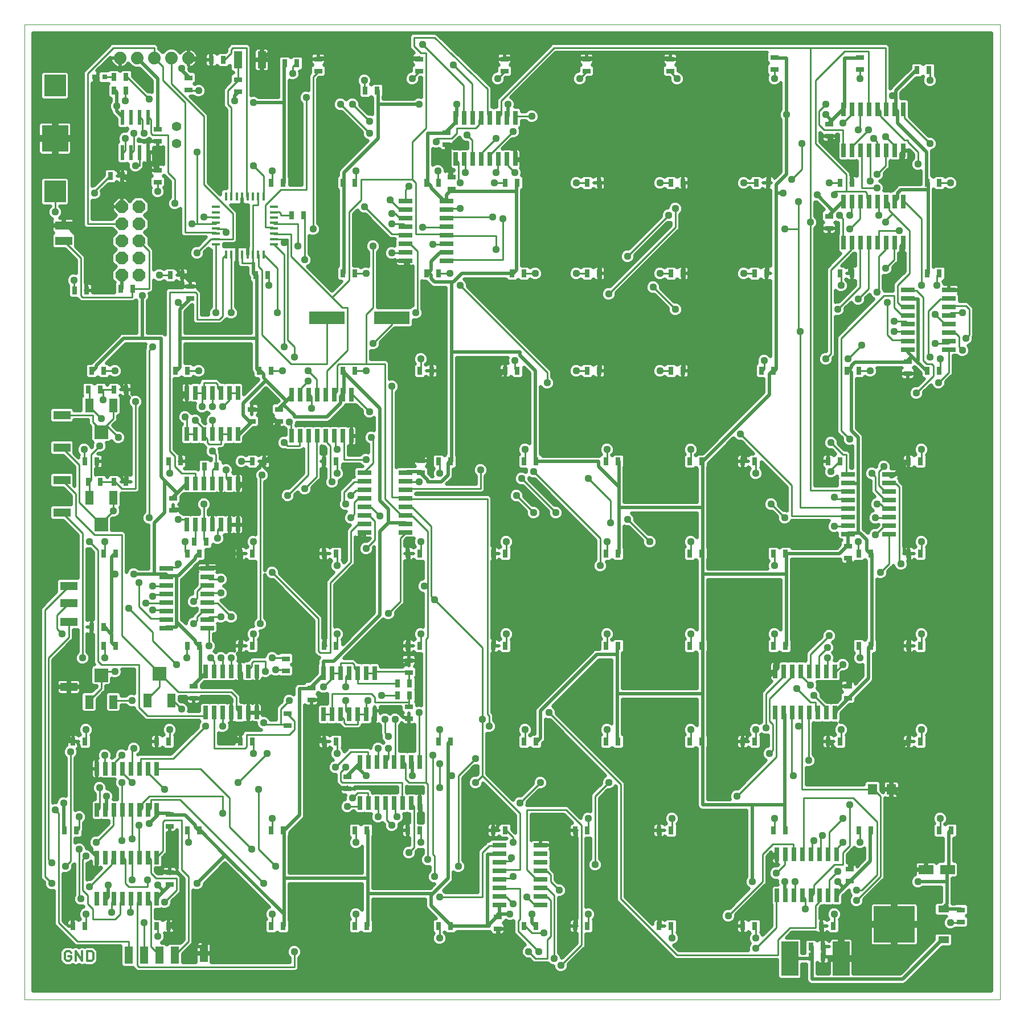
<source format=gtl>
G75*
G70*
%OFA0B0*%
%FSLAX24Y24*%
%IPPOS*%
%LPD*%
%AMOC8*
5,1,8,0,0,1.08239X$1,22.5*
%
%ADD10C,0.0000*%
%ADD11C,0.0140*%
%ADD12R,0.0315X0.0472*%
%ADD13R,0.0315X0.0315*%
%ADD14R,0.0181X0.0500*%
%ADD15R,0.0500X0.0181*%
%ADD16R,0.0472X0.0315*%
%ADD17OC8,0.0740*%
%ADD18C,0.0740*%
%ADD19R,0.0240X0.0870*%
%ADD20R,0.2100X0.0760*%
%ADD21C,0.0560*%
%ADD22R,0.1560X0.1560*%
%ADD23R,0.1250X0.1250*%
%ADD24R,0.0260X0.0800*%
%ADD25R,0.0512X0.0787*%
%ADD26R,0.0787X0.0787*%
%ADD27R,0.0800X0.0260*%
%ADD28R,0.0866X0.0551*%
%ADD29R,0.1000X0.2000*%
%ADD30R,0.0500X0.1000*%
%ADD31R,0.2441X0.2126*%
%ADD32R,0.0630X0.0394*%
%ADD33R,0.1000X0.0500*%
%ADD34R,0.0551X0.0630*%
%ADD35C,0.0100*%
%ADD36C,0.0200*%
%ADD37C,0.0440*%
D10*
X000484Y000202D02*
X000484Y057272D01*
X057576Y057272D01*
X057576Y000202D01*
X000484Y000202D01*
D11*
X002854Y002565D02*
X002947Y002472D01*
X003134Y002472D01*
X003227Y002565D01*
X003227Y002752D01*
X003041Y002752D01*
X003227Y002939D02*
X003134Y003032D01*
X002947Y003032D01*
X002854Y002939D01*
X002854Y002565D01*
X003498Y002472D02*
X003498Y003032D01*
X003872Y002472D01*
X003872Y003032D01*
X004143Y003032D02*
X004143Y002472D01*
X004423Y002472D01*
X004516Y002565D01*
X004516Y002939D01*
X004423Y003032D01*
X004143Y003032D01*
D12*
X004038Y004502D03*
X003329Y004502D03*
X008229Y004502D03*
X008938Y004502D03*
X010029Y010102D03*
X010738Y010102D03*
X014929Y010102D03*
X015638Y010102D03*
X019829Y010102D03*
X020538Y010102D03*
X022929Y010102D03*
X023638Y010102D03*
X027929Y010102D03*
X028638Y010102D03*
X032729Y010102D03*
X033438Y010102D03*
X037629Y010102D03*
X038338Y010102D03*
X039429Y015302D03*
X040138Y015302D03*
X042529Y015302D03*
X043238Y015302D03*
X047529Y015302D03*
X048238Y015302D03*
X052229Y015302D03*
X052938Y015302D03*
X054029Y010102D03*
X054738Y010102D03*
X050038Y010102D03*
X049329Y010102D03*
X045038Y010102D03*
X044329Y010102D03*
X043238Y004502D03*
X042529Y004502D03*
X046529Y003302D03*
X046529Y002702D03*
X047238Y002702D03*
X047238Y003302D03*
X047129Y004502D03*
X047838Y004502D03*
X038338Y004502D03*
X037629Y004502D03*
X033438Y004502D03*
X032729Y004502D03*
X030438Y004502D03*
X029729Y004502D03*
X025438Y004502D03*
X024729Y004502D03*
X020538Y004502D03*
X019829Y004502D03*
X015638Y004502D03*
X014929Y004502D03*
X013838Y015302D03*
X013129Y015302D03*
X008938Y015302D03*
X008229Y015302D03*
X004038Y015302D03*
X003329Y015302D03*
X003538Y010102D03*
X002829Y010102D03*
X005129Y020902D03*
X005838Y020902D03*
X005138Y022002D03*
X004429Y022002D03*
X005129Y026302D03*
X005838Y026302D03*
X010029Y026302D03*
X010738Y026302D03*
X010429Y027002D03*
X011138Y027002D03*
X013129Y026302D03*
X013838Y026302D03*
X018029Y026302D03*
X018738Y026302D03*
X022929Y026302D03*
X023638Y026302D03*
X027929Y026302D03*
X028638Y026302D03*
X028638Y020902D03*
X027929Y020902D03*
X023638Y020902D03*
X022929Y020902D03*
X023038Y018702D03*
X023038Y018002D03*
X022329Y018002D03*
X022329Y018702D03*
X024729Y015302D03*
X025438Y015302D03*
X029729Y015302D03*
X030438Y015302D03*
X034529Y015302D03*
X035238Y015302D03*
X035238Y020902D03*
X034529Y020902D03*
X039429Y020902D03*
X040138Y020902D03*
X044329Y020902D03*
X045038Y020902D03*
X049329Y020902D03*
X050038Y020902D03*
X052229Y020902D03*
X052938Y020902D03*
X052938Y026302D03*
X052229Y026302D03*
X050038Y026302D03*
X049329Y026302D03*
X045038Y026302D03*
X044329Y026302D03*
X040138Y026302D03*
X039429Y026302D03*
X035238Y026302D03*
X034529Y026302D03*
X034529Y031702D03*
X035238Y031702D03*
X039429Y031702D03*
X040138Y031702D03*
X042529Y031702D03*
X043238Y031702D03*
X047529Y031702D03*
X048238Y031702D03*
X052229Y031702D03*
X052938Y031702D03*
X053329Y037002D03*
X054038Y037002D03*
X049338Y037002D03*
X048629Y037002D03*
X044338Y037002D03*
X043629Y037002D03*
X039038Y037002D03*
X038329Y037002D03*
X034138Y037002D03*
X033429Y037002D03*
X029338Y037002D03*
X028629Y037002D03*
X024338Y037002D03*
X023629Y037002D03*
X019838Y037002D03*
X019129Y037002D03*
X014938Y037002D03*
X014229Y037002D03*
X010038Y037002D03*
X009329Y037002D03*
X006438Y035902D03*
X005729Y035902D03*
X004938Y035902D03*
X004229Y035902D03*
X004429Y037002D03*
X005138Y037002D03*
X004138Y041702D03*
X003429Y041702D03*
X006129Y041802D03*
X006838Y041802D03*
X009029Y042602D03*
X009738Y042602D03*
X014029Y042602D03*
X014738Y042602D03*
X016129Y046102D03*
X016838Y046102D03*
X015638Y048002D03*
X014929Y048002D03*
X019129Y048002D03*
X019838Y048002D03*
X024029Y048002D03*
X024738Y048002D03*
X028629Y048002D03*
X029338Y048002D03*
X033429Y048002D03*
X034138Y048002D03*
X038329Y048002D03*
X039038Y048002D03*
X043329Y048002D03*
X044038Y048002D03*
X048229Y048002D03*
X048938Y048002D03*
X053329Y048002D03*
X054038Y048002D03*
X054038Y042702D03*
X053329Y042702D03*
X048938Y042702D03*
X048229Y042702D03*
X043938Y042702D03*
X043229Y042702D03*
X039038Y042702D03*
X038329Y042702D03*
X034138Y042702D03*
X033429Y042702D03*
X029738Y042702D03*
X029029Y042702D03*
X024738Y042702D03*
X024029Y042702D03*
X019838Y042702D03*
X019129Y042702D03*
X020429Y053402D03*
X021138Y053402D03*
X016438Y055002D03*
X015729Y055002D03*
X012138Y055202D03*
X011429Y055202D03*
X006438Y054202D03*
X005729Y054202D03*
X005729Y053402D03*
X006438Y053402D03*
X006238Y048402D03*
X005529Y048402D03*
X004738Y031702D03*
X004029Y031702D03*
X004229Y030502D03*
X004938Y030502D03*
X005729Y030502D03*
X006438Y030502D03*
X008929Y031702D03*
X009638Y031702D03*
X011029Y031402D03*
X011738Y031402D03*
X013829Y031702D03*
X014538Y031702D03*
X018029Y031702D03*
X018738Y031702D03*
X024729Y031702D03*
X025438Y031702D03*
X029729Y031702D03*
X030438Y031702D03*
X018738Y020902D03*
X018029Y020902D03*
X013838Y020902D03*
X013129Y020902D03*
X010738Y020902D03*
X010029Y020902D03*
X018029Y015302D03*
X018738Y015302D03*
X052729Y054602D03*
X053438Y054602D03*
D13*
X005179Y054202D03*
X004589Y054202D03*
D14*
X012281Y047192D03*
X012596Y047192D03*
X012911Y047192D03*
X013226Y047192D03*
X013541Y047192D03*
X013856Y047192D03*
X014171Y047192D03*
X014486Y047192D03*
X014486Y043812D03*
X014171Y043812D03*
X013856Y043812D03*
X013541Y043812D03*
X013226Y043812D03*
X012911Y043812D03*
X012596Y043812D03*
X012281Y043812D03*
D15*
X011694Y044399D03*
X011694Y044714D03*
X011694Y045029D03*
X011694Y045344D03*
X011694Y045659D03*
X011694Y045974D03*
X011694Y046289D03*
X011694Y046604D03*
X015074Y046604D03*
X015074Y046289D03*
X015074Y045974D03*
X015074Y045659D03*
X015074Y045344D03*
X015074Y045029D03*
X015074Y044714D03*
X015074Y044399D03*
D16*
X010184Y041956D03*
X010184Y041247D03*
X013784Y034756D03*
X013784Y034047D03*
X015384Y034047D03*
X015384Y034756D03*
X009184Y029556D03*
X009184Y028847D03*
X015784Y020156D03*
X015784Y019447D03*
X017284Y018456D03*
X017284Y017747D03*
X015884Y016956D03*
X015884Y016247D03*
X019384Y013256D03*
X019384Y012547D03*
X022984Y016647D03*
X022984Y017356D03*
X022984Y019347D03*
X022984Y020056D03*
X023684Y031047D03*
X023684Y031756D03*
X010384Y018556D03*
X010384Y017847D03*
X008984Y011056D03*
X008984Y010347D03*
X008984Y007656D03*
X008984Y006947D03*
X028184Y005056D03*
X028184Y004347D03*
X048784Y007147D03*
X048784Y007856D03*
X055284Y005456D03*
X055284Y004747D03*
X048684Y017847D03*
X048684Y018556D03*
X048684Y026047D03*
X048684Y026756D03*
X052184Y036847D03*
X052184Y037556D03*
X047584Y045347D03*
X047584Y046056D03*
X047584Y050747D03*
X047584Y051456D03*
X049384Y054647D03*
X049384Y055356D03*
X044384Y055356D03*
X044384Y054647D03*
X038284Y054547D03*
X038284Y055256D03*
X033384Y055256D03*
X033384Y054547D03*
X028584Y054547D03*
X028584Y055256D03*
X025184Y050956D03*
X025184Y050247D03*
X025484Y048356D03*
X025484Y047647D03*
X023584Y054547D03*
X023584Y055256D03*
X017684Y055256D03*
X017684Y054547D03*
X012984Y054056D03*
X012984Y053347D03*
X010084Y053447D03*
X010084Y054156D03*
X008284Y051156D03*
X008284Y050447D03*
X008284Y048756D03*
X008284Y048047D03*
D17*
X007184Y046602D03*
X006184Y046602D03*
X006184Y045602D03*
X007184Y045602D03*
X007184Y044602D03*
X006184Y044602D03*
X006184Y043602D03*
X006184Y042602D03*
X007184Y042602D03*
X007184Y043602D03*
D18*
X007084Y055302D03*
X008084Y055302D03*
X009084Y055302D03*
X010084Y055302D03*
X006084Y055302D03*
D19*
X006234Y051832D03*
X006734Y051832D03*
X007234Y051832D03*
X007734Y051832D03*
X007734Y049772D03*
X007234Y049772D03*
X006734Y049772D03*
X006234Y049772D03*
D20*
X018184Y040102D03*
X021984Y040102D03*
D21*
X009384Y050302D03*
X009384Y051302D03*
D22*
X002284Y050602D03*
D23*
X002284Y047502D03*
X002284Y053702D03*
D24*
X009984Y035712D03*
X010484Y035712D03*
X010984Y035712D03*
X011484Y035712D03*
X011984Y035712D03*
X012484Y035712D03*
X012984Y035712D03*
X012984Y033292D03*
X012484Y033292D03*
X011984Y033292D03*
X011484Y033292D03*
X010984Y033292D03*
X010484Y033292D03*
X009984Y033292D03*
X009984Y030412D03*
X010484Y030412D03*
X010984Y030412D03*
X011484Y030412D03*
X011984Y030412D03*
X012484Y030412D03*
X012984Y030412D03*
X012984Y027992D03*
X012484Y027992D03*
X011984Y027992D03*
X011484Y027992D03*
X010984Y027992D03*
X010484Y027992D03*
X009984Y027992D03*
X016134Y033192D03*
X016634Y033192D03*
X017134Y033192D03*
X017634Y033192D03*
X018134Y033192D03*
X018634Y033192D03*
X019134Y033192D03*
X019634Y033192D03*
X019634Y035612D03*
X019134Y035612D03*
X018634Y035612D03*
X018134Y035612D03*
X017634Y035612D03*
X017134Y035612D03*
X016634Y035612D03*
X016134Y035612D03*
X025734Y049392D03*
X026234Y049392D03*
X026734Y049392D03*
X027234Y049392D03*
X027734Y049392D03*
X028234Y049392D03*
X028734Y049392D03*
X029234Y049392D03*
X029234Y051812D03*
X028734Y051812D03*
X028234Y051812D03*
X027734Y051812D03*
X027234Y051812D03*
X026734Y051812D03*
X026234Y051812D03*
X025734Y051812D03*
X048434Y052312D03*
X048934Y052312D03*
X049434Y052312D03*
X049934Y052312D03*
X050434Y052312D03*
X050934Y052312D03*
X051434Y052312D03*
X051934Y052312D03*
X051934Y049892D03*
X051434Y049892D03*
X050934Y049892D03*
X050434Y049892D03*
X049934Y049892D03*
X049434Y049892D03*
X048934Y049892D03*
X048434Y049892D03*
X048434Y046912D03*
X048934Y046912D03*
X049434Y046912D03*
X049934Y046912D03*
X050434Y046912D03*
X050934Y046912D03*
X051434Y046912D03*
X051934Y046912D03*
X051934Y044492D03*
X051434Y044492D03*
X050934Y044492D03*
X050434Y044492D03*
X049934Y044492D03*
X049434Y044492D03*
X048934Y044492D03*
X048434Y044492D03*
X047934Y019412D03*
X047434Y019412D03*
X046934Y019412D03*
X046434Y019412D03*
X045934Y019412D03*
X045434Y019412D03*
X044934Y019412D03*
X044434Y019412D03*
X044434Y016992D03*
X044934Y016992D03*
X045434Y016992D03*
X045934Y016992D03*
X046434Y016992D03*
X046934Y016992D03*
X047434Y016992D03*
X047934Y016992D03*
X048034Y008712D03*
X047534Y008712D03*
X047034Y008712D03*
X046534Y008712D03*
X046034Y008712D03*
X045534Y008712D03*
X045034Y008712D03*
X044534Y008712D03*
X044534Y006292D03*
X045034Y006292D03*
X045534Y006292D03*
X046034Y006292D03*
X046534Y006292D03*
X047034Y006292D03*
X047534Y006292D03*
X048034Y006292D03*
X023634Y011692D03*
X023134Y011692D03*
X022634Y011692D03*
X022134Y011692D03*
X021634Y011692D03*
X021134Y011692D03*
X020634Y011692D03*
X020134Y011692D03*
X020134Y014112D03*
X020634Y014112D03*
X021134Y014112D03*
X021634Y014112D03*
X022134Y014112D03*
X022634Y014112D03*
X023134Y014112D03*
X023634Y014112D03*
X020984Y016892D03*
X020484Y016892D03*
X019984Y016892D03*
X019484Y016892D03*
X018984Y016892D03*
X018484Y016892D03*
X017984Y016892D03*
X017984Y019312D03*
X018484Y019312D03*
X018984Y019312D03*
X019484Y019312D03*
X019984Y019312D03*
X020484Y019312D03*
X020984Y019312D03*
X014084Y019412D03*
X013584Y019412D03*
X013084Y019412D03*
X012584Y019412D03*
X012084Y019412D03*
X011584Y019412D03*
X011084Y019412D03*
X011084Y016992D03*
X011584Y016992D03*
X012084Y016992D03*
X012584Y016992D03*
X013084Y016992D03*
X013584Y016992D03*
X014084Y016992D03*
X008234Y013712D03*
X007734Y013712D03*
X007234Y013712D03*
X006734Y013712D03*
X006234Y013712D03*
X005734Y013712D03*
X005234Y013712D03*
X004734Y013712D03*
X004734Y011292D03*
X005234Y011292D03*
X005734Y011292D03*
X006234Y011292D03*
X006734Y011292D03*
X007234Y011292D03*
X007734Y011292D03*
X008234Y011292D03*
X008234Y008512D03*
X007734Y008512D03*
X007234Y008512D03*
X006734Y008512D03*
X006234Y008512D03*
X005734Y008512D03*
X005234Y008512D03*
X004734Y008512D03*
X004734Y006092D03*
X005234Y006092D03*
X005734Y006092D03*
X006234Y006092D03*
X006734Y006092D03*
X007234Y006092D03*
X007734Y006092D03*
X008234Y006092D03*
D25*
X007675Y017714D03*
X009092Y017714D03*
X005692Y017614D03*
X004275Y017614D03*
X004275Y029589D03*
X005692Y029589D03*
X005692Y034989D03*
X004275Y034989D03*
D26*
X004984Y033414D03*
X004984Y028014D03*
X004984Y019189D03*
X008384Y019289D03*
D27*
X008774Y021952D03*
X008774Y022452D03*
X008774Y022952D03*
X008774Y023452D03*
X008774Y023952D03*
X008774Y024452D03*
X008774Y024952D03*
X008774Y025452D03*
X011194Y025452D03*
X011194Y024952D03*
X011194Y024452D03*
X011194Y023952D03*
X011194Y023452D03*
X011194Y022952D03*
X011194Y022452D03*
X011194Y021952D03*
X020374Y027552D03*
X020374Y028052D03*
X020374Y028552D03*
X020374Y029052D03*
X020374Y029552D03*
X020374Y030052D03*
X020374Y030552D03*
X020374Y031052D03*
X022794Y031052D03*
X022794Y030552D03*
X022794Y030052D03*
X022794Y029552D03*
X022794Y029052D03*
X022794Y028552D03*
X022794Y028052D03*
X022794Y027552D03*
X022774Y043452D03*
X022774Y043952D03*
X022774Y044452D03*
X022774Y044952D03*
X022774Y045452D03*
X022774Y045952D03*
X022774Y046452D03*
X022774Y046952D03*
X025194Y046952D03*
X025194Y046452D03*
X025194Y045952D03*
X025194Y045452D03*
X025194Y044952D03*
X025194Y044452D03*
X025194Y043952D03*
X025194Y043452D03*
X048674Y030952D03*
X048674Y030452D03*
X048674Y029952D03*
X048674Y029452D03*
X048674Y028952D03*
X048674Y028452D03*
X048674Y027952D03*
X048674Y027452D03*
X051094Y027452D03*
X051094Y027952D03*
X051094Y028452D03*
X051094Y028952D03*
X051094Y029452D03*
X051094Y029952D03*
X051094Y030452D03*
X051094Y030952D03*
X052174Y038252D03*
X052174Y038752D03*
X052174Y039252D03*
X052174Y039752D03*
X052174Y040252D03*
X052174Y040752D03*
X052174Y041252D03*
X052174Y041752D03*
X054594Y041752D03*
X054594Y041252D03*
X054594Y040752D03*
X054594Y040252D03*
X054594Y039752D03*
X054594Y039252D03*
X054594Y038752D03*
X054594Y038252D03*
X030694Y009252D03*
X030694Y008752D03*
X030694Y008252D03*
X030694Y007752D03*
X030694Y007252D03*
X030694Y006752D03*
X030694Y006252D03*
X030694Y005752D03*
X028274Y005752D03*
X028274Y006252D03*
X028274Y006752D03*
X028274Y007252D03*
X028274Y007752D03*
X028274Y008252D03*
X028274Y008752D03*
X028274Y009252D03*
D28*
X053254Y007802D03*
X054514Y007802D03*
D29*
X048284Y002602D03*
X045284Y002602D03*
D30*
X010984Y002902D03*
X009284Y002802D03*
X008384Y002802D03*
X007484Y002802D03*
X006584Y002802D03*
X012984Y055202D03*
X014384Y055202D03*
D31*
X051400Y004602D03*
D32*
X054274Y005499D03*
X054274Y003704D03*
D33*
X003084Y018502D03*
X003084Y022302D03*
X003084Y023402D03*
X003084Y024402D03*
X002684Y028702D03*
X002684Y030602D03*
X002684Y032502D03*
X002684Y034402D03*
X002784Y044602D03*
X002784Y045502D03*
D34*
X050133Y012502D03*
X051235Y012502D03*
D35*
X050584Y012102D02*
X050184Y012502D01*
X050133Y012502D01*
X045984Y012502D01*
X045984Y016202D01*
X045784Y016202D01*
X045984Y016202D02*
X045984Y016902D01*
X045934Y016992D01*
X046384Y016902D02*
X046434Y016992D01*
X046384Y016902D02*
X046384Y014202D01*
X045484Y013302D02*
X045384Y013402D01*
X045384Y016902D01*
X045434Y016992D01*
X044484Y016902D02*
X044434Y016992D01*
X044484Y016902D02*
X044484Y014402D01*
X042184Y012102D01*
X044384Y010802D02*
X044384Y010102D01*
X044329Y010102D01*
X044284Y009302D02*
X045484Y009302D01*
X045484Y008802D01*
X045534Y008712D01*
X046034Y008712D02*
X046084Y008802D01*
X046084Y012002D01*
X048984Y012002D01*
X050384Y010602D01*
X050384Y007502D01*
X049484Y006602D01*
X049184Y006602D01*
X049184Y006002D02*
X050584Y007402D01*
X050584Y012102D01*
X048784Y011602D02*
X048784Y009202D01*
X048384Y008802D01*
X048384Y008102D01*
X047884Y008102D01*
X046684Y006902D01*
X046684Y006402D01*
X046584Y006302D01*
X046534Y006292D01*
X046184Y006102D02*
X046184Y005502D01*
X046184Y006102D02*
X046084Y006202D01*
X046034Y006292D01*
X045584Y006302D02*
X045534Y006292D01*
X045584Y006302D02*
X045584Y007102D01*
X044984Y008102D02*
X044984Y008702D01*
X045034Y008712D01*
X044984Y008102D02*
X044484Y007602D01*
X043684Y007102D02*
X043684Y008702D01*
X044284Y009302D01*
X043684Y007102D02*
X041684Y005102D01*
X043238Y004502D02*
X043284Y004502D01*
X043284Y003802D01*
X043284Y003202D02*
X044484Y004402D01*
X044484Y006202D01*
X044534Y006292D01*
X045284Y004402D02*
X046784Y004402D01*
X046784Y005702D01*
X046984Y005902D01*
X046984Y006202D01*
X047034Y006292D01*
X047534Y006292D02*
X047584Y006302D01*
X047584Y007202D01*
X048084Y007702D01*
X048034Y008712D02*
X048084Y008802D01*
X048084Y009102D01*
X048384Y009402D01*
X047584Y008802D02*
X047584Y010002D01*
X048384Y010802D01*
X049329Y010102D02*
X049384Y010102D01*
X049384Y009402D01*
X047584Y008802D02*
X047534Y008712D01*
X047084Y008802D02*
X047084Y009702D01*
X047184Y009802D01*
X046684Y009502D02*
X046584Y009402D01*
X046584Y008802D01*
X046534Y008712D01*
X047034Y008712D02*
X047084Y008802D01*
X047884Y005202D02*
X047884Y004502D01*
X047838Y004502D01*
X045284Y004402D02*
X044584Y003702D01*
X044584Y002802D01*
X038684Y002802D01*
X035384Y006102D01*
X035384Y012802D01*
X031184Y017002D01*
X029784Y016002D02*
X029784Y015302D01*
X029729Y015302D01*
X027684Y016202D02*
X027684Y016802D01*
X027584Y016902D01*
X027584Y029502D01*
X022884Y029502D01*
X022794Y029552D01*
X022784Y029602D01*
X021984Y029602D01*
X021984Y036102D01*
X023629Y037002D02*
X023684Y037002D01*
X023684Y037702D01*
X021584Y037402D02*
X021584Y029502D01*
X022484Y028602D01*
X022784Y028602D01*
X022794Y028552D01*
X022884Y028502D01*
X023184Y028502D01*
X024084Y027602D01*
X024084Y024402D01*
X023884Y024402D01*
X024084Y024402D02*
X024084Y021402D01*
X023984Y021302D01*
X023984Y012902D01*
X024084Y012802D01*
X024084Y008402D01*
X024384Y008702D02*
X024484Y008602D01*
X024484Y007402D01*
X024784Y006202D02*
X027284Y006202D01*
X027284Y008802D01*
X027684Y009202D01*
X028184Y009202D01*
X028274Y009252D01*
X028638Y010102D02*
X028684Y010102D01*
X029084Y009702D01*
X029084Y009402D01*
X028984Y008502D02*
X028984Y008302D01*
X028284Y008302D01*
X028274Y008252D01*
X028284Y007802D02*
X028274Y007752D01*
X028284Y007802D02*
X029484Y007802D01*
X029484Y011102D01*
X027284Y013302D01*
X026884Y012902D01*
X027284Y013302D02*
X027284Y016602D01*
X027284Y020802D01*
X024484Y023602D01*
X024284Y023802D01*
X024284Y027902D01*
X023184Y029002D01*
X022884Y029002D01*
X022794Y029052D01*
X022794Y030052D02*
X022884Y030102D01*
X027184Y030102D01*
X027184Y031202D01*
X029284Y029702D02*
X030284Y028702D01*
X031584Y028702D02*
X029584Y030702D01*
X030284Y031102D02*
X034184Y027202D01*
X034184Y025602D01*
X034529Y026302D02*
X034584Y026302D01*
X034584Y027002D01*
X034784Y028102D02*
X034784Y029402D01*
X033484Y030702D01*
X034529Y031702D02*
X034584Y031702D01*
X034584Y032402D01*
X035784Y028302D02*
X037084Y027002D01*
X039484Y027002D02*
X039484Y026302D01*
X039429Y026302D01*
X039484Y021602D02*
X039484Y020902D01*
X039429Y020902D01*
X043884Y018102D02*
X044884Y019102D01*
X044884Y019402D01*
X044934Y019412D01*
X045384Y019402D02*
X045434Y019412D01*
X045384Y019402D02*
X045384Y019102D01*
X044084Y017802D01*
X044084Y016502D01*
X044284Y016302D01*
X044284Y014802D01*
X044084Y014602D01*
X043284Y015302D02*
X043284Y016002D01*
X043884Y016102D02*
X043884Y018102D01*
X045684Y018402D02*
X046484Y017602D01*
X046784Y017602D01*
X046784Y017102D01*
X046884Y017002D01*
X046934Y016992D01*
X047384Y017002D02*
X047434Y016992D01*
X047384Y017002D02*
X047384Y017302D01*
X046684Y018002D01*
X046484Y018602D02*
X045984Y019102D01*
X045984Y019402D01*
X045934Y019412D01*
X046434Y019412D02*
X046484Y019502D01*
X046484Y020402D01*
X047584Y021502D01*
X047484Y020802D02*
X046984Y020302D01*
X046984Y019502D01*
X046934Y019412D01*
X047434Y019412D02*
X047484Y019502D01*
X047484Y020202D01*
X047984Y019402D02*
X048384Y019802D01*
X047984Y019402D02*
X047934Y019412D01*
X049384Y020202D02*
X049384Y020902D01*
X049329Y020902D01*
X052938Y020902D02*
X052984Y020902D01*
X052984Y021602D01*
X050584Y025202D02*
X051084Y025702D01*
X051084Y027402D01*
X051094Y027452D01*
X051084Y027902D02*
X050784Y027902D01*
X050284Y027402D01*
X051084Y027902D02*
X051094Y027952D01*
X051084Y028402D02*
X050284Y028402D01*
X050784Y029002D02*
X051084Y029002D01*
X051094Y028952D01*
X050784Y029002D02*
X050584Y029202D01*
X050384Y029202D01*
X050784Y029502D02*
X051084Y029502D01*
X051094Y029452D01*
X050784Y029502D02*
X050284Y030002D01*
X050284Y030802D01*
X050084Y031002D01*
X050484Y031102D02*
X050484Y030302D01*
X050784Y030002D01*
X051084Y030002D01*
X051094Y029952D01*
X051184Y030402D02*
X051094Y030452D01*
X051184Y030402D02*
X051484Y030402D01*
X051684Y030202D01*
X051684Y025802D01*
X051784Y025702D01*
X052938Y026302D02*
X052984Y026302D01*
X052984Y027002D01*
X051084Y028402D02*
X051094Y028452D01*
X049284Y027002D02*
X049284Y026302D01*
X049329Y026302D01*
X048584Y027902D02*
X047884Y027902D01*
X048584Y027902D02*
X048674Y027952D01*
X048674Y028452D02*
X048584Y028502D01*
X045384Y028502D01*
X045384Y030302D01*
X042384Y033302D01*
X043238Y031702D02*
X043284Y031702D01*
X043284Y031002D01*
X044184Y029202D02*
X044984Y028402D01*
X045884Y029002D02*
X045884Y039302D01*
X045784Y039402D01*
X045784Y045302D01*
X044984Y045302D01*
X045784Y045302D02*
X045784Y046902D01*
X045384Y048202D02*
X045984Y048802D01*
X045984Y050302D01*
X046784Y050302D02*
X046784Y054002D01*
X048484Y055702D01*
X049884Y055702D01*
X049884Y052402D01*
X049934Y052312D01*
X050434Y052312D02*
X050484Y052302D01*
X050584Y052202D01*
X050584Y051902D01*
X051984Y050502D01*
X052184Y050502D01*
X052184Y050402D01*
X052784Y049802D01*
X052784Y049102D01*
X053484Y050302D02*
X051984Y051802D01*
X051984Y052302D01*
X051934Y052312D01*
X050934Y052312D02*
X050884Y052402D01*
X050884Y055902D01*
X046484Y055902D01*
X046484Y045702D01*
X046484Y030002D01*
X048584Y030002D01*
X048674Y029952D01*
X048584Y029502D02*
X048674Y029452D01*
X048584Y029502D02*
X047884Y029502D01*
X047884Y029602D01*
X048584Y029002D02*
X048674Y028952D01*
X048584Y029002D02*
X045884Y029002D01*
X047684Y031102D02*
X047684Y031202D01*
X048184Y031702D01*
X048238Y031702D01*
X048384Y032102D02*
X048584Y032102D01*
X048584Y031002D01*
X048674Y030952D01*
X048384Y032102D02*
X047684Y032802D01*
X048284Y033502D02*
X048284Y038902D01*
X050784Y041402D01*
X051384Y041402D01*
X051384Y040702D01*
X051784Y040302D01*
X052084Y040302D01*
X052174Y040252D01*
X052084Y039902D02*
X052084Y039802D01*
X052174Y039752D01*
X052084Y039902D02*
X051384Y039902D01*
X051384Y039302D02*
X052084Y039302D01*
X052174Y039252D01*
X052084Y038802D02*
X052174Y038752D01*
X052084Y038802D02*
X051284Y038802D01*
X050984Y039102D01*
X050984Y041002D01*
X051584Y041002D02*
X051784Y040802D01*
X052084Y040802D01*
X052174Y040752D01*
X051584Y041002D02*
X051584Y042002D01*
X052284Y042702D01*
X052284Y045202D01*
X051284Y046202D01*
X050884Y045802D01*
X050884Y045702D01*
X050484Y046102D02*
X050484Y046902D01*
X050434Y046912D01*
X050934Y046912D02*
X050984Y046902D01*
X051084Y046802D01*
X051084Y046402D01*
X051284Y046202D01*
X051934Y046912D02*
X051984Y046902D01*
X052984Y045902D01*
X052984Y042002D01*
X052684Y041702D02*
X052184Y041702D01*
X052174Y041752D01*
X052684Y041702D02*
X053084Y041302D01*
X053084Y037602D01*
X053284Y037402D01*
X053584Y037402D01*
X053684Y037302D01*
X053684Y036702D01*
X052684Y035702D01*
X053984Y036302D02*
X054584Y036902D01*
X054584Y038202D01*
X054594Y038252D01*
X054584Y038602D02*
X053784Y038602D01*
X054584Y038602D02*
X054584Y038702D01*
X054594Y038752D01*
X054684Y039202D02*
X054594Y039252D01*
X054684Y039202D02*
X054984Y039202D01*
X055184Y039002D01*
X055184Y038402D01*
X055384Y038202D01*
X055584Y038902D02*
X055784Y039102D01*
X055784Y040602D01*
X055584Y040802D01*
X054684Y040802D01*
X054594Y040752D01*
X054684Y040402D02*
X054684Y040302D01*
X054594Y040252D01*
X054684Y040402D02*
X055384Y040402D01*
X054584Y039802D02*
X054594Y039752D01*
X054584Y039802D02*
X054284Y039802D01*
X053784Y040302D01*
X053384Y040502D02*
X054084Y041202D01*
X054584Y041202D01*
X054594Y041252D01*
X053884Y042002D02*
X053884Y042602D01*
X053984Y042702D01*
X054038Y042702D01*
X053384Y040502D02*
X053384Y037902D01*
X053484Y037802D01*
X054084Y037702D02*
X054084Y037002D01*
X054038Y037002D01*
X049984Y037002D02*
X049338Y037002D01*
X048684Y037702D02*
X049484Y038502D01*
X047684Y038002D02*
X047684Y042902D01*
X048884Y044102D01*
X048884Y044402D01*
X048934Y044492D01*
X049384Y044402D02*
X049434Y044492D01*
X049384Y044402D02*
X049384Y041902D01*
X048084Y040602D01*
X049284Y041202D02*
X049884Y041802D01*
X049884Y044402D01*
X049934Y044492D01*
X050434Y044492D02*
X050484Y044502D01*
X050484Y045202D01*
X051684Y045202D01*
X051434Y044492D02*
X051384Y044402D01*
X051384Y043502D01*
X050884Y043002D01*
X050484Y043702D02*
X050884Y044102D01*
X050884Y044402D01*
X050934Y044492D01*
X050484Y043702D02*
X050484Y041702D01*
X050384Y041602D01*
X048284Y042002D02*
X048284Y042702D01*
X048229Y042702D01*
X048434Y044492D02*
X048384Y044502D01*
X048384Y045902D01*
X048184Y046102D01*
X048784Y046102D02*
X048884Y046202D01*
X048884Y046902D01*
X048934Y046912D01*
X049384Y046902D02*
X049434Y046912D01*
X049384Y046902D02*
X049384Y045902D01*
X048784Y045302D01*
X049934Y046912D02*
X049884Y047002D01*
X049784Y047102D01*
X049784Y047402D01*
X049684Y047502D01*
X048584Y047502D01*
X047884Y047502D01*
X047884Y047302D01*
X047584Y048002D02*
X048229Y048002D01*
X048584Y048502D02*
X048584Y047502D01*
X049484Y047702D02*
X049484Y049802D01*
X049434Y049892D01*
X048984Y049902D02*
X048984Y050202D01*
X049884Y051102D01*
X049384Y051202D02*
X049384Y052302D01*
X049434Y052312D01*
X048934Y052312D02*
X048884Y052302D01*
X048884Y052002D01*
X048384Y051502D01*
X048384Y051102D02*
X048384Y049902D01*
X048434Y049892D01*
X048934Y049892D02*
X048984Y049902D01*
X049934Y049892D02*
X049984Y049802D01*
X049984Y048102D01*
X050384Y048502D02*
X050884Y049002D01*
X050884Y049802D01*
X050934Y049892D01*
X051384Y049902D02*
X051434Y049892D01*
X051384Y049902D02*
X051384Y050202D01*
X050884Y050702D01*
X050384Y050402D02*
X050384Y049902D01*
X050434Y049892D01*
X050384Y050402D02*
X050184Y050602D01*
X049384Y051202D02*
X049284Y051102D01*
X048384Y051102D02*
X047284Y051102D01*
X046984Y051402D01*
X046984Y052202D01*
X047384Y052602D01*
X046784Y050302D02*
X048584Y048502D01*
X049484Y047702D02*
X050384Y047702D01*
X054038Y048002D02*
X054684Y048002D01*
X053484Y054002D02*
X053484Y054602D01*
X053438Y054602D01*
X049384Y054647D02*
X049384Y054102D01*
X046484Y055902D02*
X031484Y055902D01*
X028384Y052802D01*
X028384Y052002D01*
X028284Y051902D01*
X028234Y051812D01*
X027734Y051812D02*
X027684Y051902D01*
X027584Y052002D01*
X027584Y053502D01*
X024484Y056502D01*
X023284Y056502D01*
X023284Y056002D01*
X023684Y055602D01*
X023984Y055602D01*
X023984Y051202D01*
X023184Y050402D01*
X023184Y048202D01*
X020184Y048202D01*
X020184Y047002D01*
X019484Y046302D01*
X019484Y042302D01*
X018484Y041302D01*
X016084Y043702D01*
X016084Y045002D01*
X015084Y045002D01*
X015074Y045029D01*
X015074Y044714D02*
X015084Y044702D01*
X015684Y044702D01*
X015684Y044502D01*
X015684Y044702D02*
X015884Y044702D01*
X015884Y038802D01*
X016284Y038402D01*
X016284Y037802D01*
X016084Y037402D02*
X018184Y037402D01*
X018184Y040102D01*
X019084Y040702D02*
X018484Y041302D01*
X019084Y040702D02*
X019384Y040702D01*
X019384Y038202D01*
X018184Y037002D01*
X018184Y035702D01*
X018134Y035612D01*
X018634Y035612D02*
X018684Y035702D01*
X018784Y035802D01*
X018784Y037302D01*
X018884Y037402D01*
X020484Y037402D01*
X020484Y040302D01*
X020884Y040702D01*
X020884Y044302D01*
X021984Y043902D02*
X022684Y043902D01*
X022774Y043952D01*
X022784Y044402D02*
X022774Y044452D01*
X022784Y044402D02*
X023084Y044402D01*
X023484Y044002D01*
X023484Y040502D01*
X023384Y040402D01*
X021984Y040102D02*
X021984Y039702D01*
X020884Y038602D01*
X020484Y037402D02*
X021584Y037402D01*
X020484Y037002D02*
X019838Y037002D01*
X019634Y035612D02*
X019684Y035602D01*
X020684Y034602D01*
X020784Y033102D02*
X020884Y033002D01*
X020884Y031602D01*
X020384Y031102D01*
X020374Y031052D01*
X020374Y030552D02*
X020284Y030502D01*
X019784Y030502D01*
X019184Y029902D01*
X019184Y029302D01*
X019284Y029202D01*
X019784Y029302D02*
X019784Y028602D01*
X019584Y028402D01*
X019984Y028002D02*
X020284Y028002D01*
X020374Y028052D01*
X019984Y028002D02*
X019584Y027602D01*
X019584Y025802D01*
X018384Y024602D01*
X018384Y020502D01*
X017784Y020502D01*
X017684Y020602D01*
X017684Y022502D01*
X014984Y025202D01*
X013884Y026302D02*
X013838Y026302D01*
X013884Y026302D02*
X013884Y027002D01*
X011984Y027902D02*
X011984Y027992D01*
X011984Y027902D02*
X011784Y027702D01*
X011784Y027202D01*
X011138Y027002D02*
X011084Y027002D01*
X010984Y027102D01*
X010984Y027992D01*
X010984Y029202D01*
X010984Y030412D02*
X010984Y031402D01*
X011029Y031402D01*
X011484Y031202D02*
X011484Y030412D01*
X010484Y030412D02*
X010484Y031002D01*
X009684Y031002D01*
X009284Y031402D01*
X009284Y032002D01*
X008984Y032302D01*
X008984Y041602D01*
X010484Y041602D01*
X010584Y041502D01*
X010584Y040002D01*
X011884Y040002D01*
X012084Y040202D01*
X012084Y043602D01*
X012284Y043802D01*
X012281Y043812D01*
X012584Y043802D02*
X012596Y043812D01*
X012584Y043802D02*
X012584Y040402D01*
X011684Y040402D02*
X011684Y044402D01*
X011694Y044399D01*
X011684Y044702D02*
X011694Y044714D01*
X011784Y044702D01*
X012684Y044702D01*
X012684Y046202D01*
X010984Y047902D01*
X010984Y051902D01*
X009084Y053802D01*
X009084Y055302D01*
X008584Y054802D02*
X008084Y055302D01*
X008084Y055902D01*
X005684Y055902D01*
X004184Y054402D01*
X004184Y045602D01*
X006184Y045602D01*
X007184Y044602D02*
X007784Y044002D01*
X007784Y041802D01*
X006838Y041802D01*
X006784Y041802D01*
X006784Y041302D01*
X003884Y041302D01*
X003784Y041402D01*
X003784Y043602D01*
X002784Y044602D01*
X002284Y046302D02*
X002284Y047502D01*
X004584Y047502D02*
X004584Y047402D01*
X004584Y047502D02*
X005484Y048402D01*
X005529Y048402D01*
X006234Y049772D02*
X006284Y049802D01*
X006384Y049902D01*
X006384Y050602D01*
X006884Y050902D02*
X006884Y049902D01*
X006784Y049802D01*
X006734Y049772D01*
X007234Y049772D02*
X007234Y049002D01*
X006984Y049002D01*
X008284Y048047D02*
X008284Y047502D01*
X009284Y048202D02*
X008884Y048602D01*
X008884Y050802D01*
X007984Y050802D01*
X007884Y050902D01*
X007884Y051702D01*
X007784Y051802D01*
X007734Y051832D01*
X007384Y051702D02*
X007384Y051002D01*
X007484Y050902D01*
X007384Y051702D02*
X007284Y051802D01*
X007234Y051832D01*
X007784Y052902D02*
X006484Y054202D01*
X006438Y054202D01*
X005729Y054202D02*
X005179Y054202D01*
X006384Y053402D02*
X006384Y052802D01*
X006384Y053402D02*
X006438Y053402D01*
X008584Y054002D02*
X008584Y054802D01*
X008584Y054002D02*
X009884Y052702D01*
X009884Y045102D01*
X011684Y045102D01*
X011694Y045029D01*
X011784Y045302D02*
X011694Y045344D01*
X011784Y045302D02*
X012284Y045302D01*
X012284Y045102D01*
X011684Y044702D02*
X011384Y044702D01*
X010584Y043902D01*
X010584Y045602D02*
X010284Y045602D01*
X010584Y045602D02*
X010584Y049802D01*
X009284Y048202D02*
X009284Y046802D01*
X010584Y045602D02*
X011684Y045602D01*
X011694Y045659D01*
X011694Y045974D02*
X011684Y046002D01*
X010984Y046002D01*
X012584Y047202D02*
X012596Y047192D01*
X012584Y047202D02*
X012584Y052402D01*
X012384Y052602D01*
X012384Y053402D01*
X012984Y054002D01*
X012984Y054056D01*
X012984Y055202D01*
X012584Y055602D02*
X012584Y055802D01*
X012684Y055902D01*
X013484Y055902D01*
X013484Y047202D01*
X013541Y047192D01*
X013226Y047192D02*
X013226Y046402D01*
X013226Y044302D01*
X012911Y044302D01*
X012911Y043812D01*
X013226Y043812D02*
X013226Y043302D01*
X013856Y043302D01*
X013856Y043812D01*
X013856Y046702D01*
X014171Y046702D01*
X014171Y047192D01*
X014484Y047202D02*
X014486Y047192D01*
X014484Y047202D02*
X014484Y048402D01*
X013884Y049002D01*
X014984Y048702D02*
X014984Y048002D01*
X014929Y048002D01*
X015484Y047602D02*
X016984Y047602D01*
X016984Y053002D01*
X017384Y054202D02*
X017384Y045302D01*
X016884Y046102D02*
X016838Y046102D01*
X016884Y046102D02*
X016884Y043502D01*
X016484Y044302D02*
X016484Y045602D01*
X015084Y045602D01*
X015074Y045659D01*
X014984Y045402D02*
X015074Y045344D01*
X014984Y045402D02*
X014584Y045402D01*
X014584Y046702D01*
X015484Y047602D01*
X015384Y046302D02*
X015084Y046302D01*
X015074Y046289D01*
X015384Y046302D02*
X015484Y046202D01*
X015484Y046102D01*
X016129Y046102D01*
X015084Y044402D02*
X015074Y044399D01*
X015084Y044402D02*
X015684Y043802D01*
X015684Y038402D01*
X016084Y037402D02*
X014384Y039102D01*
X014384Y042902D01*
X014184Y043102D01*
X014184Y043802D01*
X014171Y043812D01*
X014484Y043802D02*
X014486Y043812D01*
X014484Y043802D02*
X015284Y043002D01*
X015284Y040402D01*
X014784Y042002D02*
X014784Y042602D01*
X014738Y042602D01*
X013541Y043812D02*
X013541Y044302D01*
X013226Y044302D01*
X009029Y042602D02*
X008384Y042602D01*
X007984Y038402D02*
X007784Y038202D01*
X007784Y028402D01*
X009484Y028302D02*
X009984Y028302D01*
X009984Y027992D01*
X010484Y027992D02*
X010484Y027002D01*
X010429Y027002D01*
X009884Y027002D02*
X009884Y026402D01*
X009984Y026302D01*
X010029Y026302D01*
X009484Y025702D02*
X009484Y025502D01*
X008784Y025502D01*
X008774Y025452D01*
X008774Y024452D02*
X008684Y024402D01*
X007984Y024402D01*
X007984Y023902D02*
X007984Y023802D01*
X007984Y023902D02*
X008684Y023902D01*
X008774Y023952D01*
X008774Y023452D02*
X008684Y023402D01*
X007584Y023402D01*
X007184Y023202D02*
X007884Y022502D01*
X008684Y022502D01*
X008774Y022452D01*
X008774Y022952D02*
X008684Y023002D01*
X007984Y023002D01*
X007184Y023202D02*
X007184Y024602D01*
X006584Y023102D02*
X007984Y021702D01*
X007984Y021202D01*
X009384Y019802D01*
X009984Y020202D02*
X009984Y020902D01*
X010029Y020902D01*
X011284Y020902D02*
X011284Y021902D01*
X011194Y021952D01*
X011194Y022452D02*
X011284Y022502D01*
X011284Y022602D01*
X011984Y022602D01*
X012584Y022602D02*
X011784Y023402D01*
X011284Y023402D01*
X011194Y023452D01*
X011194Y023952D02*
X011284Y024002D01*
X011984Y024002D01*
X011184Y024402D02*
X011194Y024452D01*
X011184Y024402D02*
X010884Y024402D01*
X010584Y024102D01*
X010584Y023702D01*
X010384Y023502D01*
X010884Y022902D02*
X011184Y022902D01*
X011194Y022952D01*
X010884Y022902D02*
X010584Y022602D01*
X010584Y022402D01*
X010384Y022202D01*
X011384Y020202D02*
X011584Y020002D01*
X011584Y019412D01*
X012084Y019412D02*
X012084Y020102D01*
X011984Y020202D01*
X012584Y020202D02*
X012584Y019412D01*
X013584Y019412D02*
X013584Y019502D01*
X013784Y019702D01*
X013784Y019902D01*
X013884Y020002D01*
X014584Y020002D01*
X014584Y019402D01*
X015184Y019502D02*
X015784Y019502D01*
X015784Y019447D01*
X015784Y020156D02*
X015784Y020202D01*
X014984Y020202D01*
X013884Y020902D02*
X013838Y020902D01*
X013884Y020902D02*
X013884Y021602D01*
X014284Y022202D02*
X014284Y030802D01*
X014384Y030902D01*
X013829Y031702D02*
X013184Y031702D01*
X012284Y031202D02*
X012284Y030702D01*
X012484Y030502D01*
X012484Y030412D01*
X011738Y031402D02*
X011684Y031402D01*
X011684Y032102D01*
X011484Y032302D01*
X011284Y032702D02*
X011984Y032702D01*
X011984Y033292D01*
X011984Y033302D01*
X012484Y033302D01*
X012484Y033292D01*
X011484Y033292D02*
X011484Y034102D01*
X010984Y033602D02*
X010984Y033292D01*
X010984Y033202D01*
X011184Y033002D01*
X011184Y032802D01*
X011284Y032702D01*
X010484Y033292D02*
X010484Y033302D01*
X009984Y033302D01*
X009984Y033292D01*
X009984Y033302D02*
X009984Y034202D01*
X009884Y034302D01*
X010484Y034102D02*
X010984Y033602D01*
X010884Y034902D02*
X010884Y035702D01*
X010984Y035712D01*
X010984Y036302D01*
X011684Y036302D01*
X011784Y036202D01*
X011784Y036002D01*
X011984Y035802D01*
X011984Y035712D01*
X012484Y035702D02*
X012484Y035712D01*
X012484Y035702D02*
X012984Y035702D01*
X012984Y035712D01*
X012484Y035702D02*
X012484Y035302D01*
X012084Y034902D01*
X011484Y034902D02*
X011484Y035712D01*
X010984Y035702D02*
X010984Y035712D01*
X010984Y035702D02*
X010884Y035702D01*
X010484Y035702D01*
X010484Y035712D01*
X010684Y037002D02*
X010038Y037002D01*
X006984Y035202D02*
X006984Y030102D01*
X006184Y030102D01*
X005784Y030502D01*
X005729Y030502D01*
X004938Y030502D01*
X004384Y030602D02*
X004384Y032102D01*
X004884Y032602D01*
X004984Y033414D02*
X004984Y033502D01*
X004484Y034002D01*
X004484Y034402D01*
X002684Y034402D01*
X004284Y034902D02*
X004275Y034989D01*
X004284Y035002D01*
X004284Y035902D01*
X004229Y035902D01*
X004938Y035902D02*
X004984Y035902D01*
X004938Y035902D02*
X005084Y035902D01*
X005084Y035302D01*
X005084Y035902D02*
X005729Y035902D01*
X005692Y034989D02*
X005684Y034902D01*
X005684Y034202D01*
X005284Y033802D01*
X004984Y033414D01*
X004984Y033502D02*
X005284Y033802D01*
X005984Y033102D01*
X004984Y034202D02*
X004284Y034902D01*
X005138Y037002D02*
X005784Y037002D01*
X003984Y032402D02*
X003984Y031702D01*
X004029Y031702D01*
X003684Y031502D02*
X003684Y029302D01*
X004984Y028002D01*
X004984Y028014D01*
X004984Y028102D01*
X005684Y028802D01*
X005684Y029502D01*
X005692Y029589D01*
X004284Y029602D02*
X004284Y030502D01*
X004229Y030502D01*
X004284Y030502D02*
X004384Y030602D01*
X003684Y031502D02*
X002684Y032502D01*
X002684Y030602D02*
X003484Y029802D01*
X003484Y028502D01*
X004584Y027402D01*
X006184Y027402D01*
X006184Y021502D01*
X008384Y019302D01*
X008384Y019289D01*
X008384Y018502D01*
X007684Y017802D01*
X007675Y017714D01*
X007184Y017302D02*
X007684Y016802D01*
X011084Y016802D01*
X011084Y016992D01*
X011584Y016992D02*
X011584Y014902D01*
X013384Y014902D01*
X013484Y015002D01*
X013484Y015702D01*
X015984Y015702D01*
X016284Y016002D01*
X016284Y016502D01*
X015884Y016902D01*
X015884Y016956D01*
X015484Y017202D02*
X015484Y016302D01*
X015884Y016302D01*
X015884Y016247D01*
X015484Y016302D02*
X014484Y016302D01*
X014484Y016402D01*
X015484Y017202D02*
X015984Y017702D01*
X017984Y018502D02*
X018484Y019002D01*
X018484Y019302D01*
X018484Y019312D01*
X018484Y019302D02*
X018984Y019302D01*
X018984Y019312D01*
X018984Y019902D01*
X019684Y019902D01*
X019784Y019802D01*
X019784Y019602D01*
X019984Y019402D01*
X019984Y019312D01*
X019984Y018702D01*
X022329Y018702D01*
X022984Y018702D02*
X022984Y019347D01*
X022984Y019402D01*
X020984Y019402D01*
X020984Y019312D01*
X020984Y019302D01*
X020484Y019302D01*
X020484Y019312D01*
X019484Y019302D02*
X019484Y019312D01*
X019484Y019302D02*
X019284Y019102D01*
X019284Y018502D01*
X019284Y017702D02*
X019284Y017102D01*
X019484Y016902D01*
X019484Y016892D01*
X019184Y016602D02*
X019184Y016402D01*
X019284Y016302D01*
X019984Y016302D01*
X019984Y016892D01*
X019984Y016902D01*
X020484Y016902D01*
X020484Y016892D01*
X020484Y016902D02*
X020484Y017602D01*
X020584Y017702D01*
X020984Y017602D02*
X020984Y017902D01*
X020784Y018102D01*
X018484Y018102D01*
X018484Y016902D01*
X018484Y016892D01*
X018484Y016902D02*
X017984Y016902D01*
X017984Y016892D01*
X018984Y016892D02*
X018984Y016802D01*
X019184Y016602D01*
X018784Y015302D02*
X018738Y015302D01*
X018784Y015302D02*
X018784Y014602D01*
X019584Y014702D02*
X020584Y014702D01*
X020584Y014202D01*
X020634Y014112D01*
X021134Y014112D02*
X021184Y014202D01*
X021184Y014902D01*
X021784Y014902D02*
X021784Y014302D01*
X021684Y014202D01*
X021634Y014112D01*
X022134Y014112D02*
X022184Y014202D01*
X022184Y016602D01*
X021584Y016602D02*
X021584Y015802D01*
X021784Y015602D01*
X022634Y014112D02*
X022684Y014102D01*
X022784Y014002D01*
X022784Y013102D01*
X022984Y012902D01*
X023984Y012902D01*
X024784Y012602D02*
X024784Y014002D01*
X024384Y014502D02*
X024384Y008702D01*
X023684Y009402D02*
X023684Y010102D01*
X023638Y010102D01*
X023284Y009102D02*
X022984Y008802D01*
X023284Y009102D02*
X023284Y011502D01*
X023184Y011602D01*
X023134Y011692D01*
X022634Y011692D02*
X022584Y011702D01*
X022584Y012902D01*
X019084Y012902D01*
X018984Y013002D01*
X018984Y013502D01*
X019284Y013802D01*
X018684Y013802D02*
X019584Y014702D01*
X019984Y012302D02*
X020584Y012302D01*
X020584Y011702D01*
X020634Y011692D01*
X021134Y011692D02*
X021184Y011602D01*
X021184Y010902D01*
X021684Y010702D02*
X021684Y011602D01*
X021634Y011692D01*
X022134Y011692D02*
X022184Y011602D01*
X022184Y011002D01*
X022284Y010902D01*
X021984Y010402D02*
X021684Y010702D01*
X020084Y011502D02*
X020084Y011602D01*
X020134Y011692D01*
X020084Y011502D02*
X019384Y011502D01*
X019684Y012002D02*
X019984Y012302D01*
X019884Y010102D02*
X019829Y010102D01*
X019884Y010102D02*
X019884Y009402D01*
X019884Y005202D02*
X019884Y004502D01*
X019829Y004502D01*
X016284Y003002D02*
X016284Y002102D01*
X007184Y002102D01*
X007084Y002202D01*
X007084Y005902D01*
X007184Y006002D01*
X007234Y006092D01*
X007734Y006092D02*
X007784Y006002D01*
X007884Y005902D01*
X007884Y003302D01*
X008384Y002802D01*
X009284Y002802D02*
X010084Y003602D01*
X010084Y007402D01*
X009684Y007802D01*
X009684Y010702D01*
X008684Y010702D01*
X008584Y010602D01*
X008584Y008902D01*
X008284Y008602D01*
X008234Y008512D01*
X007884Y008402D02*
X007884Y007602D01*
X008184Y007302D01*
X009384Y007302D01*
X009384Y006602D01*
X008684Y005902D01*
X007684Y006802D02*
X007684Y007202D01*
X007684Y006802D02*
X006584Y006802D01*
X006384Y007002D01*
X006384Y008402D01*
X006284Y008502D01*
X006234Y008512D01*
X006734Y008512D02*
X006784Y008502D01*
X006784Y007202D01*
X006734Y006092D02*
X006684Y006002D01*
X006684Y005302D01*
X006084Y005202D02*
X005784Y004902D01*
X004484Y004902D01*
X004484Y005502D01*
X004184Y005802D01*
X004184Y006302D01*
X003884Y006602D01*
X003884Y008402D01*
X004084Y008602D01*
X003684Y009002D02*
X003684Y006202D01*
X003784Y006102D01*
X004284Y006802D02*
X005584Y008102D01*
X005584Y008402D01*
X005684Y008502D01*
X005734Y008512D01*
X006184Y009502D02*
X006184Y011202D01*
X006234Y011292D01*
X006184Y011302D01*
X006184Y012902D01*
X006284Y013402D02*
X006284Y013702D01*
X006234Y013712D01*
X006284Y013402D02*
X006784Y012902D01*
X006734Y013712D02*
X006784Y013802D01*
X006784Y014802D01*
X006884Y014902D01*
X007284Y014302D02*
X007284Y013802D01*
X007234Y013712D01*
X007734Y013712D02*
X007784Y013702D01*
X007784Y013402D01*
X008684Y012502D01*
X007884Y011902D02*
X009584Y011902D01*
X014484Y007002D01*
X015184Y008002D02*
X014184Y009002D01*
X014184Y012502D01*
X012984Y012902D02*
X014684Y014602D01*
X013884Y014602D02*
X013884Y015302D01*
X013838Y015302D01*
X013084Y016992D02*
X013084Y017002D01*
X012884Y017202D01*
X012884Y017902D01*
X012584Y018202D01*
X009484Y018202D01*
X008384Y019302D01*
X007184Y019802D02*
X007184Y017302D01*
X006784Y017702D02*
X005784Y017702D01*
X005692Y017614D01*
X004984Y018402D02*
X004984Y019189D01*
X004984Y019402D01*
X005784Y019402D01*
X004984Y019802D02*
X007184Y019802D01*
X005184Y020202D02*
X005184Y020902D01*
X005129Y020902D01*
X004784Y020002D02*
X004984Y019802D01*
X004784Y020002D02*
X004784Y026502D01*
X004284Y027002D01*
X003884Y027502D02*
X003884Y020202D01*
X003084Y021402D02*
X003084Y022302D01*
X002384Y022702D02*
X003084Y023402D01*
X002384Y022702D02*
X002384Y021902D01*
X002684Y021602D01*
X003084Y021402D02*
X001884Y020202D01*
X001884Y008402D01*
X002084Y008202D01*
X002884Y008002D02*
X003184Y008302D01*
X003184Y014702D01*
X004038Y015302D02*
X004084Y015302D01*
X004084Y016002D01*
X005184Y014502D02*
X005184Y013802D01*
X005234Y013712D01*
X005734Y013712D02*
X005784Y013802D01*
X005784Y014102D01*
X006184Y014502D01*
X007284Y014302D02*
X009184Y014302D01*
X011084Y016202D01*
X012084Y016202D02*
X012084Y016992D01*
X009684Y017202D02*
X009184Y017702D01*
X009092Y017714D01*
X008984Y016002D02*
X008984Y015302D01*
X008938Y015302D01*
X008284Y013702D02*
X008234Y013712D01*
X008284Y013702D02*
X010784Y013702D01*
X012484Y012002D01*
X012484Y010302D01*
X013784Y009002D01*
X014929Y010102D02*
X014984Y010102D01*
X014984Y010802D01*
X012084Y011102D02*
X012084Y012102D01*
X007784Y012102D01*
X007384Y011702D01*
X007384Y011402D01*
X007284Y011302D01*
X007234Y011292D01*
X006784Y011202D02*
X006734Y011292D01*
X006784Y011202D02*
X006784Y009602D01*
X007184Y010402D02*
X007184Y008602D01*
X007234Y008512D01*
X007734Y008512D02*
X007784Y008502D01*
X007884Y008402D01*
X010084Y009402D02*
X010084Y010102D01*
X010029Y010102D01*
X007884Y011402D02*
X007784Y011302D01*
X007734Y011292D01*
X007884Y011402D02*
X007884Y011902D01*
X005734Y011292D02*
X005684Y011202D01*
X005684Y010402D01*
X004684Y009402D01*
X003684Y010202D02*
X003684Y010902D01*
X003684Y010202D02*
X003584Y010102D01*
X003538Y010102D01*
X002484Y011102D02*
X002484Y004702D01*
X003584Y003602D01*
X006584Y003602D01*
X006584Y002802D01*
X007484Y002802D02*
X007484Y004702D01*
X008229Y004502D02*
X008284Y004502D01*
X008284Y003902D01*
X006084Y005202D02*
X006084Y005902D01*
X006184Y006002D01*
X006234Y006092D01*
X005734Y006092D02*
X005684Y006002D01*
X005584Y005902D01*
X005584Y005302D01*
X004084Y005202D02*
X004084Y004502D01*
X004038Y004502D01*
X002084Y007002D02*
X001684Y007402D01*
X001684Y023002D01*
X003084Y024402D01*
X005129Y026302D02*
X005184Y026302D01*
X005184Y027002D01*
X003884Y027502D02*
X002684Y028702D01*
X004275Y029589D02*
X004284Y029602D01*
X008984Y031002D02*
X008984Y031702D01*
X008929Y031702D01*
X011484Y031202D02*
X011684Y031402D01*
X015684Y032802D02*
X015884Y032602D01*
X016584Y032602D01*
X016584Y033102D01*
X016634Y033192D01*
X017084Y033102D02*
X017134Y033192D01*
X017084Y033102D02*
X017084Y030902D01*
X015884Y029702D01*
X016884Y030102D02*
X017584Y030802D01*
X017584Y033102D01*
X017634Y033192D01*
X018134Y033192D02*
X018184Y033102D01*
X018184Y032802D01*
X018384Y032602D01*
X018384Y030602D01*
X018484Y030502D01*
X018784Y031002D02*
X018784Y031702D01*
X018738Y031702D01*
X019184Y031802D02*
X019184Y033102D01*
X019134Y033192D01*
X018684Y033102D02*
X018684Y032502D01*
X018784Y032402D01*
X018684Y033102D02*
X018634Y033192D01*
X019184Y031802D02*
X020484Y031802D01*
X020374Y030052D02*
X020284Y030002D01*
X019884Y030002D01*
X019584Y029702D01*
X019784Y029302D02*
X019984Y029502D01*
X020284Y029502D01*
X020374Y029552D01*
X020374Y029052D02*
X020384Y029002D01*
X020784Y029002D01*
X021284Y028502D01*
X020984Y028202D02*
X020684Y028502D01*
X020384Y028502D01*
X020374Y028552D01*
X020984Y028202D02*
X020984Y027102D01*
X020484Y026602D01*
X018784Y026302D02*
X018784Y025602D01*
X018784Y026302D02*
X018738Y026302D01*
X022484Y027202D02*
X022484Y023502D01*
X021784Y022802D01*
X023684Y021602D02*
X023684Y020902D01*
X023638Y020902D01*
X023038Y018702D02*
X022984Y018702D01*
X022984Y018002D02*
X023038Y018002D01*
X022984Y018002D02*
X022984Y017602D01*
X020984Y017602D01*
X021384Y018002D02*
X022329Y018002D01*
X022984Y017602D02*
X022984Y017356D01*
X023584Y017002D02*
X023584Y014202D01*
X023634Y014112D01*
X024729Y015302D02*
X024784Y015302D01*
X024784Y016002D01*
X026884Y014302D02*
X025884Y013302D01*
X025884Y008002D01*
X028284Y007302D02*
X028274Y007252D01*
X028284Y007302D02*
X029084Y007302D01*
X029084Y007402D01*
X029484Y006702D02*
X029484Y004902D01*
X029384Y004802D01*
X029384Y004202D01*
X030584Y003002D01*
X030384Y002602D02*
X031084Y002602D01*
X031084Y003702D01*
X031284Y003902D01*
X031284Y006002D01*
X031084Y006202D01*
X030784Y006202D01*
X030694Y006252D01*
X030684Y005802D02*
X030694Y005752D01*
X030684Y005802D02*
X030284Y005802D01*
X029884Y006202D01*
X029484Y006702D02*
X028284Y006702D01*
X028274Y006752D01*
X028274Y006252D02*
X028284Y006202D01*
X028684Y006202D01*
X029084Y005802D01*
X030384Y007302D02*
X030684Y007302D01*
X030694Y007252D01*
X030384Y007302D02*
X029884Y007802D01*
X029884Y011302D01*
X032184Y011302D01*
X033084Y010402D01*
X033084Y003402D01*
X031884Y002202D01*
X031484Y002602D02*
X031484Y006302D01*
X031084Y006702D01*
X030784Y006702D01*
X030694Y006752D01*
X031284Y007102D02*
X031284Y007502D01*
X031084Y007702D01*
X030784Y007702D01*
X030694Y007752D01*
X031284Y007102D02*
X031784Y006602D01*
X033484Y005202D02*
X033484Y004502D01*
X033438Y004502D01*
X030884Y004102D02*
X030184Y004102D01*
X029784Y004502D01*
X029729Y004502D01*
X029984Y003002D02*
X030384Y002602D01*
X024784Y003802D02*
X024784Y004502D01*
X024729Y004502D01*
X029484Y011702D02*
X030684Y012902D01*
X033484Y010802D02*
X033484Y010102D01*
X033438Y010102D01*
X033884Y008102D02*
X033884Y012102D01*
X034684Y012902D01*
X034584Y015302D02*
X034529Y015302D01*
X034584Y015302D02*
X034584Y016002D01*
X039429Y015302D02*
X039484Y015302D01*
X039484Y016002D01*
X043238Y015302D02*
X043284Y015302D01*
X038384Y010802D02*
X038384Y010102D01*
X038338Y010102D01*
X038384Y004502D02*
X038338Y004502D01*
X038384Y004502D02*
X038384Y003802D01*
X048238Y015302D02*
X048284Y015302D01*
X048284Y016002D01*
X052984Y016002D02*
X052984Y015302D01*
X052938Y015302D01*
X054084Y010802D02*
X054084Y010102D01*
X054029Y010102D01*
X054684Y004702D02*
X055284Y004702D01*
X055284Y004747D01*
X044384Y020902D02*
X044329Y020902D01*
X044384Y020902D02*
X044384Y021602D01*
X044384Y025602D02*
X044384Y026302D01*
X044329Y026302D01*
X039484Y031702D02*
X039429Y031702D01*
X039484Y031702D02*
X039484Y032402D01*
X038329Y037002D02*
X037684Y037002D01*
X038584Y040602D02*
X037284Y041902D01*
X037684Y042702D02*
X038329Y042702D01*
X038584Y045402D02*
X038584Y046502D01*
X038184Y046102D02*
X035784Y043702D01*
X034684Y041502D02*
X038584Y045402D01*
X038329Y048002D02*
X037684Y048002D01*
X033429Y048002D02*
X032784Y048002D01*
X029184Y048602D02*
X028784Y049002D01*
X028784Y049302D01*
X028734Y049392D01*
X028234Y049392D02*
X028184Y049302D01*
X028184Y048702D01*
X028084Y048602D01*
X027984Y048002D02*
X028629Y048002D01*
X027784Y049402D02*
X027734Y049392D01*
X027784Y049402D02*
X027784Y049702D01*
X029084Y051002D01*
X029234Y051812D02*
X029284Y051902D01*
X030184Y051902D01*
X028084Y050602D02*
X027284Y049802D01*
X027284Y049402D01*
X027234Y049392D01*
X026734Y049392D02*
X026684Y049402D01*
X026684Y050502D01*
X026384Y050802D01*
X025784Y050902D02*
X025484Y050602D01*
X024584Y050602D01*
X024584Y050402D01*
X025784Y050902D02*
X025784Y051202D01*
X026884Y051202D01*
X027084Y051402D01*
X027084Y051702D01*
X027184Y051802D01*
X027234Y051812D01*
X026734Y051812D02*
X026684Y051902D01*
X026684Y053802D01*
X025584Y054902D01*
X026184Y053702D02*
X026184Y051902D01*
X026234Y051812D01*
X026184Y053702D02*
X023784Y056102D01*
X023584Y054547D02*
X023584Y054502D01*
X023184Y054102D01*
X020384Y054002D02*
X020384Y053402D01*
X020429Y053402D01*
X019684Y052602D02*
X020684Y051602D01*
X020684Y050902D02*
X018984Y052602D01*
X017384Y054202D02*
X017684Y054502D01*
X017684Y054547D01*
X016438Y055002D02*
X016384Y055002D01*
X016184Y054802D01*
X016184Y054402D01*
X012584Y055602D02*
X012184Y055202D01*
X012138Y055202D01*
X010684Y053402D02*
X010084Y053402D01*
X010084Y053447D01*
X019884Y048702D02*
X019884Y048002D01*
X019838Y048002D01*
X020384Y046602D02*
X021984Y045002D01*
X022684Y045002D01*
X022774Y044952D01*
X022774Y045452D02*
X022684Y045502D01*
X022684Y045602D01*
X021984Y045602D01*
X022384Y046002D02*
X022684Y046002D01*
X022774Y045952D01*
X022384Y046002D02*
X022184Y046202D01*
X021984Y046202D01*
X022384Y046502D02*
X022684Y046502D01*
X022774Y046452D01*
X022384Y046502D02*
X021884Y047002D01*
X022774Y046952D02*
X022784Y047002D01*
X022784Y047602D01*
X022984Y047802D01*
X023384Y048002D02*
X023184Y048202D01*
X023384Y048002D02*
X023384Y045002D01*
X025184Y045002D01*
X025194Y044952D01*
X025284Y044902D01*
X028084Y044902D01*
X028084Y044102D01*
X028484Y043502D02*
X028484Y045902D01*
X027884Y046002D02*
X025284Y046002D01*
X025194Y045952D01*
X025194Y046452D02*
X025284Y046502D01*
X025984Y046502D01*
X025194Y045452D02*
X025184Y045402D01*
X023784Y045402D01*
X024384Y044402D02*
X025184Y044402D01*
X025194Y044452D01*
X025284Y043502D02*
X025194Y043452D01*
X025284Y043502D02*
X028484Y043502D01*
X029738Y042702D02*
X030384Y042702D01*
X032784Y042702D02*
X033429Y042702D01*
X029184Y037602D02*
X029184Y037102D01*
X029284Y037002D01*
X029338Y037002D01*
X031084Y036902D02*
X031084Y036302D01*
X031084Y036902D02*
X025984Y042002D01*
X025384Y042702D02*
X024738Y042702D01*
X020484Y042702D02*
X019838Y042702D01*
X024684Y048002D02*
X024738Y048002D01*
X024684Y048002D02*
X024684Y048702D01*
X025784Y049302D02*
X025734Y049392D01*
X025784Y049302D02*
X025884Y049202D01*
X025884Y048102D01*
X025984Y048002D01*
X026284Y048602D02*
X026284Y049302D01*
X026234Y049392D01*
X028184Y054102D02*
X028584Y054502D01*
X028584Y054547D01*
X032984Y054102D02*
X033384Y054502D01*
X033384Y054547D01*
X038284Y054502D02*
X038284Y054547D01*
X038284Y054502D02*
X038684Y054102D01*
X044384Y054102D02*
X044384Y054647D01*
X043329Y048002D02*
X042584Y048002D01*
X042584Y042702D02*
X043229Y042702D01*
X047684Y038002D02*
X047384Y037702D01*
X043784Y037602D02*
X043784Y037102D01*
X043684Y037002D01*
X043629Y037002D01*
X048284Y033502D02*
X048784Y033002D01*
X050484Y031102D02*
X050784Y031402D01*
X052938Y031702D02*
X052984Y031702D01*
X052984Y032402D01*
X034584Y021602D02*
X034584Y020902D01*
X034529Y020902D01*
X028684Y020902D02*
X028638Y020902D01*
X028684Y020902D02*
X028684Y021602D01*
X028638Y026302D02*
X028684Y026302D01*
X028684Y027002D01*
X024784Y031002D02*
X024784Y031702D01*
X024729Y031702D01*
X023584Y030502D02*
X022884Y030502D01*
X022794Y030552D01*
X022794Y027552D02*
X022784Y027502D01*
X022484Y027202D01*
X023684Y027002D02*
X023684Y026302D01*
X023638Y026302D01*
X018784Y021602D02*
X018784Y020902D01*
X018738Y020902D01*
X011984Y024802D02*
X011284Y024802D01*
X011284Y024902D01*
X011194Y024952D01*
X004984Y018402D02*
X004284Y017702D01*
X004275Y017614D01*
X004884Y012602D02*
X004884Y011402D01*
X004784Y011302D01*
X004734Y011292D01*
X002484Y011102D02*
X002284Y011302D01*
X014984Y005202D02*
X014984Y004502D01*
X014929Y004502D01*
X029729Y031702D02*
X029784Y031702D01*
X029784Y032402D01*
X032784Y037002D02*
X033429Y037002D01*
X017584Y036502D02*
X017584Y035702D01*
X017634Y035612D01*
X017284Y035502D02*
X017284Y034802D01*
X017284Y035502D02*
X017184Y035602D01*
X017134Y035612D01*
X016684Y035702D02*
X016634Y035612D01*
X016684Y035702D02*
X016684Y036002D01*
X017084Y036402D01*
X017584Y036502D02*
X017084Y037002D01*
X015584Y037002D02*
X014938Y037002D01*
X015984Y034002D02*
X016084Y033902D01*
X016084Y033202D01*
X016134Y033192D01*
X003429Y041702D02*
X003384Y041702D01*
X003384Y042302D01*
D36*
X002944Y042293D02*
X000984Y042293D01*
X000984Y042491D02*
X002986Y042491D01*
X003011Y042551D02*
X002944Y042389D01*
X002944Y042214D01*
X003011Y042052D01*
X003052Y042011D01*
X003052Y041374D01*
X003181Y041245D01*
X003558Y041245D01*
X003655Y041149D01*
X003731Y041073D01*
X003830Y041032D01*
X006730Y041032D01*
X006837Y041032D01*
X006937Y041073D01*
X007013Y041149D01*
X007013Y041150D01*
X007064Y041099D01*
X007064Y039222D01*
X006220Y039222D01*
X006102Y039173D01*
X006012Y039083D01*
X004412Y037483D01*
X004402Y037458D01*
X004181Y037458D01*
X004052Y037329D01*
X004052Y036674D01*
X004181Y036545D01*
X004678Y036545D01*
X004784Y036651D01*
X004889Y036545D01*
X005387Y036545D01*
X005502Y036661D01*
X005535Y036629D01*
X005696Y036562D01*
X005871Y036562D01*
X006033Y036629D01*
X006157Y036752D01*
X006224Y036914D01*
X006224Y037089D01*
X006157Y037251D01*
X006033Y037375D01*
X005871Y037442D01*
X005696Y037442D01*
X005535Y037375D01*
X005502Y037342D01*
X005387Y037458D01*
X005292Y037458D01*
X006416Y038582D01*
X007447Y038582D01*
X007582Y038582D01*
X007544Y038489D01*
X007544Y038328D01*
X007514Y038255D01*
X007514Y028754D01*
X007411Y028651D01*
X007344Y028489D01*
X007344Y028314D01*
X007411Y028152D01*
X007535Y028029D01*
X007696Y027962D01*
X007764Y027962D01*
X007764Y025422D01*
X007186Y025422D01*
X007133Y025475D01*
X006971Y025542D01*
X006796Y025542D01*
X006635Y025475D01*
X006511Y025351D01*
X006454Y025213D01*
X006454Y027455D01*
X006413Y027554D01*
X006337Y027630D01*
X006237Y027672D01*
X006130Y027672D01*
X005597Y027672D01*
X005597Y028333D01*
X005626Y028362D01*
X005771Y028362D01*
X005933Y028429D01*
X006057Y028552D01*
X006124Y028714D01*
X006124Y028889D01*
X006074Y029010D01*
X006168Y029104D01*
X006168Y029832D01*
X006930Y029832D01*
X007037Y029832D01*
X007137Y029873D01*
X007213Y029949D01*
X007254Y030048D01*
X007254Y034849D01*
X007357Y034952D01*
X007424Y035114D01*
X007424Y035289D01*
X007357Y035451D01*
X007233Y035575D01*
X007071Y035642D01*
X006896Y035642D01*
X006784Y035595D01*
X006796Y035639D01*
X006796Y035901D01*
X006439Y035901D01*
X006439Y035902D01*
X006796Y035902D01*
X006796Y036164D01*
X006782Y036215D01*
X006756Y036261D01*
X006718Y036298D01*
X006673Y036324D01*
X006622Y036338D01*
X006438Y036338D01*
X006254Y036338D01*
X006203Y036324D01*
X006158Y036298D01*
X006121Y036261D01*
X006104Y036232D01*
X005978Y036358D01*
X005481Y036358D01*
X005352Y036229D01*
X005352Y036172D01*
X005316Y036172D01*
X005316Y036229D01*
X005187Y036358D01*
X004689Y036358D01*
X004584Y036252D01*
X004478Y036358D01*
X003981Y036358D01*
X003852Y036229D01*
X003852Y035574D01*
X003876Y035550D01*
X003799Y035474D01*
X003799Y034672D01*
X003404Y034672D01*
X003404Y034743D01*
X003275Y034872D01*
X002093Y034872D01*
X001964Y034743D01*
X001964Y034060D01*
X002093Y033932D01*
X003275Y033932D01*
X003404Y034060D01*
X003404Y034132D01*
X004214Y034132D01*
X004214Y034055D01*
X004214Y033948D01*
X004255Y033849D01*
X004370Y033733D01*
X004370Y032929D01*
X004493Y032807D01*
X004444Y032689D01*
X004444Y032543D01*
X004414Y032513D01*
X004357Y032651D01*
X004233Y032775D01*
X004071Y032842D01*
X003896Y032842D01*
X003735Y032775D01*
X003611Y032651D01*
X003544Y032489D01*
X003544Y032314D01*
X003611Y032152D01*
X003693Y032070D01*
X003652Y032029D01*
X003652Y031915D01*
X003404Y032163D01*
X003404Y032843D01*
X003275Y032972D01*
X002093Y032972D01*
X001964Y032843D01*
X001964Y032160D01*
X002093Y032032D01*
X002772Y032032D01*
X003414Y031390D01*
X003414Y030253D01*
X003404Y030263D01*
X003404Y030943D01*
X003275Y031072D01*
X002093Y031072D01*
X001964Y030943D01*
X001964Y030260D01*
X002093Y030132D01*
X002772Y030132D01*
X003214Y029690D01*
X003214Y029172D01*
X002093Y029172D01*
X001964Y029043D01*
X001964Y028360D01*
X002093Y028232D01*
X002772Y028232D01*
X003614Y027390D01*
X003614Y024872D01*
X002493Y024872D01*
X002364Y024743D01*
X002364Y024063D01*
X001455Y023154D01*
X001414Y023055D01*
X001414Y022948D01*
X001414Y007348D01*
X001455Y007249D01*
X001531Y007173D01*
X001644Y007060D01*
X001644Y006914D01*
X001711Y006752D01*
X001835Y006629D01*
X001996Y006562D01*
X002171Y006562D01*
X002214Y006579D01*
X002214Y004755D01*
X002214Y004648D01*
X002255Y004549D01*
X003355Y003449D01*
X003431Y003373D01*
X003530Y003332D01*
X006114Y003332D01*
X006114Y002210D01*
X006243Y002082D01*
X006841Y002082D01*
X006855Y002049D01*
X006955Y001949D01*
X007031Y001873D01*
X007130Y001832D01*
X016230Y001832D01*
X016337Y001832D01*
X016437Y001873D01*
X016513Y001949D01*
X016554Y002048D01*
X016554Y002649D01*
X016657Y002752D01*
X016724Y002914D01*
X016724Y003089D01*
X016657Y003251D01*
X016533Y003375D01*
X016371Y003442D01*
X016196Y003442D01*
X016035Y003375D01*
X015911Y003251D01*
X015844Y003089D01*
X015844Y002914D01*
X015911Y002752D01*
X016014Y002649D01*
X016014Y002372D01*
X011433Y002372D01*
X011434Y002375D01*
X011434Y002876D01*
X011009Y002876D01*
X011009Y002927D01*
X010959Y002927D01*
X010959Y003602D01*
X010707Y003602D01*
X010657Y003588D01*
X010611Y003562D01*
X010574Y003524D01*
X010547Y003479D01*
X010534Y003428D01*
X010534Y002927D01*
X010959Y002927D01*
X010959Y002876D01*
X010534Y002876D01*
X010534Y002375D01*
X010535Y002372D01*
X009754Y002372D01*
X009754Y002890D01*
X010313Y003449D01*
X010354Y003548D01*
X010354Y003655D01*
X010354Y006621D01*
X010496Y006562D01*
X010671Y006562D01*
X010833Y006629D01*
X010957Y006752D01*
X011024Y006914D01*
X011024Y006989D01*
X012234Y008199D01*
X014822Y005611D01*
X014735Y005575D01*
X014611Y005451D01*
X014544Y005289D01*
X014544Y005114D01*
X014611Y004952D01*
X014643Y004920D01*
X014552Y004829D01*
X014552Y004174D01*
X014681Y004045D01*
X015178Y004045D01*
X015284Y004151D01*
X015389Y004045D01*
X015887Y004045D01*
X016016Y004174D01*
X016016Y004829D01*
X016004Y004841D01*
X016004Y005138D01*
X016004Y005265D01*
X016004Y006982D01*
X020264Y006982D01*
X020264Y006465D01*
X020264Y006338D01*
X020264Y005434D01*
X020257Y005451D01*
X020133Y005575D01*
X019971Y005642D01*
X019796Y005642D01*
X019635Y005575D01*
X019511Y005451D01*
X019444Y005289D01*
X019444Y005114D01*
X019511Y004952D01*
X019543Y004920D01*
X019452Y004829D01*
X019452Y004174D01*
X019581Y004045D01*
X020078Y004045D01*
X020184Y004151D01*
X020289Y004045D01*
X020787Y004045D01*
X020916Y004174D01*
X020916Y004829D01*
X020904Y004841D01*
X020904Y006082D01*
X023964Y006082D01*
X023964Y005765D01*
X023964Y005638D01*
X024012Y005520D01*
X024575Y004958D01*
X024481Y004958D01*
X024352Y004829D01*
X024352Y004174D01*
X024443Y004083D01*
X024411Y004051D01*
X024344Y003889D01*
X024344Y003714D01*
X024411Y003552D01*
X024535Y003429D01*
X024696Y003362D01*
X024871Y003362D01*
X025033Y003429D01*
X025157Y003552D01*
X025224Y003714D01*
X025224Y003889D01*
X025157Y004051D01*
X025070Y004137D01*
X025084Y004151D01*
X025189Y004045D01*
X025687Y004045D01*
X025816Y004174D01*
X025816Y004182D01*
X027520Y004182D01*
X027747Y004182D01*
X027748Y004182D01*
X027748Y004163D01*
X027761Y004113D01*
X027788Y004067D01*
X027825Y004030D01*
X027870Y004003D01*
X027921Y003990D01*
X028184Y003990D01*
X028446Y003990D01*
X028497Y004003D01*
X028543Y004030D01*
X028580Y004067D01*
X028606Y004113D01*
X028620Y004163D01*
X028620Y004347D01*
X028184Y004347D01*
X028184Y004347D01*
X028184Y003990D01*
X028184Y004347D01*
X028184Y004347D01*
X028284Y004002D01*
X029484Y003002D01*
X029484Y002902D01*
X030684Y001702D01*
X033984Y001702D01*
X033984Y006402D01*
X033354Y006356D02*
X035114Y006356D01*
X035114Y006158D02*
X033354Y006158D01*
X033354Y005959D02*
X035150Y005959D01*
X035155Y005949D02*
X038455Y002649D01*
X038531Y002573D01*
X038630Y002532D01*
X044530Y002532D01*
X044564Y002532D01*
X044564Y001510D01*
X044693Y001382D01*
X045875Y001382D01*
X046004Y001510D01*
X046004Y002282D01*
X046245Y002282D01*
X046264Y002262D01*
X046264Y001338D01*
X046312Y001220D01*
X046402Y001130D01*
X046520Y001082D01*
X046647Y001082D01*
X051947Y001082D01*
X052065Y001130D01*
X052155Y001220D01*
X054222Y003287D01*
X054680Y003287D01*
X054808Y003416D01*
X054808Y003992D01*
X054680Y004121D01*
X053867Y004121D01*
X053739Y003992D01*
X053739Y003709D01*
X051751Y001722D01*
X048984Y001722D01*
X048984Y002502D01*
X048384Y002502D01*
X048384Y002701D01*
X048984Y002701D01*
X048984Y003628D01*
X048970Y003679D01*
X048944Y003724D01*
X048907Y003762D01*
X048861Y003788D01*
X048810Y003802D01*
X048384Y003802D01*
X048384Y002702D01*
X048184Y002702D01*
X048184Y003802D01*
X047757Y003802D01*
X047707Y003788D01*
X047661Y003762D01*
X047624Y003724D01*
X047597Y003679D01*
X047584Y003628D01*
X047584Y003608D01*
X047582Y003615D01*
X047556Y003661D01*
X047518Y003698D01*
X047473Y003724D01*
X047422Y003738D01*
X047238Y003738D01*
X047054Y003738D01*
X047003Y003724D01*
X046958Y003698D01*
X046921Y003661D01*
X046904Y003632D01*
X046778Y003758D01*
X046281Y003758D01*
X046152Y003629D01*
X046152Y003029D01*
X046152Y002922D01*
X046004Y002922D01*
X046004Y003693D01*
X045875Y003822D01*
X045086Y003822D01*
X045396Y004132D01*
X046730Y004132D01*
X046823Y004132D01*
X046849Y004105D01*
X046895Y004079D01*
X046946Y004065D01*
X047129Y004065D01*
X047129Y004501D01*
X047130Y004501D01*
X047461Y004501D01*
X047461Y004502D01*
X047130Y004502D01*
X047130Y004501D01*
X047130Y004065D01*
X047313Y004065D01*
X047364Y004079D01*
X047410Y004105D01*
X047447Y004143D01*
X047464Y004171D01*
X047589Y004045D01*
X048087Y004045D01*
X048216Y004174D01*
X048216Y004829D01*
X048174Y004870D01*
X048257Y004952D01*
X048324Y005114D01*
X048324Y005289D01*
X048257Y005451D01*
X048133Y005575D01*
X047971Y005642D01*
X047796Y005642D01*
X047635Y005575D01*
X047511Y005451D01*
X047444Y005289D01*
X047444Y005114D01*
X047511Y004952D01*
X047547Y004916D01*
X047464Y004832D01*
X047447Y004861D01*
X047410Y004898D01*
X047364Y004924D01*
X047313Y004938D01*
X047130Y004938D01*
X047130Y004502D01*
X047129Y004502D01*
X047129Y004938D01*
X047054Y004938D01*
X047054Y005590D01*
X047136Y005672D01*
X047255Y005672D01*
X047284Y005700D01*
X047313Y005672D01*
X047755Y005672D01*
X047784Y005700D01*
X047813Y005672D01*
X048255Y005672D01*
X048384Y005800D01*
X048384Y006175D01*
X048385Y006177D01*
X048391Y006208D01*
X048404Y006238D01*
X048404Y006269D01*
X048615Y006480D01*
X048744Y006609D01*
X048744Y006514D01*
X048811Y006352D01*
X048862Y006302D01*
X048811Y006251D01*
X048744Y006089D01*
X048744Y005914D01*
X048811Y005752D01*
X048935Y005629D01*
X049096Y005562D01*
X049271Y005562D01*
X049433Y005629D01*
X049557Y005752D01*
X049624Y005914D01*
X049624Y006060D01*
X050737Y007173D01*
X050813Y007249D01*
X050854Y007348D01*
X050854Y012017D01*
X050882Y012000D01*
X050933Y011987D01*
X051197Y011987D01*
X051197Y012464D01*
X050759Y012464D01*
X050759Y012308D01*
X050628Y012439D01*
X050628Y012908D01*
X050499Y013036D01*
X049766Y013036D01*
X049637Y012908D01*
X049637Y012772D01*
X046254Y012772D01*
X046254Y013779D01*
X046296Y013762D01*
X046471Y013762D01*
X046633Y013829D01*
X046757Y013952D01*
X046824Y014114D01*
X046824Y014289D01*
X046757Y014451D01*
X046654Y014554D01*
X046654Y016372D01*
X046655Y016372D01*
X046684Y016400D01*
X046713Y016372D01*
X047155Y016372D01*
X047184Y016400D01*
X047213Y016372D01*
X047655Y016372D01*
X047684Y016400D01*
X047713Y016372D01*
X048032Y016372D01*
X047911Y016251D01*
X047844Y016089D01*
X047844Y015914D01*
X047911Y015752D01*
X047947Y015716D01*
X047864Y015632D01*
X047847Y015661D01*
X047810Y015698D01*
X047764Y015724D01*
X047713Y015738D01*
X047530Y015738D01*
X047530Y015302D01*
X047861Y015302D01*
X047861Y015301D01*
X047530Y015301D01*
X047530Y015302D01*
X047529Y015302D01*
X047529Y015738D01*
X047346Y015738D01*
X047295Y015724D01*
X047249Y015698D01*
X047212Y015661D01*
X047186Y015615D01*
X047172Y015564D01*
X047172Y015302D01*
X047529Y015302D01*
X047529Y015301D01*
X047530Y015301D01*
X047530Y014865D01*
X047713Y014865D01*
X047764Y014879D01*
X047810Y014905D01*
X047847Y014943D01*
X047864Y014971D01*
X047989Y014845D01*
X048487Y014845D01*
X048616Y014974D01*
X048616Y015629D01*
X048574Y015670D01*
X048657Y015752D01*
X048724Y015914D01*
X048724Y016089D01*
X048657Y016251D01*
X048533Y016375D01*
X048371Y016442D01*
X048225Y016442D01*
X048284Y016500D01*
X048284Y016875D01*
X048285Y016877D01*
X048291Y016908D01*
X048304Y016938D01*
X048304Y016969D01*
X048805Y017470D01*
X049011Y017470D01*
X049140Y017599D01*
X049140Y017805D01*
X050155Y018820D01*
X050204Y018938D01*
X050204Y019065D01*
X050204Y020445D01*
X050287Y020445D01*
X050416Y020574D01*
X050416Y021229D01*
X050404Y021241D01*
X050404Y024800D01*
X050496Y024762D01*
X050671Y024762D01*
X050833Y024829D01*
X050957Y024952D01*
X051024Y025114D01*
X051024Y025260D01*
X051237Y025473D01*
X051313Y025549D01*
X051344Y025624D01*
X051344Y025614D01*
X051411Y025452D01*
X051535Y025329D01*
X051696Y025262D01*
X051871Y025262D01*
X052033Y025329D01*
X052157Y025452D01*
X052224Y025614D01*
X052224Y025789D01*
X052192Y025865D01*
X052229Y025865D01*
X052229Y026301D01*
X052230Y026301D01*
X052561Y026301D01*
X052561Y026302D01*
X052230Y026302D01*
X052230Y026301D01*
X052230Y025865D01*
X052413Y025865D01*
X052464Y025879D01*
X052510Y025905D01*
X052547Y025943D01*
X052564Y025971D01*
X052689Y025845D01*
X053187Y025845D01*
X053316Y025974D01*
X053316Y026629D01*
X053274Y026670D01*
X053357Y026752D01*
X053424Y026914D01*
X053424Y027089D01*
X053357Y027251D01*
X053233Y027375D01*
X053071Y027442D01*
X052896Y027442D01*
X052735Y027375D01*
X052611Y027251D01*
X052544Y027089D01*
X052544Y026914D01*
X052611Y026752D01*
X052647Y026716D01*
X052564Y026632D01*
X052547Y026661D01*
X052510Y026698D01*
X052464Y026724D01*
X052413Y026738D01*
X052230Y026738D01*
X052230Y026302D01*
X052229Y026302D01*
X052229Y026738D01*
X052046Y026738D01*
X051995Y026724D01*
X051954Y026700D01*
X051954Y030148D01*
X051954Y030255D01*
X051913Y030354D01*
X051714Y030553D01*
X051714Y030673D01*
X051666Y030720D01*
X051680Y030744D01*
X051694Y030795D01*
X051694Y030951D01*
X051094Y030951D01*
X051094Y030952D01*
X051694Y030952D01*
X051694Y031108D01*
X051680Y031159D01*
X051654Y031204D01*
X051617Y031242D01*
X051571Y031268D01*
X051520Y031282D01*
X051210Y031282D01*
X051224Y031314D01*
X051224Y031489D01*
X051157Y031651D01*
X051033Y031775D01*
X050871Y031842D01*
X050696Y031842D01*
X050535Y031775D01*
X050411Y031651D01*
X050344Y031489D01*
X050344Y031364D01*
X050333Y031375D01*
X050171Y031442D01*
X049996Y031442D01*
X049835Y031375D01*
X049711Y031251D01*
X049644Y031089D01*
X049644Y030914D01*
X049711Y030752D01*
X049835Y030629D01*
X049996Y030562D01*
X050014Y030562D01*
X050014Y030055D01*
X050014Y029948D01*
X050055Y029849D01*
X050272Y029631D01*
X050135Y029575D01*
X050011Y029451D01*
X049944Y029289D01*
X049944Y029114D01*
X050011Y028952D01*
X050135Y028829D01*
X050150Y028822D01*
X050035Y028775D01*
X049911Y028651D01*
X049844Y028489D01*
X049844Y028314D01*
X049911Y028152D01*
X050035Y028029D01*
X050196Y027962D01*
X050371Y027962D01*
X050474Y028004D01*
X050474Y027973D01*
X050342Y027842D01*
X050196Y027842D01*
X050035Y027775D01*
X049911Y027651D01*
X049845Y027493D01*
X049655Y027683D01*
X049604Y027734D01*
X049604Y030465D01*
X049604Y033165D01*
X049555Y033283D01*
X049465Y033373D01*
X049204Y033634D01*
X049204Y036545D01*
X049587Y036545D01*
X049702Y036661D01*
X049735Y036629D01*
X049896Y036562D01*
X050071Y036562D01*
X050233Y036629D01*
X050357Y036752D01*
X050424Y036914D01*
X050424Y037089D01*
X050385Y037182D01*
X051853Y037182D01*
X051854Y037181D01*
X051825Y037165D01*
X051788Y037128D01*
X051761Y037082D01*
X051748Y037031D01*
X051748Y036847D01*
X051748Y036663D01*
X051761Y036613D01*
X051788Y036567D01*
X051825Y036530D01*
X051870Y036503D01*
X051921Y036490D01*
X052184Y036490D01*
X052446Y036490D01*
X052497Y036503D01*
X052543Y036530D01*
X052580Y036567D01*
X052606Y036613D01*
X052620Y036663D01*
X052620Y036847D01*
X052184Y036847D01*
X052184Y036847D01*
X052184Y036490D01*
X052184Y036847D01*
X052184Y036847D01*
X052184Y033902D01*
X056084Y037802D01*
X056084Y041702D01*
X054684Y041702D01*
X054594Y041752D01*
X054594Y041752D01*
X054594Y042082D01*
X055020Y042082D01*
X055071Y042068D01*
X055117Y042042D01*
X055154Y042004D01*
X055180Y041959D01*
X055194Y041908D01*
X055194Y041752D01*
X054594Y041752D01*
X054594Y041751D01*
X055194Y041751D01*
X055194Y041595D01*
X055180Y041544D01*
X055166Y041520D01*
X055214Y041473D01*
X055214Y041072D01*
X055637Y041072D01*
X055737Y041030D01*
X055813Y040954D01*
X056013Y040754D01*
X056054Y040655D01*
X056054Y040548D01*
X056054Y039048D01*
X056024Y038975D01*
X056024Y038814D01*
X055957Y038652D01*
X055833Y038529D01*
X055724Y038483D01*
X055757Y038451D01*
X055824Y038289D01*
X055824Y038114D01*
X055757Y037952D01*
X055633Y037829D01*
X055471Y037762D01*
X055296Y037762D01*
X055135Y037829D01*
X055062Y037902D01*
X054854Y037902D01*
X054854Y036848D01*
X054813Y036749D01*
X054737Y036673D01*
X054424Y036360D01*
X054424Y036214D01*
X054357Y036052D01*
X054233Y035929D01*
X054071Y035862D01*
X053896Y035862D01*
X053735Y035929D01*
X053611Y036052D01*
X053554Y036190D01*
X053124Y035760D01*
X053124Y035614D01*
X053057Y035452D01*
X052933Y035329D01*
X052771Y035262D01*
X052596Y035262D01*
X052435Y035329D01*
X052311Y035452D01*
X052244Y035614D01*
X052244Y035789D01*
X052311Y035951D01*
X052435Y036075D01*
X052596Y036142D01*
X052742Y036142D01*
X053146Y036545D01*
X053081Y036545D01*
X052952Y036674D01*
X052952Y036881D01*
X052583Y037250D01*
X052514Y037181D01*
X052543Y037165D01*
X052580Y037128D01*
X052606Y037082D01*
X052620Y037031D01*
X052620Y036847D01*
X052184Y036847D01*
X052183Y036847D02*
X051748Y036847D01*
X052183Y036847D01*
X052183Y036847D01*
X052184Y036734D02*
X052184Y036734D01*
X052184Y036535D02*
X052184Y036535D01*
X052548Y036535D02*
X053135Y036535D01*
X052952Y036734D02*
X052620Y036734D01*
X052620Y036932D02*
X052901Y036932D01*
X052702Y037131D02*
X052577Y037131D01*
X052734Y037552D02*
X052434Y037852D01*
X052184Y037602D01*
X052184Y037556D01*
X052184Y037502D01*
X049084Y037502D01*
X048884Y037302D01*
X048884Y037202D01*
X048684Y037002D01*
X048629Y037002D01*
X048784Y037002D01*
X048884Y036902D01*
X048884Y033502D01*
X049284Y033102D01*
X049284Y030402D01*
X049284Y027502D01*
X049384Y027502D01*
X049784Y027102D01*
X049784Y026502D01*
X049984Y026302D01*
X050038Y026302D01*
X050084Y026302D01*
X050084Y020902D01*
X050038Y020902D01*
X049984Y020902D01*
X049884Y020802D01*
X049884Y019002D01*
X048684Y017802D01*
X048684Y017847D01*
X048684Y017802D02*
X047984Y017102D01*
X047984Y017002D01*
X047934Y016992D01*
X048286Y016879D02*
X057076Y016879D01*
X057076Y016681D02*
X048284Y016681D01*
X048265Y016482D02*
X057076Y016482D01*
X057076Y016284D02*
X053324Y016284D01*
X053357Y016251D02*
X053233Y016375D01*
X053071Y016442D01*
X052896Y016442D01*
X052735Y016375D01*
X052611Y016251D01*
X052544Y016089D01*
X052544Y015914D01*
X052611Y015752D01*
X052647Y015716D01*
X052564Y015632D01*
X052547Y015661D01*
X052510Y015698D01*
X052464Y015724D01*
X052413Y015738D01*
X052230Y015738D01*
X052230Y015302D01*
X052561Y015302D01*
X052561Y015301D01*
X052230Y015301D01*
X052230Y015302D01*
X052229Y015302D01*
X052229Y015738D01*
X052046Y015738D01*
X051995Y015724D01*
X051949Y015698D01*
X051912Y015661D01*
X051886Y015615D01*
X051872Y015564D01*
X051872Y015302D01*
X052229Y015302D01*
X052229Y015301D01*
X052230Y015301D01*
X052230Y014865D01*
X052413Y014865D01*
X052464Y014879D01*
X052510Y014905D01*
X052547Y014943D01*
X052564Y014971D01*
X052689Y014845D01*
X053187Y014845D01*
X053316Y014974D01*
X053316Y015629D01*
X053274Y015670D01*
X053357Y015752D01*
X053424Y015914D01*
X053424Y016089D01*
X053357Y016251D01*
X053424Y016085D02*
X057076Y016085D01*
X057076Y015886D02*
X053412Y015886D01*
X053292Y015688D02*
X057076Y015688D01*
X057076Y015489D02*
X053316Y015489D01*
X053316Y015291D02*
X057076Y015291D01*
X057076Y015092D02*
X053316Y015092D01*
X053235Y014894D02*
X057076Y014894D01*
X057076Y014695D02*
X046654Y014695D01*
X046654Y014894D02*
X047269Y014894D01*
X047249Y014905D02*
X047295Y014879D01*
X047346Y014865D01*
X047529Y014865D01*
X047529Y015301D01*
X047172Y015301D01*
X047172Y015039D01*
X047186Y014988D01*
X047212Y014943D01*
X047249Y014905D01*
X047172Y015092D02*
X046654Y015092D01*
X046654Y015291D02*
X047172Y015291D01*
X047172Y015489D02*
X046654Y015489D01*
X046654Y015688D02*
X047239Y015688D01*
X047529Y015688D02*
X047530Y015688D01*
X047529Y015489D02*
X047530Y015489D01*
X047529Y015302D02*
X047584Y015302D01*
X047784Y015102D01*
X047784Y015002D01*
X049684Y013102D01*
X051184Y013102D01*
X051184Y014302D01*
X052184Y015302D01*
X052229Y015302D01*
X052284Y015302D01*
X052284Y020902D01*
X052229Y020902D01*
X052229Y021338D01*
X052046Y021338D01*
X051995Y021324D01*
X051949Y021298D01*
X051912Y021261D01*
X051886Y021215D01*
X051872Y021164D01*
X051872Y020902D01*
X052229Y020902D01*
X052230Y020902D01*
X052561Y020902D01*
X052561Y020901D01*
X052230Y020901D01*
X052230Y020902D01*
X052230Y021338D01*
X052413Y021338D01*
X052464Y021324D01*
X052510Y021298D01*
X052547Y021261D01*
X052564Y021232D01*
X052647Y021316D01*
X052611Y021352D01*
X052544Y021514D01*
X052544Y021689D01*
X052611Y021851D01*
X052735Y021975D01*
X052896Y022042D01*
X053071Y022042D01*
X053233Y021975D01*
X053357Y021851D01*
X053424Y021689D01*
X053424Y021514D01*
X053357Y021352D01*
X053274Y021270D01*
X053316Y021229D01*
X053316Y020574D01*
X053187Y020445D01*
X052689Y020445D01*
X052564Y020571D01*
X052547Y020543D01*
X052510Y020505D01*
X052464Y020479D01*
X052413Y020465D01*
X052230Y020465D01*
X052230Y020901D01*
X052229Y020901D01*
X052229Y020465D01*
X052046Y020465D01*
X051995Y020479D01*
X051949Y020505D01*
X051912Y020543D01*
X051886Y020588D01*
X051872Y020639D01*
X051872Y020901D01*
X052229Y020901D01*
X052229Y020902D01*
X052229Y020850D02*
X052230Y020850D01*
X052284Y020902D02*
X052284Y022302D01*
X052284Y026302D01*
X052229Y026302D01*
X051954Y026302D01*
X051954Y026301D01*
X052229Y026301D01*
X052229Y026302D01*
X051984Y026302D01*
X051984Y031402D01*
X051934Y031452D01*
X052184Y031702D01*
X052229Y031702D01*
X052229Y032138D01*
X052046Y032138D01*
X051995Y032124D01*
X051949Y032098D01*
X051912Y032061D01*
X051886Y032015D01*
X051872Y031964D01*
X051872Y031702D01*
X052229Y031702D01*
X052230Y031702D01*
X052230Y032138D01*
X052413Y032138D01*
X052464Y032124D01*
X052510Y032098D01*
X052547Y032061D01*
X052564Y032032D01*
X052647Y032116D01*
X052611Y032152D01*
X052544Y032314D01*
X052544Y032489D01*
X052611Y032651D01*
X052735Y032775D01*
X052896Y032842D01*
X053071Y032842D01*
X053233Y032775D01*
X053357Y032651D01*
X053424Y032489D01*
X053424Y032314D01*
X053357Y032152D01*
X053274Y032070D01*
X053316Y032029D01*
X053316Y031374D01*
X053187Y031245D01*
X052689Y031245D01*
X052564Y031371D01*
X052547Y031343D01*
X052510Y031305D01*
X052464Y031279D01*
X052413Y031265D01*
X052230Y031265D01*
X052230Y031701D01*
X052229Y031701D01*
X052229Y031265D01*
X052046Y031265D01*
X051995Y031279D01*
X051949Y031305D01*
X051912Y031343D01*
X051886Y031388D01*
X051872Y031439D01*
X051872Y031701D01*
X052229Y031701D01*
X052229Y031702D01*
X052184Y031702D02*
X052184Y033902D01*
X052723Y032763D02*
X049604Y032763D01*
X049604Y032961D02*
X057076Y032961D01*
X057076Y032763D02*
X053245Y032763D01*
X053393Y032564D02*
X057076Y032564D01*
X057076Y032366D02*
X053424Y032366D01*
X053363Y032167D02*
X057076Y032167D01*
X057076Y031969D02*
X053316Y031969D01*
X053316Y031770D02*
X057076Y031770D01*
X057076Y031571D02*
X053316Y031571D01*
X053314Y031373D02*
X057076Y031373D01*
X057076Y031174D02*
X051671Y031174D01*
X051694Y030976D02*
X057076Y030976D01*
X057076Y030777D02*
X051689Y030777D01*
X051714Y030579D02*
X057076Y030579D01*
X057076Y030380D02*
X051887Y030380D01*
X051954Y030182D02*
X057076Y030182D01*
X057076Y029983D02*
X051954Y029983D01*
X051954Y029785D02*
X057076Y029785D01*
X057076Y029586D02*
X051954Y029586D01*
X051954Y029387D02*
X057076Y029387D01*
X057076Y029189D02*
X051954Y029189D01*
X051954Y028990D02*
X057076Y028990D01*
X057076Y028792D02*
X051954Y028792D01*
X051954Y028593D02*
X057076Y028593D01*
X057076Y028395D02*
X051954Y028395D01*
X051954Y028196D02*
X057076Y028196D01*
X057076Y027998D02*
X051954Y027998D01*
X051954Y027799D02*
X057076Y027799D01*
X057076Y027601D02*
X051954Y027601D01*
X051954Y027402D02*
X052801Y027402D01*
X052591Y027203D02*
X051954Y027203D01*
X051954Y027005D02*
X052544Y027005D01*
X052588Y026806D02*
X051954Y026806D01*
X052229Y026608D02*
X052230Y026608D01*
X052229Y026409D02*
X052230Y026409D01*
X052229Y026211D02*
X052230Y026211D01*
X052229Y026012D02*
X052230Y026012D01*
X052214Y025814D02*
X057076Y025814D01*
X057076Y026012D02*
X053316Y026012D01*
X053316Y026211D02*
X057076Y026211D01*
X057076Y026409D02*
X053316Y026409D01*
X053316Y026608D02*
X057076Y026608D01*
X057076Y026806D02*
X053379Y026806D01*
X053424Y027005D02*
X057076Y027005D01*
X057076Y027203D02*
X053376Y027203D01*
X053167Y027402D02*
X057076Y027402D01*
X057076Y025615D02*
X052224Y025615D01*
X052121Y025417D02*
X057076Y025417D01*
X057076Y025218D02*
X051024Y025218D01*
X050985Y025019D02*
X057076Y025019D01*
X057076Y024821D02*
X050815Y024821D01*
X050404Y024622D02*
X057076Y024622D01*
X057076Y024424D02*
X050404Y024424D01*
X050404Y024225D02*
X057076Y024225D01*
X057076Y024027D02*
X050404Y024027D01*
X050404Y023828D02*
X057076Y023828D01*
X057076Y023630D02*
X050404Y023630D01*
X050404Y023431D02*
X057076Y023431D01*
X057076Y023233D02*
X050404Y023233D01*
X050404Y023034D02*
X057076Y023034D01*
X057076Y022836D02*
X050404Y022836D01*
X050404Y022637D02*
X057076Y022637D01*
X057076Y022438D02*
X050404Y022438D01*
X050404Y022240D02*
X057076Y022240D01*
X057076Y022041D02*
X053072Y022041D01*
X052896Y022041D02*
X050404Y022041D01*
X050404Y021843D02*
X052607Y021843D01*
X052544Y021644D02*
X050404Y021644D01*
X050404Y021446D02*
X052572Y021446D01*
X052555Y021247D02*
X052579Y021247D01*
X052230Y021247D02*
X052229Y021247D01*
X052229Y021049D02*
X052230Y021049D01*
X051872Y021049D02*
X050416Y021049D01*
X050404Y021247D02*
X051904Y021247D01*
X051872Y020850D02*
X050416Y020850D01*
X050416Y020652D02*
X051872Y020652D01*
X052229Y020652D02*
X052230Y020652D01*
X052682Y020453D02*
X050294Y020453D01*
X050204Y020254D02*
X057076Y020254D01*
X057076Y020056D02*
X050204Y020056D01*
X050204Y019857D02*
X057076Y019857D01*
X057076Y019659D02*
X050204Y019659D01*
X050204Y019460D02*
X057076Y019460D01*
X057076Y019262D02*
X050204Y019262D01*
X050204Y019063D02*
X057076Y019063D01*
X057076Y018865D02*
X050173Y018865D01*
X050001Y018666D02*
X057076Y018666D01*
X057076Y018468D02*
X049802Y018468D01*
X049604Y018269D02*
X057076Y018269D01*
X057076Y018070D02*
X049405Y018070D01*
X049207Y017872D02*
X057076Y017872D01*
X057076Y017673D02*
X049140Y017673D01*
X049016Y017475D02*
X057076Y017475D01*
X057076Y017276D02*
X048611Y017276D01*
X048413Y017078D02*
X057076Y017078D01*
X057076Y014497D02*
X046711Y014497D01*
X046820Y014298D02*
X057076Y014298D01*
X057076Y014100D02*
X046818Y014100D01*
X046706Y013901D02*
X057076Y013901D01*
X057076Y013703D02*
X046254Y013703D01*
X046254Y013504D02*
X057076Y013504D01*
X057076Y013305D02*
X046254Y013305D01*
X046254Y013107D02*
X057076Y013107D01*
X057076Y012908D02*
X051688Y012908D01*
X051697Y012894D02*
X051671Y012939D01*
X051633Y012977D01*
X051588Y013003D01*
X051537Y013016D01*
X051273Y013016D01*
X051273Y012540D01*
X051197Y012540D01*
X051197Y013016D01*
X050933Y013016D01*
X050882Y013003D01*
X050837Y012977D01*
X050799Y012939D01*
X050773Y012894D01*
X050759Y012843D01*
X050759Y012539D01*
X051197Y012539D01*
X051197Y012464D01*
X051273Y012464D01*
X051273Y012539D01*
X051711Y012539D01*
X051711Y012843D01*
X051697Y012894D01*
X051711Y012710D02*
X057076Y012710D01*
X057076Y012511D02*
X051273Y012511D01*
X051284Y012502D02*
X051235Y012502D01*
X051184Y012502D01*
X051184Y013102D01*
X051197Y012908D02*
X051273Y012908D01*
X051273Y012710D02*
X051197Y012710D01*
X051197Y012511D02*
X050628Y012511D01*
X050628Y012710D02*
X050759Y012710D01*
X050781Y012908D02*
X050627Y012908D01*
X050754Y012313D02*
X050759Y012313D01*
X050854Y011916D02*
X057076Y011916D01*
X057076Y012114D02*
X051698Y012114D01*
X051697Y012109D02*
X051711Y012160D01*
X051711Y012464D01*
X051273Y012464D01*
X051273Y011987D01*
X051537Y011987D01*
X051588Y012000D01*
X051633Y012027D01*
X051671Y012064D01*
X051697Y012109D01*
X051711Y012313D02*
X057076Y012313D01*
X057076Y011717D02*
X050854Y011717D01*
X050854Y011519D02*
X057076Y011519D01*
X057076Y011320D02*
X050854Y011320D01*
X050854Y011121D02*
X053781Y011121D01*
X053835Y011175D02*
X053711Y011051D01*
X053644Y010889D01*
X053644Y010714D01*
X053711Y010552D01*
X053743Y010520D01*
X053652Y010429D01*
X053652Y009774D01*
X053781Y009645D01*
X054264Y009645D01*
X054264Y008297D01*
X053989Y008297D01*
X053864Y008171D01*
X053847Y008200D01*
X053810Y008237D01*
X053764Y008264D01*
X053713Y008277D01*
X053292Y008277D01*
X053292Y007840D01*
X053216Y007840D01*
X053216Y008277D01*
X052794Y008277D01*
X052744Y008264D01*
X052698Y008237D01*
X052661Y008200D01*
X052634Y008154D01*
X052621Y008104D01*
X052621Y007839D01*
X053216Y007839D01*
X053216Y007764D01*
X052621Y007764D01*
X052621Y007510D01*
X052535Y007475D01*
X052411Y007351D01*
X052344Y007189D01*
X052344Y007014D01*
X052411Y006852D01*
X052535Y006729D01*
X052696Y006662D01*
X052871Y006662D01*
X053033Y006729D01*
X053086Y006782D01*
X054164Y006782D01*
X054164Y005934D01*
X054146Y005916D01*
X053867Y005916D01*
X053739Y005787D01*
X053739Y005211D01*
X053867Y005082D01*
X054453Y005082D01*
X054435Y005075D01*
X054311Y004951D01*
X054244Y004789D01*
X054244Y004614D01*
X054311Y004452D01*
X054435Y004329D01*
X054596Y004262D01*
X054771Y004262D01*
X054933Y004329D01*
X054974Y004370D01*
X055611Y004370D01*
X055740Y004499D01*
X055740Y004996D01*
X055634Y005102D01*
X055740Y005207D01*
X055740Y005704D01*
X055611Y005833D01*
X054956Y005833D01*
X054945Y005822D01*
X054804Y005822D01*
X054804Y007165D01*
X054804Y007306D01*
X055038Y007306D01*
X055167Y007435D01*
X055167Y008168D01*
X055038Y008297D01*
X054904Y008297D01*
X054904Y009645D01*
X054987Y009645D01*
X055116Y009774D01*
X055116Y010429D01*
X054987Y010558D01*
X054489Y010558D01*
X054384Y010452D01*
X054370Y010466D01*
X054457Y010552D01*
X054524Y010714D01*
X054524Y010889D01*
X054457Y011051D01*
X054333Y011175D01*
X054171Y011242D01*
X053996Y011242D01*
X053835Y011175D01*
X053658Y010923D02*
X050854Y010923D01*
X050854Y010724D02*
X053644Y010724D01*
X053737Y010526D02*
X050854Y010526D01*
X050854Y010327D02*
X053652Y010327D01*
X053652Y010129D02*
X050854Y010129D01*
X050854Y009930D02*
X053652Y009930D01*
X053695Y009732D02*
X050854Y009732D01*
X050854Y009533D02*
X054264Y009533D01*
X054264Y009335D02*
X050854Y009335D01*
X050854Y009136D02*
X054264Y009136D01*
X054264Y008937D02*
X050854Y008937D01*
X050854Y008739D02*
X054264Y008739D01*
X054264Y008540D02*
X050854Y008540D01*
X050854Y008342D02*
X054264Y008342D01*
X054484Y007802D02*
X054514Y007802D01*
X054584Y007802D01*
X054584Y010002D01*
X054684Y010102D01*
X054738Y010102D01*
X055116Y010129D02*
X057076Y010129D01*
X057076Y010327D02*
X055116Y010327D01*
X055019Y010526D02*
X057076Y010526D01*
X057076Y010724D02*
X054524Y010724D01*
X054510Y010923D02*
X057076Y010923D01*
X057076Y011121D02*
X054386Y011121D01*
X054430Y010526D02*
X054458Y010526D01*
X055116Y009930D02*
X057076Y009930D01*
X057076Y009732D02*
X055073Y009732D01*
X054904Y009533D02*
X057076Y009533D01*
X057076Y009335D02*
X054904Y009335D01*
X054904Y009136D02*
X057076Y009136D01*
X057076Y008937D02*
X054904Y008937D01*
X054904Y008739D02*
X057076Y008739D01*
X057076Y008540D02*
X054904Y008540D01*
X054904Y008342D02*
X057076Y008342D01*
X057076Y008143D02*
X055167Y008143D01*
X055167Y007945D02*
X057076Y007945D01*
X057076Y007746D02*
X055167Y007746D01*
X055167Y007548D02*
X057076Y007548D01*
X057076Y007349D02*
X055081Y007349D01*
X054804Y007151D02*
X057076Y007151D01*
X057076Y006952D02*
X054804Y006952D01*
X054804Y006754D02*
X057076Y006754D01*
X057076Y006555D02*
X054804Y006555D01*
X054804Y006356D02*
X057076Y006356D01*
X057076Y006158D02*
X054804Y006158D01*
X054804Y005959D02*
X057076Y005959D01*
X057076Y005761D02*
X055684Y005761D01*
X055740Y005562D02*
X057076Y005562D01*
X057076Y005364D02*
X055740Y005364D01*
X055698Y005165D02*
X057076Y005165D01*
X057076Y004967D02*
X055740Y004967D01*
X055740Y004768D02*
X057076Y004768D01*
X057076Y004570D02*
X055740Y004570D01*
X055612Y004371D02*
X057076Y004371D01*
X057076Y004172D02*
X052820Y004172D01*
X052820Y003974D02*
X053739Y003974D01*
X053739Y003775D02*
X052820Y003775D01*
X052820Y003577D02*
X053606Y003577D01*
X053408Y003378D02*
X052742Y003378D01*
X052743Y003379D02*
X052780Y003416D01*
X052806Y003461D01*
X052820Y003512D01*
X052820Y004502D01*
X051500Y004502D01*
X051500Y004701D01*
X052820Y004701D01*
X052820Y005691D01*
X052806Y005742D01*
X052780Y005787D01*
X052743Y005825D01*
X052697Y005851D01*
X052646Y005865D01*
X051499Y005865D01*
X051499Y004702D01*
X051300Y004702D01*
X051300Y005865D01*
X050153Y005865D01*
X050102Y005851D01*
X050056Y005825D01*
X050019Y005787D01*
X049993Y005742D01*
X049979Y005691D01*
X049979Y004701D01*
X051299Y004701D01*
X051299Y004502D01*
X049979Y004502D01*
X049979Y003512D01*
X049993Y003461D01*
X050019Y003416D01*
X050056Y003379D01*
X050102Y003352D01*
X050153Y003339D01*
X051300Y003339D01*
X051300Y004501D01*
X051499Y004501D01*
X051499Y003339D01*
X052646Y003339D01*
X052697Y003352D01*
X052743Y003379D01*
X053011Y002981D02*
X048984Y002981D01*
X048984Y002783D02*
X052812Y002783D01*
X052614Y002584D02*
X048384Y002584D01*
X048284Y002602D02*
X048284Y002702D01*
X051384Y002702D01*
X051384Y004602D01*
X051400Y004602D01*
X051484Y004602D01*
X051484Y006402D01*
X052584Y007802D01*
X053254Y007802D01*
X053284Y008302D01*
X052384Y008602D01*
X052384Y011402D01*
X051284Y012502D01*
X051273Y012313D02*
X051197Y012313D01*
X051197Y012114D02*
X051273Y012114D01*
X049638Y012908D02*
X046254Y012908D01*
X044984Y011602D02*
X043084Y011602D01*
X043084Y007102D01*
X042764Y007404D02*
X042711Y007351D01*
X042644Y007189D01*
X042644Y007014D01*
X042711Y006852D01*
X042835Y006729D01*
X042901Y006701D01*
X041742Y005542D01*
X041596Y005542D01*
X041435Y005475D01*
X041311Y005351D01*
X041244Y005189D01*
X041244Y005014D01*
X041311Y004852D01*
X041435Y004729D01*
X041596Y004662D01*
X041771Y004662D01*
X041933Y004729D01*
X042057Y004852D01*
X042124Y005014D01*
X042124Y005160D01*
X043837Y006873D01*
X043913Y006949D01*
X043954Y007048D01*
X043954Y008590D01*
X044204Y008840D01*
X044204Y008712D01*
X044533Y008712D01*
X044533Y008711D01*
X044204Y008711D01*
X044204Y008285D01*
X044217Y008234D01*
X044244Y008189D01*
X044281Y008152D01*
X044327Y008125D01*
X044377Y008112D01*
X044534Y008112D01*
X044612Y008112D01*
X044542Y008042D01*
X044396Y008042D01*
X044235Y007975D01*
X044111Y007851D01*
X044044Y007689D01*
X044044Y007514D01*
X044111Y007352D01*
X044235Y007229D01*
X044396Y007162D01*
X044544Y007162D01*
X044544Y007014D01*
X044586Y006912D01*
X044313Y006912D01*
X044184Y006783D01*
X044184Y005800D01*
X044214Y005770D01*
X044214Y004513D01*
X043684Y003984D01*
X043657Y004051D01*
X043574Y004133D01*
X043616Y004174D01*
X043616Y004829D01*
X043487Y004958D01*
X042989Y004958D01*
X042864Y004832D01*
X042847Y004861D01*
X042810Y004898D01*
X042764Y004924D01*
X042713Y004938D01*
X042530Y004938D01*
X042530Y004502D01*
X042529Y004502D01*
X042529Y004938D01*
X042346Y004938D01*
X042295Y004924D01*
X042249Y004898D01*
X042212Y004861D01*
X042186Y004815D01*
X042172Y004764D01*
X042172Y004502D01*
X042529Y004502D01*
X042529Y004501D01*
X042530Y004501D01*
X042530Y004065D01*
X042713Y004065D01*
X042764Y004079D01*
X042810Y004105D01*
X042847Y004143D01*
X042864Y004171D01*
X042947Y004087D01*
X042911Y004051D01*
X042844Y003889D01*
X042844Y003714D01*
X042911Y003552D01*
X042962Y003502D01*
X042911Y003451D01*
X042844Y003289D01*
X042844Y003114D01*
X042861Y003072D01*
X038796Y003072D01*
X038495Y003372D01*
X038633Y003429D01*
X038757Y003552D01*
X038824Y003714D01*
X038824Y003889D01*
X038757Y004051D01*
X038674Y004133D01*
X038716Y004174D01*
X038716Y004829D01*
X038587Y004958D01*
X038089Y004958D01*
X037964Y004832D01*
X037947Y004861D01*
X037910Y004898D01*
X037864Y004924D01*
X037813Y004938D01*
X037630Y004938D01*
X037630Y004502D01*
X037961Y004502D01*
X037961Y004501D01*
X037630Y004501D01*
X037630Y004502D01*
X037629Y004502D01*
X037629Y004938D01*
X037446Y004938D01*
X037395Y004924D01*
X037349Y004898D01*
X037312Y004861D01*
X037286Y004815D01*
X037272Y004764D01*
X037272Y004595D01*
X035654Y006213D01*
X035654Y012855D01*
X035613Y012954D01*
X035537Y013030D01*
X031624Y016943D01*
X031624Y017089D01*
X031557Y017251D01*
X031433Y017375D01*
X031416Y017381D01*
X034116Y020082D01*
X034864Y020082D01*
X034864Y018165D01*
X034864Y018038D01*
X034864Y016344D01*
X034833Y016375D01*
X034671Y016442D01*
X034496Y016442D01*
X034335Y016375D01*
X034211Y016251D01*
X034144Y016089D01*
X034144Y015914D01*
X034211Y015752D01*
X034243Y015720D01*
X034152Y015629D01*
X034152Y014974D01*
X034281Y014845D01*
X034778Y014845D01*
X034884Y014951D01*
X034989Y014845D01*
X035487Y014845D01*
X035616Y014974D01*
X035616Y015629D01*
X035504Y015741D01*
X035504Y017782D01*
X039864Y017782D01*
X039864Y016234D01*
X039857Y016251D01*
X039733Y016375D01*
X039571Y016442D01*
X039396Y016442D01*
X039235Y016375D01*
X039111Y016251D01*
X039044Y016089D01*
X039044Y015914D01*
X039111Y015752D01*
X039143Y015720D01*
X039052Y015629D01*
X039052Y014974D01*
X039181Y014845D01*
X039678Y014845D01*
X039784Y014951D01*
X039864Y014871D01*
X039864Y011538D01*
X039912Y011420D01*
X040002Y011330D01*
X040120Y011282D01*
X040247Y011282D01*
X042764Y011282D01*
X042764Y007404D01*
X042710Y007349D02*
X035654Y007349D01*
X035654Y007151D02*
X042644Y007151D01*
X042669Y006952D02*
X035654Y006952D01*
X035654Y006754D02*
X042810Y006754D01*
X042755Y006555D02*
X035654Y006555D01*
X035654Y006356D02*
X042557Y006356D01*
X042358Y006158D02*
X035709Y006158D01*
X035784Y006402D02*
X037684Y006402D01*
X037684Y005902D01*
X038784Y004802D01*
X038784Y004502D01*
X042529Y004502D01*
X042484Y004602D01*
X042484Y004902D01*
X043984Y006002D01*
X043984Y008202D01*
X044484Y008702D01*
X044534Y008712D01*
X044534Y008711D02*
X044534Y008112D01*
X044534Y008711D01*
X044534Y008711D01*
X044534Y008540D02*
X044534Y008540D01*
X044534Y008342D02*
X044534Y008342D01*
X044534Y008143D02*
X044534Y008143D01*
X044295Y008143D02*
X043954Y008143D01*
X043954Y007945D02*
X044205Y007945D01*
X044067Y007746D02*
X043954Y007746D01*
X043954Y007548D02*
X044044Y007548D01*
X044114Y007349D02*
X043954Y007349D01*
X043954Y007151D02*
X044544Y007151D01*
X044569Y006952D02*
X043914Y006952D01*
X043717Y006754D02*
X044184Y006754D01*
X044184Y006555D02*
X043519Y006555D01*
X043320Y006356D02*
X044184Y006356D01*
X044184Y006158D02*
X043122Y006158D01*
X042923Y005959D02*
X044184Y005959D01*
X044214Y005761D02*
X042725Y005761D01*
X042526Y005562D02*
X044214Y005562D01*
X044214Y005364D02*
X042328Y005364D01*
X042129Y005165D02*
X044214Y005165D01*
X044214Y004967D02*
X042104Y004967D01*
X042173Y004768D02*
X041973Y004768D01*
X042172Y004570D02*
X038716Y004570D01*
X038716Y004768D02*
X041395Y004768D01*
X041263Y004967D02*
X036901Y004967D01*
X037099Y004768D02*
X037273Y004768D01*
X037629Y004768D02*
X037630Y004768D01*
X037629Y004570D02*
X037630Y004570D01*
X037629Y004502D02*
X037684Y004502D01*
X037684Y005902D01*
X037684Y006402D02*
X037684Y010102D01*
X037629Y010102D01*
X037629Y010538D01*
X037446Y010538D01*
X037395Y010524D01*
X037349Y010498D01*
X037312Y010461D01*
X037286Y010415D01*
X037272Y010364D01*
X037272Y010102D01*
X037629Y010102D01*
X037630Y010102D01*
X037961Y010102D01*
X037961Y010101D01*
X037630Y010101D01*
X037630Y010102D01*
X037630Y010538D01*
X037813Y010538D01*
X037864Y010524D01*
X037910Y010498D01*
X037947Y010461D01*
X037964Y010432D01*
X038047Y010516D01*
X038011Y010552D01*
X037944Y010714D01*
X037944Y010889D01*
X038011Y011051D01*
X038135Y011175D01*
X038296Y011242D01*
X038471Y011242D01*
X038633Y011175D01*
X038757Y011051D01*
X038824Y010889D01*
X038824Y010714D01*
X038757Y010552D01*
X038674Y010470D01*
X038716Y010429D01*
X038716Y009774D01*
X038587Y009645D01*
X038089Y009645D01*
X037964Y009771D01*
X037947Y009743D01*
X037910Y009705D01*
X037864Y009679D01*
X037813Y009665D01*
X037630Y009665D01*
X037630Y010101D01*
X037629Y010101D01*
X037629Y009665D01*
X037446Y009665D01*
X037395Y009679D01*
X037349Y009705D01*
X037312Y009743D01*
X037286Y009788D01*
X037272Y009839D01*
X037272Y010101D01*
X037629Y010101D01*
X037629Y010102D01*
X037629Y010129D02*
X037630Y010129D01*
X037629Y010327D02*
X037630Y010327D01*
X037629Y010526D02*
X037630Y010526D01*
X037858Y010526D02*
X038037Y010526D01*
X037944Y010724D02*
X035654Y010724D01*
X035654Y010526D02*
X037401Y010526D01*
X037272Y010327D02*
X035654Y010327D01*
X035654Y010129D02*
X037272Y010129D01*
X037272Y009930D02*
X035654Y009930D01*
X035654Y009732D02*
X037323Y009732D01*
X037629Y009732D02*
X037630Y009732D01*
X037629Y009930D02*
X037630Y009930D01*
X037936Y009732D02*
X038003Y009732D01*
X038673Y009732D02*
X042764Y009732D01*
X042764Y009930D02*
X038716Y009930D01*
X038716Y010129D02*
X042764Y010129D01*
X042764Y010327D02*
X038716Y010327D01*
X038730Y010526D02*
X042764Y010526D01*
X042764Y010724D02*
X038824Y010724D01*
X038810Y010923D02*
X042764Y010923D01*
X042764Y011121D02*
X038686Y011121D01*
X038081Y011121D02*
X035654Y011121D01*
X035654Y010923D02*
X037958Y010923D01*
X039872Y011519D02*
X035654Y011519D01*
X035654Y011717D02*
X039864Y011717D01*
X039864Y011916D02*
X035654Y011916D01*
X035654Y012114D02*
X039864Y012114D01*
X039864Y012313D02*
X035654Y012313D01*
X035654Y012511D02*
X039864Y012511D01*
X039864Y012710D02*
X035654Y012710D01*
X035632Y012908D02*
X039864Y012908D01*
X039864Y013107D02*
X035460Y013107D01*
X035262Y013305D02*
X039864Y013305D01*
X039864Y013504D02*
X035063Y013504D01*
X034865Y013703D02*
X039864Y013703D01*
X039864Y013901D02*
X034666Y013901D01*
X034468Y014100D02*
X039864Y014100D01*
X039864Y014298D02*
X034269Y014298D01*
X034070Y014497D02*
X039864Y014497D01*
X039864Y014695D02*
X033872Y014695D01*
X033673Y014894D02*
X034232Y014894D01*
X034152Y015092D02*
X033475Y015092D01*
X033276Y015291D02*
X034152Y015291D01*
X034152Y015489D02*
X033078Y015489D01*
X032879Y015688D02*
X034211Y015688D01*
X034155Y015886D02*
X032681Y015886D01*
X032482Y016085D02*
X034144Y016085D01*
X034244Y016284D02*
X032284Y016284D01*
X032085Y016482D02*
X034864Y016482D01*
X034864Y016681D02*
X031886Y016681D01*
X031688Y016879D02*
X034864Y016879D01*
X034864Y017078D02*
X031624Y017078D01*
X031531Y017276D02*
X034864Y017276D01*
X034864Y017475D02*
X031510Y017475D01*
X031708Y017673D02*
X034864Y017673D01*
X034864Y017872D02*
X031907Y017872D01*
X032105Y018070D02*
X034864Y018070D01*
X034864Y018269D02*
X032304Y018269D01*
X032502Y018468D02*
X034864Y018468D01*
X034864Y018666D02*
X032701Y018666D01*
X032899Y018865D02*
X034864Y018865D01*
X034864Y019063D02*
X033098Y019063D01*
X033296Y019262D02*
X034864Y019262D01*
X034864Y019460D02*
X033495Y019460D01*
X033694Y019659D02*
X034864Y019659D01*
X034864Y019857D02*
X033892Y019857D01*
X034091Y020056D02*
X034864Y020056D01*
X035184Y020402D02*
X035184Y018102D01*
X040184Y018102D01*
X040184Y015302D01*
X040138Y015302D01*
X040184Y015302D02*
X040184Y011602D01*
X043084Y011602D01*
X042242Y012542D02*
X042096Y012542D01*
X041935Y012475D01*
X041811Y012351D01*
X041744Y012189D01*
X041744Y012014D01*
X041782Y011922D01*
X040504Y011922D01*
X040504Y014962D01*
X040516Y014974D01*
X040516Y015629D01*
X040504Y015641D01*
X040504Y018038D01*
X040504Y018165D01*
X040504Y020562D01*
X040516Y020574D01*
X040516Y021229D01*
X040504Y021241D01*
X040504Y024782D01*
X044764Y024782D01*
X044764Y021834D01*
X044757Y021851D01*
X044633Y021975D01*
X044471Y022042D01*
X044296Y022042D01*
X044135Y021975D01*
X044011Y021851D01*
X043944Y021689D01*
X043944Y021514D01*
X044011Y021352D01*
X044043Y021320D01*
X043952Y021229D01*
X043952Y020574D01*
X044081Y020445D01*
X044578Y020445D01*
X044684Y020551D01*
X044789Y020445D01*
X045287Y020445D01*
X045416Y020574D01*
X045416Y021229D01*
X045404Y021241D01*
X045404Y025165D01*
X045404Y025962D01*
X045416Y025974D01*
X045416Y025982D01*
X048247Y025982D01*
X048248Y025982D01*
X048248Y025863D01*
X048261Y025813D01*
X048288Y025767D01*
X048325Y025730D01*
X048370Y025703D01*
X048421Y025690D01*
X048684Y025690D01*
X048946Y025690D01*
X048997Y025703D01*
X049043Y025730D01*
X049080Y025767D01*
X049106Y025813D01*
X049115Y025845D01*
X049578Y025845D01*
X049684Y025951D01*
X049764Y025871D01*
X049764Y021332D01*
X049684Y021252D01*
X049578Y021358D01*
X049081Y021358D01*
X048952Y021229D01*
X048952Y020574D01*
X049043Y020483D01*
X049011Y020451D01*
X048944Y020289D01*
X048944Y020114D01*
X049011Y019952D01*
X049135Y019829D01*
X049296Y019762D01*
X049471Y019762D01*
X049564Y019800D01*
X049564Y019134D01*
X049120Y018690D01*
X049120Y018740D01*
X049106Y018791D01*
X049080Y018836D01*
X049043Y018873D01*
X048997Y018900D01*
X048946Y018913D01*
X048684Y018913D01*
X048684Y018556D01*
X048684Y018602D01*
X048884Y018802D01*
X048884Y022302D01*
X049584Y022302D01*
X049764Y022240D02*
X045404Y022240D01*
X045404Y022438D02*
X049764Y022438D01*
X049764Y022637D02*
X045404Y022637D01*
X045404Y022836D02*
X049764Y022836D01*
X049764Y023034D02*
X045404Y023034D01*
X045404Y023233D02*
X049764Y023233D01*
X049764Y023431D02*
X045404Y023431D01*
X045404Y023630D02*
X049764Y023630D01*
X049764Y023828D02*
X045404Y023828D01*
X045404Y024027D02*
X049764Y024027D01*
X049764Y024225D02*
X045404Y024225D01*
X045404Y024424D02*
X049764Y024424D01*
X049764Y024622D02*
X045404Y024622D01*
X045404Y024821D02*
X049764Y024821D01*
X049764Y025019D02*
X045404Y025019D01*
X045404Y025218D02*
X049764Y025218D01*
X049764Y025417D02*
X045404Y025417D01*
X045404Y025615D02*
X049764Y025615D01*
X049764Y025814D02*
X049107Y025814D01*
X048884Y025802D02*
X048684Y026002D01*
X048684Y026047D01*
X048684Y025690D01*
X048684Y026047D01*
X048684Y026047D01*
X048684Y026012D02*
X048684Y026012D01*
X048684Y025814D02*
X048684Y025814D01*
X048884Y025802D02*
X048884Y023402D01*
X046184Y020702D01*
X046184Y020402D01*
X045084Y020402D01*
X044584Y019902D01*
X044584Y019602D01*
X044484Y019502D01*
X044434Y019412D01*
X044434Y019412D01*
X044434Y020012D01*
X044590Y020012D01*
X044641Y019998D01*
X044665Y019984D01*
X044713Y020032D01*
X045155Y020032D01*
X045184Y020003D01*
X045213Y020032D01*
X045655Y020032D01*
X045684Y020003D01*
X045713Y020032D01*
X046155Y020032D01*
X046184Y020003D01*
X046213Y020032D01*
X046214Y020032D01*
X046214Y020455D01*
X046255Y020554D01*
X046331Y020630D01*
X047144Y021443D01*
X047144Y021589D01*
X047211Y021751D01*
X047335Y021875D01*
X047496Y021942D01*
X047671Y021942D01*
X047833Y021875D01*
X047957Y021751D01*
X048024Y021589D01*
X048024Y021414D01*
X047957Y021252D01*
X047833Y021129D01*
X047795Y021113D01*
X047857Y021051D01*
X047924Y020889D01*
X047924Y020714D01*
X047857Y020552D01*
X047806Y020502D01*
X047857Y020451D01*
X047924Y020289D01*
X047924Y020114D01*
X047890Y020032D01*
X048003Y020032D01*
X048011Y020051D01*
X048135Y020175D01*
X048296Y020242D01*
X048471Y020242D01*
X048633Y020175D01*
X048757Y020051D01*
X048824Y019889D01*
X048824Y019714D01*
X048757Y019552D01*
X048633Y019429D01*
X048471Y019362D01*
X048326Y019362D01*
X048284Y019320D01*
X048284Y018920D01*
X048155Y018792D01*
X047713Y018792D01*
X047684Y018820D01*
X047655Y018792D01*
X047213Y018792D01*
X047184Y018820D01*
X047155Y018792D01*
X046881Y018792D01*
X046924Y018689D01*
X046924Y018514D01*
X046876Y018398D01*
X046933Y018375D01*
X047057Y018251D01*
X047124Y018089D01*
X047124Y017943D01*
X047456Y017612D01*
X047655Y017612D01*
X047684Y017583D01*
X047713Y017612D01*
X048041Y017612D01*
X048228Y017798D01*
X048228Y018096D01*
X048354Y018222D01*
X048325Y018238D01*
X048288Y018276D01*
X048261Y018321D01*
X048248Y018372D01*
X048248Y018556D01*
X048683Y018556D01*
X048683Y018556D01*
X048248Y018556D01*
X048248Y018740D01*
X048261Y018791D01*
X048288Y018836D01*
X048325Y018873D01*
X048370Y018900D01*
X048421Y018913D01*
X048684Y018913D01*
X048684Y018556D01*
X048684Y018556D01*
X048684Y018666D02*
X048684Y018666D01*
X048684Y018865D02*
X048684Y018865D01*
X049052Y018865D02*
X049294Y018865D01*
X049493Y019063D02*
X048284Y019063D01*
X048284Y019262D02*
X049564Y019262D01*
X049564Y019460D02*
X048665Y019460D01*
X048801Y019659D02*
X049564Y019659D01*
X049106Y019857D02*
X048824Y019857D01*
X048752Y020056D02*
X048968Y020056D01*
X048944Y020254D02*
X047924Y020254D01*
X047900Y020056D02*
X048016Y020056D01*
X047855Y020453D02*
X049013Y020453D01*
X048952Y020652D02*
X047898Y020652D01*
X047924Y020850D02*
X048952Y020850D01*
X048952Y021049D02*
X047858Y021049D01*
X047952Y021247D02*
X048970Y021247D01*
X049764Y021446D02*
X048024Y021446D01*
X048001Y021644D02*
X049764Y021644D01*
X049764Y021843D02*
X047865Y021843D01*
X047303Y021843D02*
X045404Y021843D01*
X045404Y022041D02*
X049764Y022041D01*
X048884Y022302D02*
X048884Y023402D01*
X047167Y021644D02*
X045404Y021644D01*
X045404Y021446D02*
X047144Y021446D01*
X046948Y021247D02*
X045404Y021247D01*
X045416Y021049D02*
X046749Y021049D01*
X046550Y020850D02*
X045416Y020850D01*
X045416Y020652D02*
X046352Y020652D01*
X046214Y020453D02*
X045294Y020453D01*
X045084Y020902D02*
X045038Y020902D01*
X045084Y020902D02*
X045084Y025102D01*
X040184Y025102D01*
X040184Y020902D01*
X040138Y020902D01*
X040184Y020902D02*
X040184Y018102D01*
X040504Y018070D02*
X043614Y018070D01*
X043614Y018048D02*
X043614Y016454D01*
X043534Y016374D01*
X043533Y016375D01*
X043371Y016442D01*
X043196Y016442D01*
X043035Y016375D01*
X042911Y016251D01*
X042844Y016089D01*
X042844Y015914D01*
X042911Y015752D01*
X042947Y015716D01*
X042864Y015632D01*
X042847Y015661D01*
X042810Y015698D01*
X042764Y015724D01*
X042713Y015738D01*
X042530Y015738D01*
X042530Y015302D01*
X042861Y015302D01*
X042861Y015301D01*
X042530Y015301D01*
X042530Y015302D01*
X042529Y015302D01*
X042529Y015738D01*
X042346Y015738D01*
X042295Y015724D01*
X042249Y015698D01*
X042212Y015661D01*
X042186Y015615D01*
X042172Y015564D01*
X042172Y015302D01*
X042529Y015302D01*
X042529Y015301D01*
X042530Y015301D01*
X042530Y014865D01*
X042713Y014865D01*
X042764Y014879D01*
X042810Y014905D01*
X042847Y014943D01*
X042864Y014971D01*
X042989Y014845D01*
X043487Y014845D01*
X043616Y014974D01*
X043616Y015629D01*
X043574Y015670D01*
X043634Y015729D01*
X043635Y015729D01*
X043796Y015662D01*
X043971Y015662D01*
X044014Y015679D01*
X044014Y015042D01*
X043996Y015042D01*
X043835Y014975D01*
X043711Y014851D01*
X043644Y014689D01*
X043644Y014514D01*
X043711Y014352D01*
X043835Y014229D01*
X043901Y014201D01*
X042242Y012542D01*
X042023Y012511D02*
X040504Y012511D01*
X040504Y012313D02*
X041795Y012313D01*
X041744Y012114D02*
X040504Y012114D01*
X040504Y012710D02*
X042410Y012710D01*
X042609Y012908D02*
X040504Y012908D01*
X040504Y013107D02*
X042807Y013107D01*
X043006Y013305D02*
X040504Y013305D01*
X040504Y013504D02*
X043204Y013504D01*
X043403Y013703D02*
X040504Y013703D01*
X040504Y013901D02*
X043601Y013901D01*
X043800Y014100D02*
X040504Y014100D01*
X040504Y014298D02*
X043765Y014298D01*
X043651Y014497D02*
X040504Y014497D01*
X040504Y014695D02*
X043646Y014695D01*
X043754Y014894D02*
X043535Y014894D01*
X043616Y015092D02*
X044014Y015092D01*
X044014Y015291D02*
X043616Y015291D01*
X043616Y015489D02*
X044014Y015489D01*
X043733Y015688D02*
X043592Y015688D01*
X042920Y015688D02*
X042820Y015688D01*
X042784Y015502D02*
X042584Y015302D01*
X042529Y015302D01*
X042529Y015301D02*
X042172Y015301D01*
X042172Y015039D01*
X042186Y014988D01*
X042212Y014943D01*
X042249Y014905D01*
X042295Y014879D01*
X042346Y014865D01*
X042529Y014865D01*
X042529Y015301D01*
X042529Y015291D02*
X042530Y015291D01*
X042529Y015489D02*
X042530Y015489D01*
X042529Y015688D02*
X042530Y015688D01*
X042239Y015688D02*
X040504Y015688D01*
X040504Y015886D02*
X042855Y015886D01*
X042844Y016085D02*
X040504Y016085D01*
X040504Y016284D02*
X042944Y016284D01*
X043614Y016482D02*
X040504Y016482D01*
X040504Y016681D02*
X043614Y016681D01*
X043614Y016879D02*
X040504Y016879D01*
X040504Y017078D02*
X043614Y017078D01*
X043614Y017276D02*
X040504Y017276D01*
X040504Y017475D02*
X043614Y017475D01*
X043614Y017673D02*
X040504Y017673D01*
X040504Y017872D02*
X043614Y017872D01*
X043614Y018048D02*
X043614Y018155D01*
X043655Y018254D01*
X044226Y018826D01*
X044181Y018852D01*
X044144Y018889D01*
X044117Y018934D01*
X044104Y018985D01*
X044104Y019411D01*
X044433Y019411D01*
X044433Y019412D01*
X044104Y019412D01*
X044104Y019838D01*
X044117Y019889D01*
X044144Y019934D01*
X044181Y019972D01*
X044227Y019998D01*
X044277Y020012D01*
X044434Y020012D01*
X044434Y019412D01*
X044384Y019402D01*
X042784Y017802D01*
X042784Y015502D01*
X042529Y015092D02*
X042530Y015092D01*
X042529Y014894D02*
X042530Y014894D01*
X042790Y014894D02*
X042941Y014894D01*
X042269Y014894D02*
X040504Y014894D01*
X040516Y015092D02*
X042172Y015092D01*
X042172Y015291D02*
X040516Y015291D01*
X040516Y015489D02*
X042172Y015489D01*
X039841Y014894D02*
X039726Y014894D01*
X039132Y014894D02*
X035535Y014894D01*
X035616Y015092D02*
X039052Y015092D01*
X039052Y015291D02*
X035616Y015291D01*
X035616Y015489D02*
X039052Y015489D01*
X039111Y015688D02*
X035556Y015688D01*
X035504Y015886D02*
X039055Y015886D01*
X039044Y016085D02*
X035504Y016085D01*
X035504Y016284D02*
X039144Y016284D01*
X039824Y016284D02*
X039864Y016284D01*
X039864Y016482D02*
X035504Y016482D01*
X035504Y016681D02*
X039864Y016681D01*
X039864Y016879D02*
X035504Y016879D01*
X035504Y017078D02*
X039864Y017078D01*
X039864Y017276D02*
X035504Y017276D01*
X035504Y017475D02*
X039864Y017475D01*
X039864Y017673D02*
X035504Y017673D01*
X035184Y018102D02*
X035184Y015302D01*
X035238Y015302D01*
X034941Y014894D02*
X034826Y014894D01*
X033902Y013901D02*
X027554Y013901D01*
X027554Y013703D02*
X034101Y013703D01*
X034300Y013504D02*
X027554Y013504D01*
X027554Y013413D02*
X027554Y015779D01*
X027596Y015762D01*
X027771Y015762D01*
X027933Y015829D01*
X028057Y015952D01*
X028124Y016114D01*
X028124Y016289D01*
X028057Y016451D01*
X027954Y016554D01*
X027954Y016855D01*
X027913Y016954D01*
X027854Y017013D01*
X027854Y020465D01*
X027929Y020465D01*
X027929Y020901D01*
X027930Y020901D01*
X028261Y020901D01*
X028261Y020902D01*
X027930Y020902D01*
X027930Y020901D01*
X027930Y020465D01*
X028113Y020465D01*
X028164Y020479D01*
X028210Y020505D01*
X028247Y020543D01*
X028264Y020571D01*
X028389Y020445D01*
X028887Y020445D01*
X029016Y020574D01*
X029016Y021229D01*
X028974Y021270D01*
X029057Y021352D01*
X029124Y021514D01*
X029124Y021689D01*
X029057Y021851D01*
X028933Y021975D01*
X028771Y022042D01*
X028596Y022042D01*
X028435Y021975D01*
X028311Y021851D01*
X028244Y021689D01*
X028244Y021514D01*
X028311Y021352D01*
X028347Y021316D01*
X028264Y021232D01*
X028247Y021261D01*
X028210Y021298D01*
X028164Y021324D01*
X028113Y021338D01*
X027930Y021338D01*
X027930Y020902D01*
X027929Y020902D01*
X027929Y021338D01*
X027854Y021338D01*
X027854Y025865D01*
X027929Y025865D01*
X027929Y026301D01*
X027930Y026301D01*
X028261Y026301D01*
X028261Y026302D01*
X027930Y026302D01*
X027930Y026301D01*
X027930Y025865D01*
X028113Y025865D01*
X028164Y025879D01*
X028210Y025905D01*
X028247Y025943D01*
X028264Y025971D01*
X028389Y025845D01*
X028887Y025845D01*
X029016Y025974D01*
X029016Y026629D01*
X028974Y026670D01*
X029057Y026752D01*
X029124Y026914D01*
X029124Y027089D01*
X029057Y027251D01*
X028933Y027375D01*
X028771Y027442D01*
X028596Y027442D01*
X028435Y027375D01*
X028311Y027251D01*
X028244Y027089D01*
X028244Y026914D01*
X028311Y026752D01*
X028347Y026716D01*
X028264Y026632D01*
X028247Y026661D01*
X028210Y026698D01*
X028164Y026724D01*
X028113Y026738D01*
X027930Y026738D01*
X027930Y026302D01*
X027929Y026302D01*
X027929Y026738D01*
X027854Y026738D01*
X027854Y029555D01*
X027813Y029654D01*
X027737Y029730D01*
X027637Y029772D01*
X027530Y029772D01*
X023414Y029772D01*
X023414Y029773D01*
X023385Y029802D01*
X023414Y029830D01*
X023414Y029832D01*
X027130Y029832D01*
X027237Y029832D01*
X027337Y029873D01*
X027413Y029949D01*
X027454Y030048D01*
X027454Y030849D01*
X027557Y030952D01*
X027624Y031114D01*
X027624Y031289D01*
X027557Y031451D01*
X027433Y031575D01*
X027271Y031642D01*
X027096Y031642D01*
X026935Y031575D01*
X026811Y031451D01*
X026744Y031289D01*
X026744Y031114D01*
X026811Y030952D01*
X026914Y030849D01*
X026914Y030372D01*
X025206Y030372D01*
X025555Y030720D01*
X025604Y030838D01*
X025604Y030965D01*
X025604Y031245D01*
X025687Y031245D01*
X025816Y031374D01*
X025816Y032029D01*
X025804Y032041D01*
X025804Y037782D01*
X028782Y037782D01*
X028744Y037689D01*
X028744Y037514D01*
X028775Y037438D01*
X028630Y037438D01*
X028630Y037002D01*
X028629Y037002D01*
X028629Y037438D01*
X028446Y037438D01*
X028395Y037424D01*
X028349Y037398D01*
X028312Y037361D01*
X028286Y037315D01*
X028272Y037264D01*
X028272Y037002D01*
X028629Y037002D01*
X028629Y037001D01*
X028630Y037001D01*
X028630Y036565D01*
X028813Y036565D01*
X028864Y036579D01*
X028910Y036605D01*
X028947Y036643D01*
X028964Y036671D01*
X029089Y036545D01*
X029587Y036545D01*
X029716Y036674D01*
X029716Y037217D01*
X030064Y036869D01*
X030064Y032744D01*
X030033Y032775D01*
X029871Y032842D01*
X029696Y032842D01*
X029535Y032775D01*
X029411Y032651D01*
X029344Y032489D01*
X029344Y032314D01*
X029411Y032152D01*
X029443Y032120D01*
X029352Y032029D01*
X029352Y031374D01*
X029481Y031245D01*
X029867Y031245D01*
X029844Y031189D01*
X029844Y031064D01*
X029833Y031075D01*
X029671Y031142D01*
X029496Y031142D01*
X029335Y031075D01*
X029211Y030951D01*
X029144Y030789D01*
X029144Y030614D01*
X029211Y030452D01*
X029335Y030329D01*
X029496Y030262D01*
X029642Y030262D01*
X031144Y028760D01*
X031144Y028614D01*
X031211Y028452D01*
X031335Y028329D01*
X031496Y028262D01*
X031671Y028262D01*
X031833Y028329D01*
X031957Y028452D01*
X032024Y028614D01*
X032024Y028789D01*
X031957Y028951D01*
X031833Y029075D01*
X031671Y029142D01*
X031526Y029142D01*
X030024Y030643D01*
X030024Y030739D01*
X030035Y030729D01*
X030196Y030662D01*
X030342Y030662D01*
X033914Y027090D01*
X033914Y025954D01*
X033811Y025851D01*
X033744Y025689D01*
X033744Y025514D01*
X033811Y025352D01*
X033935Y025229D01*
X034096Y025162D01*
X034271Y025162D01*
X034433Y025229D01*
X034557Y025352D01*
X034624Y025514D01*
X034624Y025689D01*
X034559Y025845D01*
X034778Y025845D01*
X034884Y025951D01*
X034989Y025845D01*
X035487Y025845D01*
X035616Y025974D01*
X035616Y026629D01*
X035604Y026641D01*
X035604Y027900D01*
X035696Y027862D01*
X035842Y027862D01*
X036644Y027060D01*
X036644Y026914D01*
X036711Y026752D01*
X036835Y026629D01*
X036996Y026562D01*
X037171Y026562D01*
X037333Y026629D01*
X037457Y026752D01*
X037524Y026914D01*
X037524Y027089D01*
X037457Y027251D01*
X037333Y027375D01*
X037171Y027442D01*
X037026Y027442D01*
X036224Y028243D01*
X036224Y028389D01*
X036157Y028551D01*
X036033Y028675D01*
X036016Y028682D01*
X039864Y028682D01*
X039864Y027234D01*
X039857Y027251D01*
X039733Y027375D01*
X039571Y027442D01*
X039396Y027442D01*
X039235Y027375D01*
X039111Y027251D01*
X039044Y027089D01*
X039044Y026914D01*
X039111Y026752D01*
X039143Y026720D01*
X039052Y026629D01*
X039052Y025974D01*
X039181Y025845D01*
X039678Y025845D01*
X039784Y025951D01*
X039864Y025871D01*
X039864Y025165D01*
X039864Y021834D01*
X039857Y021851D01*
X039733Y021975D01*
X039571Y022042D01*
X039396Y022042D01*
X039235Y021975D01*
X039111Y021851D01*
X039044Y021689D01*
X039044Y021514D01*
X039111Y021352D01*
X039143Y021320D01*
X039052Y021229D01*
X039052Y020574D01*
X039181Y020445D01*
X039678Y020445D01*
X039784Y020551D01*
X039864Y020471D01*
X039864Y018422D01*
X035504Y018422D01*
X035504Y020462D01*
X035616Y020574D01*
X035616Y021229D01*
X035487Y021358D01*
X034989Y021358D01*
X034884Y021252D01*
X034870Y021266D01*
X034957Y021352D01*
X035024Y021514D01*
X035024Y021689D01*
X034957Y021851D01*
X034833Y021975D01*
X034671Y022042D01*
X034496Y022042D01*
X034335Y021975D01*
X034211Y021851D01*
X034144Y021689D01*
X034144Y021514D01*
X034211Y021352D01*
X034243Y021320D01*
X034152Y021229D01*
X034152Y020722D01*
X033920Y020722D01*
X033802Y020673D01*
X033712Y020583D01*
X030412Y017283D01*
X030364Y017165D01*
X030364Y017038D01*
X030364Y015758D01*
X030189Y015758D01*
X030084Y015652D01*
X030070Y015666D01*
X030157Y015752D01*
X030224Y015914D01*
X030224Y016089D01*
X030157Y016251D01*
X030033Y016375D01*
X029871Y016442D01*
X029696Y016442D01*
X029535Y016375D01*
X029411Y016251D01*
X029344Y016089D01*
X029344Y015914D01*
X029411Y015752D01*
X029443Y015720D01*
X029352Y015629D01*
X029352Y014974D01*
X029481Y014845D01*
X029978Y014845D01*
X030084Y014951D01*
X030189Y014845D01*
X030687Y014845D01*
X030816Y014974D01*
X030816Y015181D01*
X030865Y015230D01*
X030955Y015320D01*
X031004Y015438D01*
X031004Y016600D01*
X031096Y016562D01*
X031242Y016562D01*
X034501Y013302D01*
X034435Y013275D01*
X034311Y013151D01*
X034244Y012989D01*
X034244Y012843D01*
X033731Y012330D01*
X033655Y012254D01*
X033614Y012155D01*
X033614Y011224D01*
X033571Y011242D01*
X033396Y011242D01*
X033235Y011175D01*
X033111Y011051D01*
X033044Y010889D01*
X033044Y010823D01*
X032413Y011454D01*
X032337Y011530D01*
X032237Y011572D01*
X029937Y011572D01*
X029906Y011572D01*
X029924Y011614D01*
X029924Y011760D01*
X030626Y012462D01*
X030771Y012462D01*
X030933Y012529D01*
X031057Y012652D01*
X031124Y012814D01*
X031124Y012989D01*
X031057Y013151D01*
X030933Y013275D01*
X030771Y013342D01*
X030596Y013342D01*
X030435Y013275D01*
X030311Y013151D01*
X030244Y012989D01*
X030244Y012843D01*
X029542Y012142D01*
X029396Y012142D01*
X029235Y012075D01*
X029111Y011951D01*
X029083Y011884D01*
X027554Y013413D01*
X027662Y013305D02*
X030509Y013305D01*
X030293Y013107D02*
X027860Y013107D01*
X028059Y012908D02*
X030244Y012908D01*
X030110Y012710D02*
X028257Y012710D01*
X028456Y012511D02*
X029912Y012511D01*
X029713Y012313D02*
X028654Y012313D01*
X028853Y012114D02*
X029330Y012114D01*
X029096Y011916D02*
X029051Y011916D01*
X028685Y011519D02*
X026154Y011519D01*
X026154Y011717D02*
X028486Y011717D01*
X028288Y011916D02*
X026154Y011916D01*
X026154Y012114D02*
X028089Y012114D01*
X027891Y012313D02*
X026154Y012313D01*
X026154Y012511D02*
X026676Y012511D01*
X026635Y012529D02*
X026796Y012462D01*
X026971Y012462D01*
X027133Y012529D01*
X027257Y012652D01*
X027324Y012814D01*
X027324Y012880D01*
X029214Y010990D01*
X029214Y009953D01*
X029016Y010152D01*
X029016Y010429D01*
X028887Y010558D01*
X028389Y010558D01*
X028264Y010432D01*
X028247Y010461D01*
X028210Y010498D01*
X028164Y010524D01*
X028113Y010538D01*
X027930Y010538D01*
X027930Y010102D01*
X028261Y010102D01*
X028261Y010101D01*
X027930Y010101D01*
X027930Y010102D01*
X027929Y010102D01*
X027929Y010538D01*
X027746Y010538D01*
X027695Y010524D01*
X027649Y010498D01*
X027612Y010461D01*
X027586Y010415D01*
X027572Y010364D01*
X027572Y010102D01*
X027929Y010102D01*
X027929Y010101D01*
X027930Y010101D01*
X027930Y009665D01*
X028113Y009665D01*
X028164Y009679D01*
X028210Y009705D01*
X028247Y009743D01*
X028264Y009771D01*
X028389Y009645D01*
X028709Y009645D01*
X028690Y009602D01*
X027783Y009602D01*
X027654Y009473D01*
X027654Y009472D01*
X027630Y009472D01*
X027531Y009430D01*
X027455Y009354D01*
X027131Y009030D01*
X027055Y008954D01*
X027014Y008855D01*
X027014Y006472D01*
X025136Y006472D01*
X025033Y006575D01*
X025016Y006581D01*
X025555Y007120D01*
X025604Y007238D01*
X025604Y007365D01*
X025604Y007659D01*
X025635Y007629D01*
X025796Y007562D01*
X025971Y007562D01*
X026133Y007629D01*
X026257Y007752D01*
X026324Y007914D01*
X026324Y008089D01*
X026257Y008251D01*
X026154Y008354D01*
X026154Y013190D01*
X026826Y013862D01*
X026971Y013862D01*
X027014Y013879D01*
X027014Y013413D01*
X026942Y013342D01*
X026796Y013342D01*
X026635Y013275D01*
X026511Y013151D01*
X026444Y012989D01*
X026444Y012814D01*
X026511Y012652D01*
X026635Y012529D01*
X026487Y012710D02*
X026154Y012710D01*
X026154Y012908D02*
X026444Y012908D01*
X026493Y013107D02*
X026154Y013107D01*
X026269Y013305D02*
X026709Y013305D01*
X026468Y013504D02*
X027014Y013504D01*
X027014Y013703D02*
X026666Y013703D01*
X027554Y014100D02*
X033704Y014100D01*
X033505Y014298D02*
X027554Y014298D01*
X027554Y014497D02*
X033307Y014497D01*
X033108Y014695D02*
X027554Y014695D01*
X027554Y014894D02*
X029432Y014894D01*
X029352Y015092D02*
X027554Y015092D01*
X027554Y015291D02*
X029352Y015291D01*
X029352Y015489D02*
X027554Y015489D01*
X027554Y015688D02*
X029411Y015688D01*
X029355Y015886D02*
X027991Y015886D01*
X028112Y016085D02*
X029344Y016085D01*
X029444Y016284D02*
X028124Y016284D01*
X028025Y016482D02*
X030364Y016482D01*
X030364Y016284D02*
X030124Y016284D01*
X030224Y016085D02*
X030364Y016085D01*
X030364Y015886D02*
X030212Y015886D01*
X030120Y015688D02*
X030092Y015688D01*
X030438Y015302D02*
X030484Y015302D01*
X030684Y015502D01*
X030684Y017102D01*
X033984Y020402D01*
X035184Y020402D01*
X035184Y020902D01*
X035238Y020902D01*
X035616Y020850D02*
X039052Y020850D01*
X039052Y020652D02*
X035616Y020652D01*
X035504Y020453D02*
X039173Y020453D01*
X039686Y020453D02*
X039864Y020453D01*
X039864Y020254D02*
X035504Y020254D01*
X035504Y020056D02*
X039864Y020056D01*
X039864Y019857D02*
X035504Y019857D01*
X035504Y019659D02*
X039864Y019659D01*
X039864Y019460D02*
X035504Y019460D01*
X035504Y019262D02*
X039864Y019262D01*
X039864Y019063D02*
X035504Y019063D01*
X035504Y018865D02*
X039864Y018865D01*
X039864Y018666D02*
X035504Y018666D01*
X035504Y018468D02*
X039864Y018468D01*
X040504Y018468D02*
X043868Y018468D01*
X044067Y018666D02*
X040504Y018666D01*
X040504Y018865D02*
X044168Y018865D01*
X044104Y019063D02*
X040504Y019063D01*
X040504Y019262D02*
X044104Y019262D01*
X044104Y019460D02*
X040504Y019460D01*
X040504Y019659D02*
X044104Y019659D01*
X044109Y019857D02*
X040504Y019857D01*
X040504Y020056D02*
X046214Y020056D01*
X046214Y020254D02*
X040504Y020254D01*
X040504Y020453D02*
X044073Y020453D01*
X043952Y020652D02*
X040516Y020652D01*
X040516Y020850D02*
X043952Y020850D01*
X043952Y021049D02*
X040516Y021049D01*
X040504Y021247D02*
X043970Y021247D01*
X043972Y021446D02*
X040504Y021446D01*
X040504Y021644D02*
X043944Y021644D01*
X044007Y021843D02*
X040504Y021843D01*
X040504Y022041D02*
X044296Y022041D01*
X044472Y022041D02*
X044764Y022041D01*
X044760Y021843D02*
X044764Y021843D01*
X044764Y022240D02*
X040504Y022240D01*
X040504Y022438D02*
X044764Y022438D01*
X044764Y022637D02*
X040504Y022637D01*
X040504Y022836D02*
X044764Y022836D01*
X044764Y023034D02*
X040504Y023034D01*
X040504Y023233D02*
X044764Y023233D01*
X044764Y023431D02*
X040504Y023431D01*
X040504Y023630D02*
X044764Y023630D01*
X044764Y023828D02*
X040504Y023828D01*
X040504Y024027D02*
X044764Y024027D01*
X044764Y024225D02*
X040504Y024225D01*
X040504Y024424D02*
X044764Y024424D01*
X044764Y024622D02*
X040504Y024622D01*
X040184Y025102D02*
X040184Y026302D01*
X040138Y026302D01*
X040184Y026302D02*
X040184Y029002D01*
X035284Y029002D01*
X035284Y026302D01*
X035238Y026302D01*
X035616Y026211D02*
X039052Y026211D01*
X039052Y026409D02*
X035616Y026409D01*
X035616Y026608D02*
X036885Y026608D01*
X036688Y026806D02*
X035604Y026806D01*
X035604Y027005D02*
X036644Y027005D01*
X036500Y027203D02*
X035604Y027203D01*
X035604Y027402D02*
X036301Y027402D01*
X036103Y027601D02*
X035604Y027601D01*
X035604Y027799D02*
X035904Y027799D01*
X036271Y028196D02*
X039864Y028196D01*
X039864Y027998D02*
X036469Y027998D01*
X036668Y027799D02*
X039864Y027799D01*
X039864Y027601D02*
X036867Y027601D01*
X037267Y027402D02*
X039301Y027402D01*
X039091Y027203D02*
X037476Y027203D01*
X037524Y027005D02*
X039044Y027005D01*
X039088Y026806D02*
X037479Y026806D01*
X037283Y026608D02*
X039052Y026608D01*
X039052Y026012D02*
X035616Y026012D01*
X034572Y025814D02*
X039864Y025814D01*
X039864Y025615D02*
X034624Y025615D01*
X034583Y025417D02*
X039864Y025417D01*
X039864Y025218D02*
X034408Y025218D01*
X033960Y025218D02*
X027854Y025218D01*
X027854Y025019D02*
X039864Y025019D01*
X039864Y024821D02*
X027854Y024821D01*
X027854Y024622D02*
X039864Y024622D01*
X039864Y024424D02*
X027854Y024424D01*
X027854Y024225D02*
X039864Y024225D01*
X039864Y024027D02*
X027854Y024027D01*
X027854Y023828D02*
X039864Y023828D01*
X039864Y023630D02*
X027854Y023630D01*
X027854Y023431D02*
X039864Y023431D01*
X039864Y023233D02*
X027854Y023233D01*
X027854Y023034D02*
X039864Y023034D01*
X039864Y022836D02*
X027854Y022836D01*
X027854Y022637D02*
X039864Y022637D01*
X039864Y022438D02*
X027854Y022438D01*
X027854Y022240D02*
X039864Y022240D01*
X039864Y022041D02*
X039572Y022041D01*
X039396Y022041D02*
X034672Y022041D01*
X034496Y022041D02*
X028772Y022041D01*
X028596Y022041D02*
X027854Y022041D01*
X027854Y021843D02*
X028307Y021843D01*
X028244Y021644D02*
X027854Y021644D01*
X027854Y021446D02*
X028272Y021446D01*
X028255Y021247D02*
X028279Y021247D01*
X027930Y021247D02*
X027929Y021247D01*
X027929Y021049D02*
X027930Y021049D01*
X027929Y020902D02*
X027984Y020902D01*
X027984Y025702D01*
X027984Y026302D01*
X027929Y026302D01*
X027984Y026302D02*
X027984Y036402D01*
X028584Y037002D01*
X028629Y037002D01*
X028629Y037001D02*
X028272Y037001D01*
X028272Y036739D01*
X028286Y036688D01*
X028312Y036643D01*
X028349Y036605D01*
X028395Y036579D01*
X028446Y036565D01*
X028629Y036565D01*
X028629Y037001D01*
X028629Y036932D02*
X028630Y036932D01*
X028629Y036734D02*
X028630Y036734D01*
X028273Y036734D02*
X025804Y036734D01*
X025804Y036932D02*
X028272Y036932D01*
X028272Y037131D02*
X025804Y037131D01*
X025804Y037329D02*
X028294Y037329D01*
X028629Y037329D02*
X028630Y037329D01*
X028629Y037131D02*
X028630Y037131D01*
X028744Y037528D02*
X025804Y037528D01*
X025804Y037726D02*
X028759Y037726D01*
X029484Y037902D02*
X030384Y037002D01*
X030384Y031702D01*
X030438Y031702D01*
X034084Y031702D01*
X034084Y031402D01*
X035284Y030202D01*
X035284Y029002D01*
X035604Y029322D02*
X035604Y030265D01*
X035604Y031362D01*
X035616Y031374D01*
X035616Y032029D01*
X035487Y032158D01*
X034989Y032158D01*
X034884Y032052D01*
X034870Y032066D01*
X034957Y032152D01*
X035024Y032314D01*
X035024Y032489D01*
X034957Y032651D01*
X034833Y032775D01*
X034671Y032842D01*
X034496Y032842D01*
X034335Y032775D01*
X034211Y032651D01*
X034144Y032489D01*
X034144Y032314D01*
X034211Y032152D01*
X034243Y032120D01*
X034152Y032029D01*
X034152Y032020D01*
X034147Y032022D01*
X030816Y032022D01*
X030816Y032029D01*
X030704Y032141D01*
X030704Y036069D01*
X030711Y036052D01*
X030835Y035929D01*
X030996Y035862D01*
X031171Y035862D01*
X031333Y035929D01*
X031457Y036052D01*
X031524Y036214D01*
X031524Y036389D01*
X031457Y036551D01*
X031354Y036654D01*
X031354Y036955D01*
X031313Y037054D01*
X031237Y037130D01*
X026424Y041943D01*
X026424Y042089D01*
X026357Y042251D01*
X026233Y042375D01*
X026216Y042381D01*
X026216Y042382D01*
X028652Y042382D01*
X028652Y042374D01*
X028781Y042245D01*
X029278Y042245D01*
X029384Y042351D01*
X029489Y042245D01*
X029987Y042245D01*
X030102Y042361D01*
X030135Y042329D01*
X030296Y042262D01*
X030471Y042262D01*
X030633Y042329D01*
X030757Y042452D01*
X030824Y042614D01*
X030824Y042789D01*
X030757Y042951D01*
X030633Y043075D01*
X030471Y043142D01*
X030296Y043142D01*
X030135Y043075D01*
X030102Y043042D01*
X029987Y043158D01*
X029604Y043158D01*
X029604Y047562D01*
X029716Y047674D01*
X029716Y048329D01*
X029596Y048448D01*
X029624Y048514D01*
X029624Y048689D01*
X029557Y048851D01*
X029529Y048878D01*
X029550Y048914D01*
X029564Y048965D01*
X029564Y049391D01*
X029234Y049391D01*
X029234Y049392D01*
X029234Y049392D01*
X029234Y049992D01*
X029390Y049992D01*
X029441Y049978D01*
X029487Y049952D01*
X029524Y049914D01*
X029550Y049869D01*
X029564Y049818D01*
X029564Y049392D01*
X029234Y049392D01*
X029234Y049992D01*
X029077Y049992D01*
X029027Y049978D01*
X029002Y049964D01*
X028955Y050012D01*
X028513Y050012D01*
X028484Y049983D01*
X028465Y050001D01*
X029026Y050562D01*
X029171Y050562D01*
X029333Y050629D01*
X029457Y050752D01*
X029524Y050914D01*
X029524Y051089D01*
X029474Y051210D01*
X029584Y051320D01*
X029584Y051632D01*
X029832Y051632D01*
X029935Y051529D01*
X030096Y051462D01*
X030271Y051462D01*
X030433Y051529D01*
X030557Y051652D01*
X030624Y051814D01*
X030624Y051989D01*
X030557Y052151D01*
X030433Y052275D01*
X030271Y052342D01*
X030096Y052342D01*
X029935Y052275D01*
X029832Y052172D01*
X029584Y052172D01*
X029584Y052303D01*
X029455Y052432D01*
X029190Y052432D01*
X029224Y052514D01*
X029224Y052689D01*
X029157Y052851D01*
X029033Y052975D01*
X028966Y053002D01*
X031596Y055632D01*
X043955Y055632D01*
X043928Y055604D01*
X043928Y055107D01*
X044033Y055002D01*
X043928Y054896D01*
X043928Y054399D01*
X044000Y054326D01*
X043944Y054189D01*
X043944Y054014D01*
X044011Y053852D01*
X044135Y053729D01*
X044296Y053662D01*
X044471Y053662D01*
X044633Y053729D01*
X044757Y053852D01*
X044764Y053869D01*
X044764Y052304D01*
X044711Y052251D01*
X044644Y052089D01*
X044644Y051914D01*
X044711Y051752D01*
X044764Y051699D01*
X044764Y048634D01*
X044395Y048266D01*
X044382Y048315D01*
X044356Y048361D01*
X044318Y048398D01*
X044273Y048424D01*
X044222Y048438D01*
X044038Y048438D01*
X043854Y048438D01*
X043803Y048424D01*
X043758Y048398D01*
X043721Y048361D01*
X043704Y048332D01*
X043578Y048458D01*
X043081Y048458D01*
X042952Y048329D01*
X042952Y048272D01*
X042936Y048272D01*
X042833Y048375D01*
X042671Y048442D01*
X042496Y048442D01*
X042335Y048375D01*
X042211Y048251D01*
X042144Y048089D01*
X042144Y047914D01*
X042211Y047752D01*
X042335Y047629D01*
X042496Y047562D01*
X042671Y047562D01*
X042833Y047629D01*
X042936Y047732D01*
X042952Y047732D01*
X042952Y047674D01*
X043081Y047545D01*
X043578Y047545D01*
X043704Y047671D01*
X043721Y047643D01*
X043758Y047605D01*
X043803Y047579D01*
X043854Y047565D01*
X044038Y047565D01*
X044038Y048001D01*
X044038Y048001D01*
X044038Y047565D01*
X044164Y047565D01*
X044164Y047465D01*
X044164Y047338D01*
X044164Y043126D01*
X044122Y043138D01*
X043938Y043138D01*
X043754Y043138D01*
X043703Y043124D01*
X043658Y043098D01*
X043621Y043061D01*
X043604Y043032D01*
X043478Y043158D01*
X042981Y043158D01*
X042865Y043042D01*
X042833Y043075D01*
X042671Y043142D01*
X042496Y043142D01*
X042335Y043075D01*
X042211Y042951D01*
X042144Y042789D01*
X042144Y042614D01*
X042211Y042452D01*
X042335Y042329D01*
X042496Y042262D01*
X042671Y042262D01*
X042833Y042329D01*
X042865Y042361D01*
X042981Y042245D01*
X043478Y042245D01*
X043604Y042371D01*
X043621Y042343D01*
X043658Y042305D01*
X043703Y042279D01*
X043754Y042265D01*
X043938Y042265D01*
X043938Y042701D01*
X043938Y042701D01*
X043938Y042265D01*
X044122Y042265D01*
X044164Y042277D01*
X044164Y037834D01*
X044157Y037851D01*
X044033Y037975D01*
X043871Y038042D01*
X043696Y038042D01*
X043535Y037975D01*
X043411Y037851D01*
X043344Y037689D01*
X043344Y037514D01*
X043371Y037448D01*
X043252Y037329D01*
X043252Y036674D01*
X043381Y036545D01*
X043764Y036545D01*
X043764Y035734D01*
X040187Y032158D01*
X039889Y032158D01*
X039784Y032052D01*
X039770Y032066D01*
X039857Y032152D01*
X039924Y032314D01*
X039924Y032489D01*
X039857Y032651D01*
X039733Y032775D01*
X039571Y032842D01*
X039396Y032842D01*
X039235Y032775D01*
X039111Y032651D01*
X039044Y032489D01*
X039044Y032314D01*
X039111Y032152D01*
X039143Y032120D01*
X039052Y032029D01*
X039052Y031374D01*
X039181Y031245D01*
X039678Y031245D01*
X039784Y031351D01*
X039864Y031271D01*
X039864Y029322D01*
X035604Y029322D01*
X035604Y029387D02*
X039864Y029387D01*
X039864Y029586D02*
X035604Y029586D01*
X035604Y029785D02*
X039864Y029785D01*
X039864Y029983D02*
X035604Y029983D01*
X035604Y030182D02*
X039864Y030182D01*
X039864Y030380D02*
X035604Y030380D01*
X035604Y030579D02*
X039864Y030579D01*
X039864Y030777D02*
X035604Y030777D01*
X035604Y030976D02*
X039864Y030976D01*
X039864Y031174D02*
X035604Y031174D01*
X035614Y031373D02*
X039053Y031373D01*
X039052Y031571D02*
X035616Y031571D01*
X035616Y031770D02*
X039052Y031770D01*
X039052Y031969D02*
X035616Y031969D01*
X035284Y031702D02*
X035238Y031702D01*
X035284Y031702D02*
X035284Y030202D01*
X036114Y028593D02*
X039864Y028593D01*
X039864Y028395D02*
X036221Y028395D01*
X033914Y027005D02*
X029124Y027005D01*
X029079Y026806D02*
X033914Y026806D01*
X033914Y026608D02*
X029016Y026608D01*
X029016Y026409D02*
X033914Y026409D01*
X033914Y026211D02*
X029016Y026211D01*
X029016Y026012D02*
X033914Y026012D01*
X033795Y025814D02*
X027854Y025814D01*
X027854Y025615D02*
X033744Y025615D01*
X033784Y025417D02*
X027854Y025417D01*
X027929Y026012D02*
X027930Y026012D01*
X027929Y026211D02*
X027930Y026211D01*
X027929Y026409D02*
X027930Y026409D01*
X027929Y026608D02*
X027930Y026608D01*
X027854Y026806D02*
X028288Y026806D01*
X028244Y027005D02*
X027854Y027005D01*
X027854Y027203D02*
X028291Y027203D01*
X028501Y027402D02*
X027854Y027402D01*
X027854Y027601D02*
X033403Y027601D01*
X033204Y027799D02*
X027854Y027799D01*
X027854Y027998D02*
X033006Y027998D01*
X032807Y028196D02*
X027854Y028196D01*
X027854Y028395D02*
X029968Y028395D01*
X029911Y028452D02*
X030035Y028329D01*
X030196Y028262D01*
X030371Y028262D01*
X030533Y028329D01*
X030657Y028452D01*
X030724Y028614D01*
X030724Y028789D01*
X030657Y028951D01*
X030533Y029075D01*
X030371Y029142D01*
X030226Y029142D01*
X029724Y029643D01*
X029724Y029789D01*
X029657Y029951D01*
X029533Y030075D01*
X029371Y030142D01*
X029196Y030142D01*
X029035Y030075D01*
X028911Y029951D01*
X028844Y029789D01*
X028844Y029614D01*
X028911Y029452D01*
X029035Y029329D01*
X029196Y029262D01*
X029342Y029262D01*
X029844Y028760D01*
X029844Y028614D01*
X029911Y028452D01*
X029852Y028593D02*
X027854Y028593D01*
X027854Y028792D02*
X029812Y028792D01*
X029613Y028990D02*
X027854Y028990D01*
X027854Y029189D02*
X029415Y029189D01*
X028976Y029387D02*
X027854Y029387D01*
X027841Y029586D02*
X028855Y029586D01*
X028844Y029785D02*
X023402Y029785D01*
X024084Y030502D02*
X024084Y030602D01*
X023684Y031002D01*
X023684Y031047D01*
X023684Y031102D01*
X022884Y031102D01*
X022794Y031052D01*
X022765Y031402D02*
X022303Y031402D01*
X022254Y031353D01*
X022254Y035749D01*
X022357Y035852D01*
X022424Y036014D01*
X022424Y036189D01*
X022357Y036351D01*
X022233Y036475D01*
X022071Y036542D01*
X021896Y036542D01*
X021854Y036524D01*
X021854Y037455D01*
X021813Y037554D01*
X021737Y037630D01*
X021637Y037672D01*
X021530Y037672D01*
X020754Y037672D01*
X020754Y038179D01*
X020796Y038162D01*
X020971Y038162D01*
X021133Y038229D01*
X021257Y038352D01*
X021324Y038514D01*
X021324Y038660D01*
X022137Y039473D01*
X022166Y039502D01*
X023125Y039502D01*
X023254Y039630D01*
X023254Y039979D01*
X023296Y039962D01*
X023471Y039962D01*
X023633Y040029D01*
X023757Y040152D01*
X023824Y040314D01*
X023824Y040489D01*
X023757Y040651D01*
X023754Y040654D01*
X023754Y042272D01*
X023781Y042245D01*
X024002Y042245D01*
X024012Y042220D01*
X024212Y042020D01*
X024302Y041930D01*
X024420Y041882D01*
X025164Y041882D01*
X025164Y038165D01*
X025164Y032132D01*
X025084Y032052D01*
X024978Y032158D01*
X024481Y032158D01*
X024352Y032029D01*
X024352Y031374D01*
X024443Y031283D01*
X024411Y031251D01*
X024344Y031089D01*
X024344Y030914D01*
X024382Y030822D01*
X024316Y030822D01*
X024140Y030998D01*
X024140Y031296D01*
X024014Y031422D01*
X024043Y031438D01*
X024080Y031476D01*
X024106Y031521D01*
X024120Y031572D01*
X024120Y031756D01*
X024120Y031940D01*
X024106Y031991D01*
X024080Y032036D01*
X024043Y032073D01*
X023997Y032100D01*
X023946Y032113D01*
X023684Y032113D01*
X023684Y031756D01*
X024120Y031756D01*
X023684Y031756D01*
X023684Y031756D01*
X023684Y031902D01*
X022384Y031902D01*
X022254Y031969D02*
X023255Y031969D01*
X023261Y031991D02*
X023248Y031940D01*
X023248Y031756D01*
X023683Y031756D01*
X023683Y031756D01*
X023248Y031756D01*
X023248Y031572D01*
X023261Y031521D01*
X023288Y031476D01*
X023325Y031438D01*
X023354Y031422D01*
X023353Y031422D01*
X022929Y031422D01*
X022910Y031427D01*
X022866Y031422D01*
X022820Y031422D01*
X022803Y031414D01*
X022784Y031412D01*
X022765Y031402D01*
X022274Y031373D02*
X022254Y031373D01*
X022254Y031571D02*
X023248Y031571D01*
X023248Y031770D02*
X022254Y031770D01*
X022254Y032167D02*
X025164Y032167D01*
X025164Y032366D02*
X022254Y032366D01*
X022254Y032564D02*
X025164Y032564D01*
X025164Y032763D02*
X022254Y032763D01*
X022254Y032961D02*
X025164Y032961D01*
X025164Y033160D02*
X022254Y033160D01*
X022254Y033358D02*
X025164Y033358D01*
X025164Y033557D02*
X022254Y033557D01*
X022254Y033755D02*
X025164Y033755D01*
X025164Y033954D02*
X022254Y033954D01*
X022254Y034152D02*
X025164Y034152D01*
X025164Y034351D02*
X022254Y034351D01*
X022254Y034550D02*
X025164Y034550D01*
X025164Y034748D02*
X022254Y034748D01*
X022254Y034947D02*
X025164Y034947D01*
X025164Y035145D02*
X022254Y035145D01*
X022254Y035344D02*
X025164Y035344D01*
X025164Y035542D02*
X022254Y035542D01*
X022254Y035741D02*
X025164Y035741D01*
X025164Y035939D02*
X022393Y035939D01*
X022424Y036138D02*
X025164Y036138D01*
X025164Y036336D02*
X022363Y036336D01*
X022087Y036535D02*
X025164Y036535D01*
X025164Y036734D02*
X024694Y036734D01*
X024696Y036739D02*
X024696Y037001D01*
X024339Y037001D01*
X024339Y037002D01*
X024696Y037002D01*
X024696Y037264D01*
X024682Y037315D01*
X024656Y037361D01*
X024618Y037398D01*
X024573Y037424D01*
X024522Y037438D01*
X024338Y037438D01*
X024154Y037438D01*
X024103Y037424D01*
X024058Y037398D01*
X024021Y037361D01*
X024004Y037332D01*
X023970Y037366D01*
X024057Y037452D01*
X024124Y037614D01*
X024124Y037789D01*
X024057Y037951D01*
X023933Y038075D01*
X023771Y038142D01*
X023596Y038142D01*
X023435Y038075D01*
X023311Y037951D01*
X023244Y037789D01*
X023244Y037614D01*
X023311Y037452D01*
X023343Y037420D01*
X023252Y037329D01*
X023252Y036674D01*
X023381Y036545D01*
X023878Y036545D01*
X024004Y036671D01*
X024021Y036643D01*
X024058Y036605D01*
X024103Y036579D01*
X024154Y036565D01*
X024338Y036565D01*
X024338Y037001D01*
X024338Y037001D01*
X024338Y036565D01*
X024522Y036565D01*
X024573Y036579D01*
X024618Y036605D01*
X024656Y036643D01*
X024682Y036688D01*
X024696Y036739D01*
X024696Y036932D02*
X025164Y036932D01*
X025164Y037131D02*
X024696Y037131D01*
X024674Y037329D02*
X025164Y037329D01*
X025164Y037528D02*
X024088Y037528D01*
X024124Y037726D02*
X025164Y037726D01*
X025164Y037925D02*
X024068Y037925D01*
X023815Y038123D02*
X025164Y038123D01*
X025164Y038322D02*
X021226Y038322D01*
X021324Y038520D02*
X025164Y038520D01*
X025164Y038719D02*
X021383Y038719D01*
X021581Y038918D02*
X025164Y038918D01*
X025164Y039116D02*
X021780Y039116D01*
X021979Y039315D02*
X025164Y039315D01*
X025164Y039513D02*
X023136Y039513D01*
X023254Y039712D02*
X025164Y039712D01*
X025164Y039910D02*
X023254Y039910D01*
X023713Y040109D02*
X025164Y040109D01*
X025164Y040307D02*
X023821Y040307D01*
X023817Y040506D02*
X025164Y040506D01*
X025164Y040704D02*
X023754Y040704D01*
X023754Y040903D02*
X025164Y040903D01*
X025164Y041101D02*
X023754Y041101D01*
X023754Y041300D02*
X025164Y041300D01*
X025164Y041499D02*
X023754Y041499D01*
X023754Y041697D02*
X025164Y041697D01*
X025484Y042202D02*
X024484Y042202D01*
X024284Y042402D01*
X024284Y042602D01*
X024184Y042702D01*
X024029Y042702D01*
X024084Y042702D01*
X024284Y042902D01*
X024284Y043402D01*
X024784Y043902D01*
X025184Y043902D01*
X025194Y043952D01*
X026084Y042702D02*
X029029Y042702D01*
X029084Y042702D01*
X029284Y042902D01*
X029284Y047502D01*
X025484Y047502D01*
X025484Y047647D01*
X025484Y047602D01*
X025184Y047302D01*
X025184Y047002D01*
X025194Y046952D01*
X025184Y047002D02*
X024984Y047002D01*
X024284Y047702D01*
X024284Y047802D01*
X024084Y048002D01*
X024029Y048002D01*
X024084Y048002D02*
X024084Y050902D01*
X025184Y050902D01*
X025184Y050956D01*
X025184Y051002D01*
X025684Y051502D01*
X025684Y051802D01*
X025734Y051812D01*
X025784Y051902D01*
X025784Y052602D01*
X025954Y050690D02*
X026011Y050552D01*
X026135Y050429D01*
X026296Y050362D01*
X026414Y050362D01*
X026414Y050012D01*
X026013Y050012D01*
X025984Y049983D01*
X025955Y050012D01*
X025606Y050012D01*
X025606Y050013D01*
X025620Y050063D01*
X025620Y050247D01*
X025184Y050247D01*
X025184Y050247D01*
X025184Y049890D01*
X025391Y049890D01*
X025384Y049883D01*
X025384Y048900D01*
X025513Y048772D01*
X025614Y048772D01*
X025614Y048713D01*
X025484Y048713D01*
X025484Y048356D01*
X025484Y048402D01*
X025384Y048502D01*
X025384Y050002D01*
X025184Y050202D01*
X025184Y050247D01*
X025184Y050247D01*
X025384Y050102D01*
X025984Y050102D01*
X026130Y050433D02*
X025697Y050433D01*
X025713Y050449D02*
X025954Y050690D01*
X025978Y050632D02*
X025896Y050632D01*
X025713Y050449D02*
X025637Y050373D01*
X025620Y050366D01*
X025620Y050247D01*
X025184Y050247D01*
X025184Y049890D01*
X024921Y049890D01*
X024870Y049903D01*
X024825Y049930D01*
X024788Y049967D01*
X024768Y050001D01*
X024671Y049962D01*
X024496Y049962D01*
X024404Y050000D01*
X024404Y049044D01*
X024435Y049075D01*
X024596Y049142D01*
X024771Y049142D01*
X024933Y049075D01*
X025057Y048951D01*
X025124Y048789D01*
X025124Y048672D01*
X025125Y048673D01*
X025170Y048700D01*
X025221Y048713D01*
X025484Y048713D01*
X025484Y048356D01*
X025484Y048356D01*
X025484Y048448D02*
X025484Y048448D01*
X025484Y048646D02*
X025484Y048646D01*
X025440Y048845D02*
X025101Y048845D01*
X024964Y049043D02*
X025384Y049043D01*
X025384Y049242D02*
X024404Y049242D01*
X024404Y049440D02*
X025384Y049440D01*
X025384Y049639D02*
X024404Y049639D01*
X024404Y049837D02*
X025384Y049837D01*
X025184Y050036D02*
X025184Y050036D01*
X025184Y050234D02*
X025184Y050234D01*
X025620Y050234D02*
X026414Y050234D01*
X026414Y050036D02*
X025613Y050036D01*
X023584Y052602D02*
X021184Y052602D01*
X021184Y053402D01*
X021138Y053402D01*
X021516Y053411D02*
X023714Y053411D01*
X023714Y053213D02*
X021516Y053213D01*
X021516Y053074D02*
X021516Y053729D01*
X021387Y053858D01*
X020889Y053858D01*
X020784Y053752D01*
X020765Y053771D01*
X020824Y053914D01*
X020824Y054089D01*
X020757Y054251D01*
X020633Y054375D01*
X020471Y054442D01*
X020296Y054442D01*
X020135Y054375D01*
X020011Y054251D01*
X019944Y054089D01*
X019944Y053914D01*
X020011Y053752D01*
X020052Y053711D01*
X020052Y053074D01*
X020181Y052945D01*
X020678Y052945D01*
X020784Y053051D01*
X020864Y052971D01*
X020864Y052538D01*
X020864Y052003D01*
X020771Y052042D01*
X020626Y052042D01*
X020124Y052543D01*
X020124Y052689D01*
X020057Y052851D01*
X019933Y052975D01*
X019771Y053042D01*
X019596Y053042D01*
X019435Y052975D01*
X019334Y052874D01*
X019233Y052975D01*
X019071Y053042D01*
X018896Y053042D01*
X018735Y052975D01*
X018611Y052851D01*
X018544Y052689D01*
X018544Y052514D01*
X018611Y052352D01*
X018735Y052229D01*
X018896Y052162D01*
X019042Y052162D01*
X020244Y050960D01*
X020244Y050814D01*
X020311Y050652D01*
X020435Y050529D01*
X020593Y050463D01*
X019002Y048873D01*
X018912Y048783D01*
X018864Y048665D01*
X018864Y048441D01*
X018752Y048329D01*
X018752Y047674D01*
X018864Y047562D01*
X018864Y043141D01*
X018752Y043029D01*
X018752Y042374D01*
X018881Y042245D01*
X019046Y042245D01*
X018484Y041683D01*
X017066Y043101D01*
X017133Y043129D01*
X017257Y043252D01*
X017324Y043414D01*
X017324Y043589D01*
X017257Y043751D01*
X017154Y043854D01*
X017154Y044921D01*
X017296Y044862D01*
X017471Y044862D01*
X017633Y044929D01*
X017757Y045052D01*
X017824Y045214D01*
X017824Y045389D01*
X017757Y045551D01*
X017654Y045654D01*
X017654Y054090D01*
X017734Y054170D01*
X018011Y054170D01*
X018140Y054299D01*
X018140Y054796D01*
X018014Y054922D01*
X018043Y054938D01*
X018080Y054976D01*
X018106Y055021D01*
X018120Y055072D01*
X018120Y055256D01*
X018120Y055440D01*
X018106Y055491D01*
X018080Y055536D01*
X018043Y055573D01*
X017997Y055600D01*
X017946Y055613D01*
X017684Y055613D01*
X017684Y055256D01*
X018120Y055256D01*
X017684Y055256D01*
X017684Y055256D01*
X017684Y055302D01*
X017684Y056102D01*
X015284Y056102D01*
X015234Y056052D01*
X015184Y056102D01*
X015184Y056202D01*
X012384Y056202D01*
X011784Y055802D01*
X011584Y055802D01*
X011384Y055602D01*
X011429Y055202D01*
X011429Y055638D01*
X011246Y055638D01*
X011195Y055624D01*
X011149Y055598D01*
X011112Y055561D01*
X011086Y055515D01*
X011072Y055464D01*
X011072Y055202D01*
X011429Y055202D01*
X011430Y055202D01*
X011430Y055638D01*
X011613Y055638D01*
X011664Y055624D01*
X011710Y055598D01*
X011747Y055561D01*
X011764Y055532D01*
X011889Y055658D01*
X012258Y055658D01*
X012314Y055713D01*
X012314Y055748D01*
X012314Y055855D01*
X012355Y055954D01*
X012455Y056054D01*
X012531Y056130D01*
X012630Y056172D01*
X013430Y056172D01*
X013537Y056172D01*
X013637Y056130D01*
X013713Y056054D01*
X013754Y055955D01*
X013754Y053124D01*
X013796Y053142D01*
X013971Y053142D01*
X014133Y053075D01*
X014186Y053022D01*
X015364Y053022D01*
X015364Y054662D01*
X015352Y054674D01*
X015352Y055329D01*
X015481Y055458D01*
X015978Y055458D01*
X016084Y055352D01*
X016189Y055458D01*
X016687Y055458D01*
X016816Y055329D01*
X016816Y054674D01*
X016687Y054545D01*
X016600Y054545D01*
X016624Y054489D01*
X016624Y054314D01*
X016557Y054152D01*
X016433Y054029D01*
X016271Y053962D01*
X016096Y053962D01*
X016004Y054000D01*
X016004Y052765D01*
X016004Y052638D01*
X016004Y048341D01*
X016016Y048329D01*
X016016Y047872D01*
X016714Y047872D01*
X016714Y052649D01*
X016611Y052752D01*
X016544Y052914D01*
X016544Y053089D01*
X016611Y053251D01*
X016735Y053375D01*
X016896Y053442D01*
X017071Y053442D01*
X017114Y053424D01*
X017114Y054255D01*
X017155Y054354D01*
X017228Y054427D01*
X017228Y054796D01*
X017354Y054922D01*
X017325Y054938D01*
X017288Y054976D01*
X017261Y055021D01*
X017248Y055072D01*
X017248Y055256D01*
X017683Y055256D01*
X017683Y055256D01*
X017248Y055256D01*
X017248Y055440D01*
X017261Y055491D01*
X017288Y055536D01*
X017325Y055573D01*
X017370Y055600D01*
X017421Y055613D01*
X017684Y055613D01*
X017684Y055256D01*
X017684Y055256D01*
X017684Y055302D02*
X022984Y055302D01*
X023584Y055302D01*
X023584Y055256D01*
X023584Y055351D01*
X023584Y055351D01*
X023584Y055256D01*
X023584Y055256D01*
X023583Y055256D02*
X023583Y055256D01*
X023148Y055256D01*
X023148Y055440D01*
X023161Y055491D01*
X023188Y055536D01*
X023225Y055573D01*
X023270Y055600D01*
X023297Y055607D01*
X023055Y055849D01*
X023014Y055948D01*
X023014Y056055D01*
X023014Y056555D01*
X023055Y056654D01*
X023131Y056730D01*
X023230Y056772D01*
X023337Y056772D01*
X024482Y056772D01*
X024491Y056772D01*
X000984Y056772D01*
X000984Y000702D01*
X057076Y000702D01*
X057076Y056772D01*
X024535Y056772D01*
X024535Y056772D01*
X024537Y056772D01*
X024586Y056752D01*
X024633Y056733D01*
X024635Y056731D01*
X024637Y056730D01*
X024673Y056694D01*
X027735Y053731D01*
X027737Y053730D01*
X027772Y053695D01*
X027810Y053658D01*
X027811Y053656D01*
X027813Y053654D01*
X027832Y053608D01*
X027853Y053560D01*
X027853Y053557D01*
X027854Y053555D01*
X027854Y053504D01*
X027855Y053452D01*
X027854Y053450D01*
X027854Y052432D01*
X027955Y052432D01*
X027984Y052403D01*
X028013Y052432D01*
X028114Y052432D01*
X028114Y052748D01*
X028114Y052855D01*
X028155Y052954D01*
X031255Y056054D01*
X031331Y056130D01*
X031430Y056172D01*
X046430Y056172D01*
X046537Y056172D01*
X050830Y056172D01*
X050937Y056172D01*
X051037Y056130D01*
X051113Y056054D01*
X051154Y055955D01*
X051154Y053524D01*
X051195Y053541D01*
X051212Y053583D01*
X051302Y053673D01*
X052352Y054722D01*
X052352Y054929D01*
X052481Y055058D01*
X052978Y055058D01*
X053084Y054952D01*
X053189Y055058D01*
X053687Y055058D01*
X053816Y054929D01*
X053816Y054292D01*
X053857Y054251D01*
X053924Y054089D01*
X053924Y053914D01*
X053857Y053752D01*
X053733Y053629D01*
X053571Y053562D01*
X053396Y053562D01*
X053235Y053629D01*
X053111Y053752D01*
X053044Y053914D01*
X053044Y054089D01*
X053103Y054232D01*
X053084Y054251D01*
X052978Y054145D01*
X052680Y054145D01*
X051804Y053269D01*
X051804Y053165D01*
X051804Y053038D01*
X051804Y052932D01*
X052155Y052932D01*
X052284Y052803D01*
X052284Y051883D01*
X053426Y050742D01*
X053571Y050742D01*
X053733Y050675D01*
X053857Y050551D01*
X053924Y050389D01*
X053924Y050214D01*
X053857Y050052D01*
X053733Y049929D01*
X053600Y049874D01*
X053604Y049865D01*
X053604Y048432D01*
X053684Y048352D01*
X053789Y048458D01*
X054287Y048458D01*
X054402Y048342D01*
X054435Y048375D01*
X054596Y048442D01*
X054771Y048442D01*
X054933Y048375D01*
X055057Y048251D01*
X055124Y048089D01*
X055124Y047914D01*
X055057Y047752D01*
X054933Y047629D01*
X054771Y047562D01*
X054596Y047562D01*
X054435Y047629D01*
X054402Y047661D01*
X054287Y047545D01*
X053789Y047545D01*
X053704Y047631D01*
X053704Y047538D01*
X053704Y043072D01*
X053789Y043158D01*
X054287Y043158D01*
X054416Y043029D01*
X054416Y042374D01*
X054287Y042245D01*
X054259Y042245D01*
X054324Y042089D01*
X054324Y042082D01*
X054594Y042082D01*
X054594Y041752D01*
X054584Y041802D01*
X054584Y042902D01*
X054084Y043402D01*
X053704Y043484D02*
X057076Y043484D01*
X057076Y043683D02*
X053704Y043683D01*
X053704Y043881D02*
X057076Y043881D01*
X057076Y044080D02*
X053704Y044080D01*
X053704Y044278D02*
X057076Y044278D01*
X057076Y044477D02*
X053704Y044477D01*
X053704Y044675D02*
X057076Y044675D01*
X057076Y044874D02*
X053704Y044874D01*
X053704Y045072D02*
X057076Y045072D01*
X057076Y045271D02*
X053704Y045271D01*
X053704Y045469D02*
X057076Y045469D01*
X057076Y045668D02*
X053704Y045668D01*
X053704Y045867D02*
X057076Y045867D01*
X057076Y046065D02*
X053704Y046065D01*
X053704Y046264D02*
X057076Y046264D01*
X057076Y046462D02*
X053704Y046462D01*
X053704Y046661D02*
X057076Y046661D01*
X057076Y046859D02*
X053704Y046859D01*
X053704Y047058D02*
X057076Y047058D01*
X057076Y047256D02*
X053704Y047256D01*
X053704Y047455D02*
X057076Y047455D01*
X057076Y047653D02*
X054958Y047653D01*
X055098Y047852D02*
X057076Y047852D01*
X057076Y048051D02*
X055124Y048051D01*
X055058Y048249D02*
X057076Y048249D01*
X057076Y048448D02*
X054297Y048448D01*
X053779Y048448D02*
X053604Y048448D01*
X053604Y048646D02*
X057076Y048646D01*
X057076Y048845D02*
X053604Y048845D01*
X053604Y049043D02*
X057076Y049043D01*
X057076Y049242D02*
X053604Y049242D01*
X053604Y049440D02*
X057076Y049440D01*
X057076Y049639D02*
X053604Y049639D01*
X053604Y049837D02*
X057076Y049837D01*
X057076Y050036D02*
X053840Y050036D01*
X053924Y050234D02*
X057076Y050234D01*
X057076Y050433D02*
X053906Y050433D01*
X053776Y050632D02*
X057076Y050632D01*
X057076Y050830D02*
X053337Y050830D01*
X053138Y051029D02*
X057076Y051029D01*
X057076Y051227D02*
X052940Y051227D01*
X052741Y051426D02*
X057076Y051426D01*
X057076Y051624D02*
X052543Y051624D01*
X052344Y051823D02*
X057076Y051823D01*
X057076Y052021D02*
X052284Y052021D01*
X052284Y052220D02*
X057076Y052220D01*
X057076Y052418D02*
X052284Y052418D01*
X052284Y052617D02*
X057076Y052617D01*
X057076Y052816D02*
X052271Y052816D01*
X051804Y053014D02*
X057076Y053014D01*
X057076Y053213D02*
X051804Y053213D01*
X051946Y053411D02*
X057076Y053411D01*
X057076Y053610D02*
X053688Y053610D01*
X053880Y053808D02*
X057076Y053808D01*
X057076Y054007D02*
X053924Y054007D01*
X053876Y054205D02*
X057076Y054205D01*
X057076Y054404D02*
X053816Y054404D01*
X053816Y054602D02*
X057076Y054602D01*
X057076Y054801D02*
X053816Y054801D01*
X053745Y055000D02*
X057076Y055000D01*
X057076Y055198D02*
X051154Y055198D01*
X051154Y055000D02*
X052423Y055000D01*
X052352Y054801D02*
X051154Y054801D01*
X051154Y054602D02*
X052232Y054602D01*
X052034Y054404D02*
X051154Y054404D01*
X051154Y054205D02*
X051835Y054205D01*
X051636Y054007D02*
X051154Y054007D01*
X051154Y053808D02*
X051438Y053808D01*
X051239Y053610D02*
X051154Y053610D01*
X051484Y053402D02*
X051484Y053102D01*
X051284Y053102D01*
X051484Y053102D02*
X051484Y052402D01*
X051434Y052312D01*
X051484Y052302D01*
X051584Y052202D01*
X051584Y051502D01*
X053284Y049802D01*
X053284Y048002D01*
X053329Y048002D01*
X053384Y048002D01*
X053384Y047602D01*
X051784Y047602D01*
X051584Y047402D01*
X051584Y047102D01*
X051484Y047002D01*
X051434Y046912D01*
X051291Y047532D02*
X051213Y047532D01*
X051184Y047503D01*
X051155Y047532D01*
X050790Y047532D01*
X050824Y047614D01*
X050824Y047789D01*
X050757Y047951D01*
X050633Y048075D01*
X050568Y048102D01*
X050633Y048129D01*
X050757Y048252D01*
X050824Y048414D01*
X050824Y048560D01*
X051037Y048773D01*
X051113Y048849D01*
X051154Y048948D01*
X051154Y049272D01*
X051155Y049272D01*
X051184Y049300D01*
X051213Y049272D01*
X051655Y049272D01*
X051702Y049319D01*
X051727Y049305D01*
X051777Y049292D01*
X051934Y049292D01*
X052090Y049292D01*
X052141Y049305D01*
X052187Y049332D01*
X052224Y049369D01*
X052250Y049414D01*
X052264Y049465D01*
X052264Y049891D01*
X051934Y049891D01*
X051934Y049292D01*
X051934Y049891D01*
X051934Y049891D01*
X051934Y049892D01*
X052264Y049892D01*
X052264Y049940D01*
X052514Y049690D01*
X052514Y049454D01*
X052411Y049351D01*
X052344Y049189D01*
X052344Y049014D01*
X052411Y048852D01*
X052535Y048729D01*
X052696Y048662D01*
X052871Y048662D01*
X052964Y048700D01*
X052964Y048341D01*
X052952Y048329D01*
X052952Y047922D01*
X051720Y047922D01*
X051602Y047873D01*
X051512Y047783D01*
X051312Y047583D01*
X051291Y047532D01*
X051383Y047653D02*
X050824Y047653D01*
X050798Y047852D02*
X051582Y047852D01*
X050910Y048646D02*
X052964Y048646D01*
X052964Y048448D02*
X050824Y048448D01*
X050754Y048249D02*
X052952Y048249D01*
X052952Y048051D02*
X050657Y048051D01*
X051109Y048845D02*
X052418Y048845D01*
X052344Y049043D02*
X051154Y049043D01*
X051154Y049242D02*
X052366Y049242D01*
X052257Y049440D02*
X052500Y049440D01*
X052514Y049639D02*
X052264Y049639D01*
X052264Y049837D02*
X052366Y049837D01*
X051934Y049837D02*
X051934Y049837D01*
X051934Y049892D02*
X051884Y049802D01*
X051784Y049702D01*
X051784Y049102D01*
X051934Y049440D02*
X051934Y049440D01*
X051934Y049639D02*
X051934Y049639D01*
X053384Y047602D02*
X053384Y042702D01*
X053329Y042702D01*
X053704Y043087D02*
X053719Y043087D01*
X053704Y043285D02*
X057076Y043285D01*
X057076Y043087D02*
X054358Y043087D01*
X054416Y042888D02*
X057076Y042888D01*
X057076Y042690D02*
X054416Y042690D01*
X054416Y042491D02*
X057076Y042491D01*
X057076Y042293D02*
X054334Y042293D01*
X054322Y042094D02*
X057076Y042094D01*
X057076Y041896D02*
X055194Y041896D01*
X055194Y041697D02*
X057076Y041697D01*
X057076Y041499D02*
X055188Y041499D01*
X055214Y041300D02*
X057076Y041300D01*
X057076Y041101D02*
X055214Y041101D01*
X055864Y040903D02*
X057076Y040903D01*
X057076Y040704D02*
X056033Y040704D01*
X056054Y040506D02*
X057076Y040506D01*
X057076Y040307D02*
X056054Y040307D01*
X056054Y040109D02*
X057076Y040109D01*
X057076Y039910D02*
X056054Y039910D01*
X056054Y039712D02*
X057076Y039712D01*
X057076Y039513D02*
X056054Y039513D01*
X056054Y039315D02*
X057076Y039315D01*
X057076Y039116D02*
X056054Y039116D01*
X056024Y038918D02*
X057076Y038918D01*
X057076Y038719D02*
X055984Y038719D01*
X055813Y038520D02*
X057076Y038520D01*
X057076Y038322D02*
X055810Y038322D01*
X055824Y038123D02*
X057076Y038123D01*
X057076Y037925D02*
X055729Y037925D01*
X054854Y037726D02*
X057076Y037726D01*
X057076Y037528D02*
X054854Y037528D01*
X054854Y037329D02*
X057076Y037329D01*
X057076Y037131D02*
X054854Y037131D01*
X054854Y036932D02*
X057076Y036932D01*
X057076Y036734D02*
X054798Y036734D01*
X054599Y036535D02*
X057076Y036535D01*
X057076Y036336D02*
X054424Y036336D01*
X054392Y036138D02*
X057076Y036138D01*
X057076Y035939D02*
X054244Y035939D01*
X053724Y035939D02*
X053303Y035939D01*
X053124Y035741D02*
X057076Y035741D01*
X057076Y035542D02*
X053094Y035542D01*
X052948Y035344D02*
X057076Y035344D01*
X057076Y035145D02*
X049204Y035145D01*
X049204Y034947D02*
X057076Y034947D01*
X057076Y034748D02*
X049204Y034748D01*
X049204Y034550D02*
X057076Y034550D01*
X057076Y034351D02*
X049204Y034351D01*
X049204Y034152D02*
X057076Y034152D01*
X057076Y033954D02*
X049204Y033954D01*
X049204Y033755D02*
X057076Y033755D01*
X057076Y033557D02*
X049281Y033557D01*
X049480Y033358D02*
X057076Y033358D01*
X057076Y033160D02*
X049604Y033160D01*
X049604Y032564D02*
X052575Y032564D01*
X052544Y032366D02*
X049604Y032366D01*
X049604Y032167D02*
X052605Y032167D01*
X052229Y031969D02*
X052230Y031969D01*
X052229Y031770D02*
X052230Y031770D01*
X052229Y031571D02*
X052230Y031571D01*
X052229Y031373D02*
X052230Y031373D01*
X051934Y031452D02*
X051284Y030802D01*
X051184Y030802D01*
X051184Y030902D01*
X051094Y030952D01*
X051224Y031373D02*
X051894Y031373D01*
X051872Y031571D02*
X051190Y031571D01*
X051038Y031770D02*
X051872Y031770D01*
X051873Y031969D02*
X049604Y031969D01*
X049604Y031770D02*
X050530Y031770D01*
X050378Y031571D02*
X049604Y031571D01*
X049604Y031373D02*
X049833Y031373D01*
X049679Y031174D02*
X049604Y031174D01*
X049604Y030976D02*
X049644Y030976D01*
X049604Y030777D02*
X049700Y030777D01*
X049604Y030579D02*
X049955Y030579D01*
X050014Y030380D02*
X049604Y030380D01*
X049604Y030182D02*
X050014Y030182D01*
X050014Y029983D02*
X049604Y029983D01*
X049604Y029785D02*
X050119Y029785D01*
X050162Y029586D02*
X049604Y029586D01*
X049604Y029387D02*
X049985Y029387D01*
X049944Y029189D02*
X049604Y029189D01*
X049604Y028990D02*
X049995Y028990D01*
X050076Y028792D02*
X049604Y028792D01*
X049604Y028593D02*
X049887Y028593D01*
X049844Y028395D02*
X049604Y028395D01*
X049604Y028196D02*
X049893Y028196D01*
X050109Y027998D02*
X049604Y027998D01*
X049604Y027799D02*
X050094Y027799D01*
X049890Y027601D02*
X049737Y027601D01*
X049284Y027502D02*
X048684Y027502D01*
X048674Y027452D01*
X048684Y027402D01*
X048684Y026802D01*
X048684Y026756D01*
X048684Y026802D02*
X048184Y026302D01*
X045084Y026302D01*
X045038Y026302D01*
X045084Y026302D02*
X045084Y025102D01*
X045404Y025814D02*
X048261Y025814D01*
X048051Y026622D02*
X045416Y026622D01*
X045416Y026629D01*
X045287Y026758D01*
X044789Y026758D01*
X044684Y026652D01*
X044578Y026758D01*
X044081Y026758D01*
X043952Y026629D01*
X043952Y025974D01*
X044043Y025883D01*
X044011Y025851D01*
X043944Y025689D01*
X043944Y025514D01*
X043982Y025422D01*
X040504Y025422D01*
X040504Y025962D01*
X040516Y025974D01*
X040516Y026629D01*
X040504Y026641D01*
X040504Y028938D01*
X040504Y029065D01*
X040504Y031362D01*
X040516Y031374D01*
X040516Y031581D01*
X042004Y033069D01*
X042011Y033052D01*
X042135Y032929D01*
X042296Y032862D01*
X042442Y032862D01*
X043146Y032158D01*
X042989Y032158D01*
X042864Y032032D01*
X042847Y032061D01*
X042810Y032098D01*
X042764Y032124D01*
X042713Y032138D01*
X042530Y032138D01*
X042530Y031702D01*
X042861Y031702D01*
X042861Y031701D01*
X042530Y031701D01*
X042530Y031702D01*
X042529Y031702D01*
X042529Y032138D01*
X042346Y032138D01*
X042295Y032124D01*
X042249Y032098D01*
X042212Y032061D01*
X042186Y032015D01*
X042172Y031964D01*
X042172Y031702D01*
X042529Y031702D01*
X042529Y031701D01*
X042530Y031701D01*
X042530Y031265D01*
X042713Y031265D01*
X042764Y031279D01*
X042810Y031305D01*
X042847Y031343D01*
X042864Y031371D01*
X042947Y031287D01*
X042911Y031251D01*
X042844Y031089D01*
X042844Y030914D01*
X042911Y030752D01*
X043035Y030629D01*
X043196Y030562D01*
X043371Y030562D01*
X043533Y030629D01*
X043657Y030752D01*
X043724Y030914D01*
X043724Y031089D01*
X043657Y031251D01*
X043574Y031333D01*
X043616Y031374D01*
X043616Y031688D01*
X045114Y030190D01*
X045114Y028824D01*
X045071Y028842D01*
X044926Y028842D01*
X044624Y029143D01*
X044624Y029289D01*
X044557Y029451D01*
X044433Y029575D01*
X044271Y029642D01*
X044096Y029642D01*
X043935Y029575D01*
X043811Y029451D01*
X043744Y029289D01*
X043744Y029114D01*
X043811Y028952D01*
X043935Y028829D01*
X044096Y028762D01*
X044242Y028762D01*
X044544Y028460D01*
X044544Y028314D01*
X044611Y028152D01*
X044735Y028029D01*
X044896Y027962D01*
X045071Y027962D01*
X045233Y028029D01*
X045357Y028152D01*
X045390Y028232D01*
X045437Y028232D01*
X047592Y028232D01*
X047511Y028151D01*
X047444Y027989D01*
X047444Y027814D01*
X047511Y027652D01*
X047635Y027529D01*
X047796Y027462D01*
X047971Y027462D01*
X048054Y027496D01*
X048054Y027230D01*
X048183Y027102D01*
X048325Y027102D01*
X048228Y027004D01*
X048228Y026798D01*
X048051Y026622D01*
X048228Y026806D02*
X040504Y026806D01*
X040516Y026608D02*
X043952Y026608D01*
X043952Y026409D02*
X040516Y026409D01*
X040516Y026211D02*
X043952Y026211D01*
X043952Y026012D02*
X040516Y026012D01*
X040504Y025814D02*
X043995Y025814D01*
X043944Y025615D02*
X040504Y025615D01*
X040504Y027005D02*
X048228Y027005D01*
X048081Y027203D02*
X040504Y027203D01*
X040504Y027402D02*
X048054Y027402D01*
X047563Y027601D02*
X040504Y027601D01*
X040504Y027799D02*
X047450Y027799D01*
X047447Y027998D02*
X045158Y027998D01*
X045375Y028196D02*
X047556Y028196D01*
X048054Y030272D02*
X046754Y030272D01*
X046754Y045349D01*
X046857Y045452D01*
X046924Y045614D01*
X046924Y045789D01*
X046857Y045951D01*
X046754Y046054D01*
X046754Y046879D01*
X046796Y046862D01*
X046871Y046862D01*
X047299Y046433D01*
X047256Y046433D01*
X047128Y046304D01*
X047128Y045807D01*
X047254Y045681D01*
X047225Y045665D01*
X047188Y045628D01*
X047161Y045582D01*
X047148Y045531D01*
X047148Y045347D01*
X047148Y045163D01*
X047161Y045113D01*
X047188Y045067D01*
X047225Y045030D01*
X047270Y045003D01*
X047321Y044990D01*
X047584Y044990D01*
X047846Y044990D01*
X047897Y045003D01*
X047943Y045030D01*
X047980Y045067D01*
X048006Y045113D01*
X048020Y045163D01*
X048020Y045347D01*
X047584Y045347D01*
X047584Y045347D01*
X047584Y044990D01*
X047584Y045347D01*
X047584Y045347D01*
X047584Y045002D01*
X046884Y044302D01*
X046884Y043302D01*
X046984Y032302D01*
X046984Y031702D01*
X047529Y031702D01*
X047529Y032138D01*
X047346Y032138D01*
X047295Y032124D01*
X047249Y032098D01*
X047212Y032061D01*
X047186Y032015D01*
X047172Y031964D01*
X047172Y031702D01*
X047529Y031702D01*
X047530Y031702D01*
X047530Y032138D01*
X047713Y032138D01*
X047764Y032124D01*
X047810Y032098D01*
X047847Y032061D01*
X047864Y032032D01*
X047968Y032136D01*
X047742Y032362D01*
X047596Y032362D01*
X047435Y032429D01*
X047311Y032552D01*
X047244Y032714D01*
X047244Y032889D01*
X047311Y033051D01*
X047435Y033175D01*
X047596Y033242D01*
X047771Y033242D01*
X047933Y033175D01*
X048057Y033051D01*
X048124Y032889D01*
X048124Y032743D01*
X048496Y032372D01*
X048530Y032372D01*
X048637Y032372D01*
X048737Y032330D01*
X048813Y032254D01*
X048854Y032155D01*
X048854Y031302D01*
X048964Y031302D01*
X048964Y032600D01*
X048871Y032562D01*
X048696Y032562D01*
X048535Y032629D01*
X048411Y032752D01*
X048344Y032914D01*
X048344Y033060D01*
X048131Y033273D01*
X048055Y033349D01*
X048014Y033448D01*
X048014Y038848D01*
X048014Y038955D01*
X048055Y039054D01*
X050201Y041201D01*
X050135Y041229D01*
X050011Y041352D01*
X049954Y041490D01*
X049724Y041260D01*
X049724Y041114D01*
X049657Y040952D01*
X049533Y040829D01*
X049371Y040762D01*
X049196Y040762D01*
X049035Y040829D01*
X048911Y040952D01*
X048883Y041019D01*
X048524Y040660D01*
X048524Y040514D01*
X048457Y040352D01*
X048333Y040229D01*
X048171Y040162D01*
X047996Y040162D01*
X047954Y040179D01*
X047954Y037948D01*
X047913Y037849D01*
X047837Y037773D01*
X047824Y037760D01*
X047824Y037614D01*
X047757Y037452D01*
X047633Y037329D01*
X047471Y037262D01*
X047296Y037262D01*
X047135Y037329D01*
X047011Y037452D01*
X046944Y037614D01*
X046944Y037789D01*
X047011Y037951D01*
X047135Y038075D01*
X047296Y038142D01*
X047414Y038142D01*
X047414Y042848D01*
X047414Y042955D01*
X047455Y043054D01*
X048272Y043872D01*
X048213Y043872D01*
X048084Y044000D01*
X048084Y044983D01*
X048114Y045013D01*
X048114Y045662D01*
X048096Y045662D01*
X047953Y045721D01*
X047914Y045681D01*
X047943Y045665D01*
X047980Y045628D01*
X048006Y045582D01*
X048020Y045531D01*
X048020Y045347D01*
X047584Y045347D01*
X047583Y045347D02*
X047148Y045347D01*
X047583Y045347D01*
X047583Y045347D01*
X047584Y045271D02*
X047584Y045271D01*
X047584Y045072D02*
X047584Y045072D01*
X047983Y045072D02*
X048114Y045072D01*
X048114Y045271D02*
X048020Y045271D01*
X048020Y045469D02*
X048114Y045469D01*
X048081Y045668D02*
X047937Y045668D01*
X047584Y046056D02*
X047584Y046102D01*
X047834Y046352D01*
X046884Y047302D01*
X046874Y046859D02*
X046754Y046859D01*
X046754Y046661D02*
X047072Y046661D01*
X047271Y046462D02*
X046754Y046462D01*
X046754Y046264D02*
X047128Y046264D01*
X047128Y046065D02*
X046754Y046065D01*
X046892Y045867D02*
X047128Y045867D01*
X047230Y045668D02*
X046924Y045668D01*
X046864Y045469D02*
X047148Y045469D01*
X047148Y045271D02*
X046754Y045271D01*
X046754Y045072D02*
X047184Y045072D01*
X046754Y044874D02*
X048084Y044874D01*
X048084Y044675D02*
X046754Y044675D01*
X046754Y044477D02*
X048084Y044477D01*
X048084Y044278D02*
X046754Y044278D01*
X046754Y044080D02*
X048084Y044080D01*
X048203Y043881D02*
X046754Y043881D01*
X046754Y043683D02*
X048083Y043683D01*
X047884Y043484D02*
X046754Y043484D01*
X046754Y043285D02*
X047686Y043285D01*
X047487Y043087D02*
X046754Y043087D01*
X046754Y042888D02*
X047414Y042888D01*
X047414Y042690D02*
X046754Y042690D01*
X046754Y042491D02*
X047414Y042491D01*
X047414Y042293D02*
X046754Y042293D01*
X046754Y042094D02*
X047414Y042094D01*
X047414Y041896D02*
X046754Y041896D01*
X046754Y041697D02*
X047414Y041697D01*
X047414Y041499D02*
X046754Y041499D01*
X046754Y041300D02*
X047414Y041300D01*
X047414Y041101D02*
X046754Y041101D01*
X046754Y040903D02*
X047414Y040903D01*
X047414Y040704D02*
X046754Y040704D01*
X046754Y040506D02*
X047414Y040506D01*
X047414Y040307D02*
X046754Y040307D01*
X046754Y040109D02*
X047414Y040109D01*
X047414Y039910D02*
X046754Y039910D01*
X046754Y039712D02*
X047414Y039712D01*
X047414Y039513D02*
X046754Y039513D01*
X046754Y039315D02*
X047414Y039315D01*
X047414Y039116D02*
X046754Y039116D01*
X046754Y038918D02*
X047414Y038918D01*
X047414Y038719D02*
X046754Y038719D01*
X046754Y038520D02*
X047414Y038520D01*
X047414Y038322D02*
X046754Y038322D01*
X046754Y038123D02*
X047252Y038123D01*
X047000Y037925D02*
X046754Y037925D01*
X046754Y037726D02*
X046944Y037726D01*
X046979Y037528D02*
X046754Y037528D01*
X046754Y037329D02*
X047134Y037329D01*
X046754Y037131D02*
X048014Y037131D01*
X048014Y037329D02*
X047634Y037329D01*
X047788Y037528D02*
X048014Y037528D01*
X048014Y037726D02*
X047824Y037726D01*
X047944Y037925D02*
X048014Y037925D01*
X048014Y038123D02*
X047954Y038123D01*
X047954Y038322D02*
X048014Y038322D01*
X048014Y038520D02*
X047954Y038520D01*
X047954Y038719D02*
X048014Y038719D01*
X048014Y038918D02*
X047954Y038918D01*
X047954Y039116D02*
X048116Y039116D01*
X047954Y039315D02*
X048315Y039315D01*
X048514Y039513D02*
X047954Y039513D01*
X047954Y039712D02*
X048712Y039712D01*
X048911Y039910D02*
X047954Y039910D01*
X047954Y040109D02*
X049109Y040109D01*
X049308Y040307D02*
X048412Y040307D01*
X048520Y040506D02*
X049506Y040506D01*
X049705Y040704D02*
X048568Y040704D01*
X048767Y040903D02*
X048960Y040903D01*
X049607Y040903D02*
X049903Y040903D01*
X049719Y041101D02*
X050102Y041101D01*
X050063Y041300D02*
X049764Y041300D01*
X050824Y041672D02*
X050824Y041689D01*
X050757Y041851D01*
X050754Y041854D01*
X050754Y042579D01*
X050796Y042562D01*
X050971Y042562D01*
X051133Y042629D01*
X051257Y042752D01*
X051324Y042914D01*
X051324Y043060D01*
X051537Y043273D01*
X051613Y043349D01*
X051654Y043448D01*
X051654Y043872D01*
X051655Y043872D01*
X051702Y043919D01*
X051727Y043905D01*
X051777Y043892D01*
X051934Y043892D01*
X052014Y043892D01*
X052014Y042813D01*
X051431Y042230D01*
X051355Y042154D01*
X051314Y042055D01*
X051314Y041672D01*
X050824Y041672D01*
X050820Y041697D02*
X051314Y041697D01*
X051314Y041896D02*
X050754Y041896D01*
X050754Y042094D02*
X051330Y042094D01*
X051493Y042293D02*
X050754Y042293D01*
X050754Y042491D02*
X051692Y042491D01*
X051890Y042690D02*
X051194Y042690D01*
X051313Y042888D02*
X052014Y042888D01*
X052014Y043087D02*
X051351Y043087D01*
X051549Y043285D02*
X052014Y043285D01*
X052014Y043484D02*
X051654Y043484D01*
X051654Y043683D02*
X052014Y043683D01*
X052014Y043881D02*
X051664Y043881D01*
X051784Y043702D02*
X051784Y044302D01*
X051884Y044402D01*
X051934Y044492D01*
X051934Y044491D02*
X051934Y043892D01*
X051934Y044491D01*
X051934Y044491D01*
X051934Y044477D02*
X051934Y044477D01*
X051934Y044278D02*
X051934Y044278D01*
X051934Y044080D02*
X051934Y044080D01*
X049114Y043872D02*
X049114Y043138D01*
X048938Y043138D01*
X048754Y043138D01*
X048703Y043124D01*
X048658Y043098D01*
X048621Y043061D01*
X048604Y043032D01*
X048478Y043158D01*
X048322Y043158D01*
X049036Y043872D01*
X049114Y043872D01*
X049114Y043683D02*
X048847Y043683D01*
X048648Y043484D02*
X049114Y043484D01*
X049114Y043285D02*
X048449Y043285D01*
X048549Y043087D02*
X048647Y043087D01*
X048784Y043302D02*
X048784Y042802D01*
X048884Y042702D01*
X048938Y042702D01*
X048938Y043138D01*
X048938Y042702D01*
X048938Y042702D01*
X048607Y042702D01*
X048607Y042701D01*
X048938Y042701D01*
X048938Y042701D01*
X048938Y042265D01*
X048754Y042265D01*
X048703Y042279D01*
X048658Y042305D01*
X048621Y042343D01*
X048604Y042371D01*
X048570Y042337D01*
X048657Y042251D01*
X048724Y042089D01*
X048724Y041914D01*
X048657Y041752D01*
X048533Y041629D01*
X048371Y041562D01*
X048196Y041562D01*
X048035Y041629D01*
X047954Y041709D01*
X047954Y041024D01*
X047996Y041042D01*
X048142Y041042D01*
X049114Y042013D01*
X049114Y042265D01*
X048938Y042265D01*
X048938Y042701D01*
X048938Y042702D01*
X048938Y042690D02*
X048938Y042690D01*
X048938Y042888D02*
X048938Y042888D01*
X048938Y043087D02*
X048938Y043087D01*
X048938Y042491D02*
X048938Y042491D01*
X048938Y042293D02*
X048938Y042293D01*
X048680Y042293D02*
X048615Y042293D01*
X048722Y042094D02*
X049114Y042094D01*
X048996Y041896D02*
X048716Y041896D01*
X048798Y041697D02*
X048602Y041697D01*
X048599Y041499D02*
X047954Y041499D01*
X047954Y041697D02*
X047966Y041697D01*
X047954Y041300D02*
X048400Y041300D01*
X048202Y041101D02*
X047954Y041101D01*
X044164Y041101D02*
X038466Y041101D01*
X038526Y041042D02*
X037724Y041843D01*
X037724Y041989D01*
X037657Y042151D01*
X037533Y042275D01*
X037371Y042342D01*
X037196Y042342D01*
X037035Y042275D01*
X036911Y042151D01*
X036844Y041989D01*
X036844Y041814D01*
X036911Y041652D01*
X037035Y041529D01*
X037196Y041462D01*
X037342Y041462D01*
X038144Y040660D01*
X038144Y040514D01*
X038211Y040352D01*
X038335Y040229D01*
X038496Y040162D01*
X038671Y040162D01*
X038833Y040229D01*
X038957Y040352D01*
X039024Y040514D01*
X039024Y040689D01*
X038957Y040851D01*
X038833Y040975D01*
X038671Y041042D01*
X038526Y041042D01*
X038267Y041300D02*
X044164Y041300D01*
X044164Y041499D02*
X038069Y041499D01*
X037870Y041697D02*
X044164Y041697D01*
X044164Y041896D02*
X037724Y041896D01*
X037680Y042094D02*
X044164Y042094D01*
X043938Y042293D02*
X043938Y042293D01*
X043938Y042491D02*
X043938Y042491D01*
X043938Y042690D02*
X043938Y042690D01*
X043939Y042701D02*
X044164Y042701D01*
X044164Y042702D01*
X043939Y042702D01*
X043939Y042701D01*
X043938Y042702D02*
X043984Y042702D01*
X043984Y043402D01*
X043984Y045402D01*
X039084Y045402D01*
X039084Y048002D01*
X039038Y048002D01*
X039038Y048438D01*
X038854Y048438D01*
X038803Y048424D01*
X038758Y048398D01*
X038721Y048361D01*
X038704Y048332D01*
X038578Y048458D01*
X038081Y048458D01*
X037965Y048342D01*
X037933Y048375D01*
X037771Y048442D01*
X037596Y048442D01*
X037435Y048375D01*
X037311Y048251D01*
X037244Y048089D01*
X037244Y047914D01*
X037311Y047752D01*
X037435Y047629D01*
X037596Y047562D01*
X037771Y047562D01*
X037933Y047629D01*
X037965Y047661D01*
X038081Y047545D01*
X038578Y047545D01*
X038704Y047671D01*
X038721Y047643D01*
X038758Y047605D01*
X038803Y047579D01*
X038854Y047565D01*
X039038Y047565D01*
X039038Y048001D01*
X039038Y048001D01*
X039038Y047565D01*
X039222Y047565D01*
X039273Y047579D01*
X039318Y047605D01*
X039356Y047643D01*
X039382Y047688D01*
X039396Y047739D01*
X039396Y048001D01*
X039039Y048001D01*
X039039Y048002D01*
X039396Y048002D01*
X039396Y048264D01*
X039382Y048315D01*
X039356Y048361D01*
X039318Y048398D01*
X039273Y048424D01*
X039222Y048438D01*
X039038Y048438D01*
X039038Y048002D01*
X039038Y048002D01*
X039038Y048051D02*
X039038Y048051D01*
X039038Y048249D02*
X039038Y048249D01*
X039396Y048249D02*
X042210Y048249D01*
X042144Y048051D02*
X039396Y048051D01*
X039396Y047852D02*
X042169Y047852D01*
X042310Y047653D02*
X039362Y047653D01*
X039038Y047653D02*
X039038Y047653D01*
X039038Y047852D02*
X039038Y047852D01*
X038714Y047653D02*
X038686Y047653D01*
X038671Y046942D02*
X038496Y046942D01*
X038335Y046875D01*
X038211Y046751D01*
X038144Y046589D01*
X038144Y046542D01*
X038096Y046542D01*
X037935Y046475D01*
X037811Y046351D01*
X037744Y046189D01*
X037744Y046043D01*
X035842Y044142D01*
X035696Y044142D01*
X035535Y044075D01*
X035411Y043951D01*
X035344Y043789D01*
X035344Y043614D01*
X035411Y043452D01*
X035535Y043329D01*
X035696Y043262D01*
X035871Y043262D01*
X036033Y043329D01*
X036157Y043452D01*
X036224Y043614D01*
X036224Y043760D01*
X038126Y045662D01*
X038271Y045662D01*
X038314Y045679D01*
X038314Y045513D01*
X034742Y041942D01*
X034596Y041942D01*
X034435Y041875D01*
X034311Y041751D01*
X034244Y041589D01*
X034244Y041414D01*
X034311Y041252D01*
X034435Y041129D01*
X034596Y041062D01*
X034771Y041062D01*
X034933Y041129D01*
X035057Y041252D01*
X035124Y041414D01*
X035124Y041560D01*
X038737Y045173D01*
X038813Y045249D01*
X038854Y045348D01*
X038854Y046149D01*
X038957Y046252D01*
X039024Y046414D01*
X039024Y046589D01*
X038957Y046751D01*
X038833Y046875D01*
X038671Y046942D01*
X038848Y046859D02*
X044164Y046859D01*
X044164Y046661D02*
X038994Y046661D01*
X039024Y046462D02*
X044164Y046462D01*
X044164Y046264D02*
X038961Y046264D01*
X038854Y046065D02*
X044164Y046065D01*
X044164Y045867D02*
X038854Y045867D01*
X038854Y045668D02*
X044164Y045668D01*
X044164Y045469D02*
X038854Y045469D01*
X038822Y045271D02*
X044164Y045271D01*
X044164Y045072D02*
X038636Y045072D01*
X038438Y044874D02*
X044164Y044874D01*
X044164Y044675D02*
X038239Y044675D01*
X038041Y044477D02*
X044164Y044477D01*
X044164Y044278D02*
X037842Y044278D01*
X037644Y044080D02*
X044164Y044080D01*
X044164Y043881D02*
X037445Y043881D01*
X037247Y043683D02*
X044164Y043683D01*
X044164Y043484D02*
X037048Y043484D01*
X036849Y043285D02*
X044164Y043285D01*
X043938Y043138D02*
X043938Y042702D01*
X043938Y043138D01*
X043938Y043087D02*
X043938Y043087D01*
X043938Y042888D02*
X043938Y042888D01*
X043938Y042702D02*
X043938Y042702D01*
X043647Y043087D02*
X043549Y043087D01*
X042910Y043087D02*
X042803Y043087D01*
X042364Y043087D02*
X039329Y043087D01*
X039318Y043098D02*
X039273Y043124D01*
X039222Y043138D01*
X039038Y043138D01*
X038854Y043138D01*
X038803Y043124D01*
X038758Y043098D01*
X038721Y043061D01*
X038704Y043032D01*
X038578Y043158D01*
X038081Y043158D01*
X037965Y043042D01*
X037933Y043075D01*
X037771Y043142D01*
X037596Y043142D01*
X037435Y043075D01*
X037311Y042951D01*
X037244Y042789D01*
X037244Y042614D01*
X037311Y042452D01*
X037435Y042329D01*
X037596Y042262D01*
X037771Y042262D01*
X037933Y042329D01*
X037965Y042361D01*
X038081Y042245D01*
X038578Y042245D01*
X038704Y042371D01*
X038721Y042343D01*
X038758Y042305D01*
X038803Y042279D01*
X038854Y042265D01*
X039038Y042265D01*
X039038Y042701D01*
X039038Y042701D01*
X039038Y042265D01*
X039222Y042265D01*
X039273Y042279D01*
X039318Y042305D01*
X039356Y042343D01*
X039382Y042388D01*
X039396Y042439D01*
X039396Y042701D01*
X039039Y042701D01*
X039039Y042702D01*
X039396Y042702D01*
X039396Y042964D01*
X039382Y043015D01*
X039356Y043061D01*
X039318Y043098D01*
X039396Y042888D02*
X042185Y042888D01*
X042144Y042690D02*
X039396Y042690D01*
X039396Y042491D02*
X042195Y042491D01*
X042421Y042293D02*
X039297Y042293D01*
X039038Y042293D02*
X039038Y042293D01*
X039038Y042491D02*
X039038Y042491D01*
X039038Y042690D02*
X039038Y042690D01*
X039038Y042702D02*
X039084Y042702D01*
X039084Y045402D01*
X038314Y045668D02*
X038287Y045668D01*
X038270Y045469D02*
X037933Y045469D01*
X038071Y045271D02*
X037735Y045271D01*
X037873Y045072D02*
X037536Y045072D01*
X037674Y044874D02*
X037338Y044874D01*
X037476Y044675D02*
X037139Y044675D01*
X037277Y044477D02*
X036941Y044477D01*
X037079Y044278D02*
X036742Y044278D01*
X036880Y044080D02*
X036544Y044080D01*
X036682Y043881D02*
X036345Y043881D01*
X036224Y043683D02*
X036483Y043683D01*
X036284Y043484D02*
X036170Y043484D01*
X036086Y043285D02*
X035929Y043285D01*
X035887Y043087D02*
X034429Y043087D01*
X034418Y043098D02*
X034373Y043124D01*
X034322Y043138D01*
X034138Y043138D01*
X033954Y043138D01*
X033903Y043124D01*
X033858Y043098D01*
X033821Y043061D01*
X033804Y043032D01*
X033678Y043158D01*
X033181Y043158D01*
X033065Y043042D01*
X033033Y043075D01*
X032871Y043142D01*
X032696Y043142D01*
X032535Y043075D01*
X032411Y042951D01*
X032344Y042789D01*
X032344Y042614D01*
X032411Y042452D01*
X032535Y042329D01*
X032696Y042262D01*
X032871Y042262D01*
X033033Y042329D01*
X033065Y042361D01*
X033181Y042245D01*
X033678Y042245D01*
X033804Y042371D01*
X033821Y042343D01*
X033858Y042305D01*
X033903Y042279D01*
X033954Y042265D01*
X034138Y042265D01*
X034138Y042701D01*
X034138Y042701D01*
X034138Y042265D01*
X034322Y042265D01*
X034373Y042279D01*
X034418Y042305D01*
X034456Y042343D01*
X034482Y042388D01*
X034496Y042439D01*
X034496Y042701D01*
X034139Y042701D01*
X034139Y042702D01*
X034496Y042702D01*
X034496Y042964D01*
X034482Y043015D01*
X034456Y043061D01*
X034418Y043098D01*
X034496Y042888D02*
X035689Y042888D01*
X035490Y042690D02*
X034496Y042690D01*
X034496Y042491D02*
X035292Y042491D01*
X035093Y042293D02*
X034397Y042293D01*
X034138Y042293D02*
X034138Y042293D01*
X034138Y042491D02*
X034138Y042491D01*
X034138Y042690D02*
X034138Y042690D01*
X034138Y042702D02*
X034184Y042702D01*
X034184Y048002D01*
X034138Y048002D01*
X034138Y048438D01*
X033954Y048438D01*
X033903Y048424D01*
X033858Y048398D01*
X033821Y048361D01*
X033804Y048332D01*
X033678Y048458D01*
X033181Y048458D01*
X033065Y048342D01*
X033033Y048375D01*
X032871Y048442D01*
X032696Y048442D01*
X032535Y048375D01*
X032411Y048251D01*
X032344Y048089D01*
X032344Y047914D01*
X032411Y047752D01*
X032535Y047629D01*
X032696Y047562D01*
X032871Y047562D01*
X033033Y047629D01*
X033065Y047661D01*
X033181Y047545D01*
X033678Y047545D01*
X033804Y047671D01*
X033821Y047643D01*
X033858Y047605D01*
X033903Y047579D01*
X033954Y047565D01*
X034138Y047565D01*
X034138Y048001D01*
X034138Y048001D01*
X034138Y047565D01*
X034322Y047565D01*
X034373Y047579D01*
X034418Y047605D01*
X034456Y047643D01*
X034482Y047688D01*
X034496Y047739D01*
X034496Y048001D01*
X034139Y048001D01*
X034139Y048002D01*
X034496Y048002D01*
X034496Y048264D01*
X034482Y048315D01*
X034456Y048361D01*
X034418Y048398D01*
X034373Y048424D01*
X034322Y048438D01*
X034138Y048438D01*
X034138Y048002D01*
X034138Y048002D01*
X033807Y048002D01*
X033807Y048001D01*
X034138Y048001D01*
X034138Y048002D01*
X034084Y048002D01*
X034084Y049302D01*
X034084Y055302D01*
X038284Y055302D01*
X038284Y055256D01*
X038720Y055256D01*
X038720Y055440D01*
X038706Y055491D01*
X038680Y055536D01*
X038643Y055573D01*
X038597Y055600D01*
X038546Y055613D01*
X038284Y055613D01*
X038284Y055256D01*
X038284Y055256D01*
X038284Y055256D01*
X038720Y055256D01*
X038720Y055072D01*
X038706Y055021D01*
X038680Y054976D01*
X038643Y054938D01*
X038614Y054922D01*
X038740Y054796D01*
X038740Y054542D01*
X038771Y054542D01*
X038933Y054475D01*
X039057Y054351D01*
X039124Y054189D01*
X039124Y054014D01*
X039057Y053852D01*
X038933Y053729D01*
X038771Y053662D01*
X038596Y053662D01*
X038435Y053729D01*
X038311Y053852D01*
X038244Y054014D01*
X038244Y054160D01*
X038234Y054170D01*
X037956Y054170D01*
X037828Y054299D01*
X037828Y054796D01*
X037954Y054922D01*
X037925Y054938D01*
X037888Y054976D01*
X037861Y055021D01*
X037848Y055072D01*
X037848Y055256D01*
X038283Y055256D01*
X038283Y055256D01*
X037848Y055256D01*
X037848Y055440D01*
X037861Y055491D01*
X037888Y055536D01*
X037925Y055573D01*
X037970Y055600D01*
X038021Y055613D01*
X038284Y055613D01*
X038284Y055256D01*
X038284Y055397D02*
X038284Y055397D01*
X038284Y055595D02*
X038284Y055595D01*
X038605Y055595D02*
X043928Y055595D01*
X043928Y055397D02*
X038720Y055397D01*
X038720Y055198D02*
X043928Y055198D01*
X044031Y055000D02*
X038694Y055000D01*
X038735Y054801D02*
X043928Y054801D01*
X043928Y054602D02*
X038740Y054602D01*
X039004Y054404D02*
X043928Y054404D01*
X043951Y054205D02*
X039117Y054205D01*
X039121Y054007D02*
X043947Y054007D01*
X044055Y053808D02*
X039013Y053808D01*
X038355Y053808D02*
X033313Y053808D01*
X033357Y053852D02*
X033424Y054014D01*
X033424Y054160D01*
X033434Y054170D01*
X033711Y054170D01*
X033840Y054299D01*
X033840Y054796D01*
X033714Y054922D01*
X033743Y054938D01*
X033780Y054976D01*
X033806Y055021D01*
X033820Y055072D01*
X033820Y055256D01*
X033820Y055440D01*
X033806Y055491D01*
X033780Y055536D01*
X033743Y055573D01*
X033697Y055600D01*
X033646Y055613D01*
X033384Y055613D01*
X033384Y055256D01*
X033820Y055256D01*
X033384Y055256D01*
X033384Y055256D01*
X033384Y055302D01*
X034084Y055302D01*
X033820Y055397D02*
X037848Y055397D01*
X037848Y055198D02*
X033820Y055198D01*
X033794Y055000D02*
X037874Y055000D01*
X037833Y054801D02*
X033835Y054801D01*
X033840Y054602D02*
X037828Y054602D01*
X037828Y054404D02*
X033840Y054404D01*
X033747Y054205D02*
X037921Y054205D01*
X038247Y054007D02*
X033421Y054007D01*
X033357Y053852D02*
X033233Y053729D01*
X033071Y053662D01*
X032896Y053662D01*
X032735Y053729D01*
X032611Y053852D01*
X032544Y054014D01*
X032544Y054189D01*
X032611Y054351D01*
X032735Y054475D01*
X032896Y054542D01*
X032928Y054542D01*
X032928Y054796D01*
X033054Y054922D01*
X033025Y054938D01*
X032988Y054976D01*
X032961Y055021D01*
X032948Y055072D01*
X032948Y055256D01*
X033383Y055256D01*
X033383Y055256D01*
X032948Y055256D01*
X032948Y055440D01*
X032961Y055491D01*
X032988Y055536D01*
X033025Y055573D01*
X033070Y055600D01*
X033121Y055613D01*
X033384Y055613D01*
X033384Y055256D01*
X033384Y055256D01*
X033384Y055302D02*
X032784Y055302D01*
X032948Y055397D02*
X031361Y055397D01*
X031559Y055595D02*
X033062Y055595D01*
X033384Y055595D02*
X033384Y055595D01*
X033384Y055397D02*
X033384Y055397D01*
X033705Y055595D02*
X037962Y055595D01*
X032974Y055000D02*
X030964Y055000D01*
X031162Y055198D02*
X032948Y055198D01*
X032933Y054801D02*
X030765Y054801D01*
X030566Y054602D02*
X032928Y054602D01*
X032664Y054404D02*
X030368Y054404D01*
X030169Y054205D02*
X032551Y054205D01*
X032547Y054007D02*
X029971Y054007D01*
X029772Y053808D02*
X032655Y053808D01*
X030796Y055595D02*
X028905Y055595D01*
X028897Y055600D02*
X028846Y055613D01*
X028584Y055613D01*
X028584Y055256D01*
X029020Y055256D01*
X029020Y055440D01*
X029006Y055491D01*
X028980Y055536D01*
X028943Y055573D01*
X028897Y055600D01*
X029020Y055397D02*
X030597Y055397D01*
X030398Y055198D02*
X029020Y055198D01*
X029020Y055256D02*
X029020Y055072D01*
X029006Y055021D01*
X028980Y054976D01*
X028943Y054938D01*
X028914Y054922D01*
X029040Y054796D01*
X029040Y054299D01*
X028911Y054170D01*
X028634Y054170D01*
X028624Y054160D01*
X028624Y054014D01*
X028557Y053852D01*
X028433Y053729D01*
X028271Y053662D01*
X028096Y053662D01*
X027935Y053729D01*
X027811Y053852D01*
X027744Y054014D01*
X027744Y054189D01*
X027811Y054351D01*
X027935Y054475D01*
X028096Y054542D01*
X028128Y054542D01*
X028128Y054796D01*
X028254Y054922D01*
X028225Y054938D01*
X028188Y054976D01*
X028161Y055021D01*
X028148Y055072D01*
X028148Y055256D01*
X028583Y055256D01*
X028583Y055256D01*
X028148Y055256D01*
X028148Y055440D01*
X028161Y055491D01*
X028188Y055536D01*
X028225Y055573D01*
X028270Y055600D01*
X028321Y055613D01*
X028584Y055613D01*
X028584Y055256D01*
X028584Y055256D01*
X028584Y055302D01*
X030284Y055302D01*
X030200Y055000D02*
X028994Y055000D01*
X029035Y054801D02*
X030001Y054801D01*
X029803Y054602D02*
X029040Y054602D01*
X029040Y054404D02*
X029604Y054404D01*
X029406Y054205D02*
X028947Y054205D01*
X029207Y054007D02*
X028621Y054007D01*
X028513Y053808D02*
X029009Y053808D01*
X028810Y053610D02*
X027831Y053610D01*
X027855Y053808D02*
X027655Y053808D01*
X027747Y054007D02*
X027450Y054007D01*
X027245Y054205D02*
X027751Y054205D01*
X027864Y054404D02*
X027040Y054404D01*
X026834Y054602D02*
X028128Y054602D01*
X028133Y054801D02*
X026629Y054801D01*
X026424Y055000D02*
X028174Y055000D01*
X028148Y055198D02*
X026219Y055198D01*
X026014Y055397D02*
X028148Y055397D01*
X028262Y055595D02*
X025809Y055595D01*
X025603Y055794D02*
X030994Y055794D01*
X031193Y055992D02*
X025398Y055992D01*
X025193Y056191D02*
X057076Y056191D01*
X057076Y056389D02*
X024988Y056389D01*
X024783Y056588D02*
X057076Y056588D01*
X057076Y055992D02*
X051138Y055992D01*
X051154Y055794D02*
X057076Y055794D01*
X057076Y055595D02*
X051154Y055595D01*
X051154Y055397D02*
X057076Y055397D01*
X053280Y053610D02*
X052144Y053610D01*
X052343Y053808D02*
X053088Y053808D01*
X053044Y054007D02*
X052542Y054007D01*
X053038Y054205D02*
X053092Y054205D01*
X052729Y054602D02*
X052684Y054602D01*
X051484Y053402D01*
X053036Y055000D02*
X053131Y055000D01*
X049384Y055302D02*
X049384Y055356D01*
X049384Y055302D02*
X048484Y055302D01*
X048484Y052402D01*
X048434Y052312D01*
X048384Y052302D01*
X047734Y051652D01*
X047384Y052002D01*
X047734Y051652D02*
X047584Y051502D01*
X047584Y051456D01*
X047583Y050747D02*
X047148Y050747D01*
X047148Y050563D01*
X047161Y050513D01*
X047188Y050467D01*
X047225Y050430D01*
X047270Y050403D01*
X047321Y050390D01*
X047584Y050390D01*
X047846Y050390D01*
X047897Y050403D01*
X047943Y050430D01*
X047980Y050467D01*
X048006Y050513D01*
X048020Y050563D01*
X048020Y050747D01*
X047584Y050747D01*
X047584Y050747D01*
X047584Y050390D01*
X047584Y050747D01*
X047584Y050747D01*
X047584Y050702D01*
X048084Y050202D01*
X048084Y049402D01*
X048734Y048752D01*
X048984Y049002D01*
X049214Y049043D02*
X048424Y049043D01*
X048622Y048845D02*
X049214Y048845D01*
X049214Y048646D02*
X048816Y048646D01*
X048813Y048654D02*
X047054Y050413D01*
X047054Y050950D01*
X047055Y050949D01*
X047055Y050949D01*
X047131Y050873D01*
X047148Y050866D01*
X047148Y050747D01*
X047583Y050747D01*
X047583Y050747D01*
X047584Y050747D02*
X048020Y050747D01*
X048020Y050832D01*
X048114Y050832D01*
X048114Y050413D01*
X048084Y050383D01*
X048084Y049400D01*
X048213Y049272D01*
X048655Y049272D01*
X048684Y049300D01*
X048713Y049272D01*
X049155Y049272D01*
X049184Y049300D01*
X049213Y049272D01*
X049214Y049272D01*
X049214Y048400D01*
X049173Y048424D01*
X049122Y048438D01*
X048938Y048438D01*
X048854Y048438D01*
X048854Y048448D01*
X048854Y048555D01*
X048813Y048654D01*
X048884Y048602D02*
X048884Y048002D01*
X048938Y048002D01*
X048938Y048438D01*
X048938Y048002D01*
X048938Y048002D01*
X048854Y048002D01*
X048854Y048001D01*
X048938Y048001D01*
X048938Y048002D01*
X048938Y048051D02*
X048938Y048051D01*
X048938Y048249D02*
X048938Y048249D01*
X048854Y048448D02*
X049214Y048448D01*
X048884Y048602D02*
X048734Y048752D01*
X049214Y049242D02*
X048225Y049242D01*
X048084Y049440D02*
X048027Y049440D01*
X048084Y049639D02*
X047828Y049639D01*
X047630Y049837D02*
X048084Y049837D01*
X048084Y050036D02*
X047431Y050036D01*
X047233Y050234D02*
X048084Y050234D01*
X048114Y050433D02*
X047946Y050433D01*
X048020Y050632D02*
X048114Y050632D01*
X048114Y050830D02*
X048020Y050830D01*
X047584Y050632D02*
X047584Y050632D01*
X047584Y050433D02*
X047584Y050433D01*
X047221Y050433D02*
X047054Y050433D01*
X047054Y050632D02*
X047148Y050632D01*
X047148Y050830D02*
X047054Y050830D01*
X045084Y052002D02*
X045084Y055302D01*
X044384Y055302D01*
X044384Y055356D01*
X044713Y053808D02*
X044764Y053808D01*
X044764Y053610D02*
X029574Y053610D01*
X029375Y053411D02*
X044764Y053411D01*
X044764Y053213D02*
X029177Y053213D01*
X028978Y053014D02*
X044764Y053014D01*
X044764Y052816D02*
X029171Y052816D01*
X029224Y052617D02*
X044764Y052617D01*
X044764Y052418D02*
X029468Y052418D01*
X029584Y052220D02*
X029880Y052220D01*
X029839Y051624D02*
X029584Y051624D01*
X029584Y051426D02*
X044764Y051426D01*
X044764Y051624D02*
X030529Y051624D01*
X030624Y051823D02*
X044682Y051823D01*
X044644Y052021D02*
X030610Y052021D01*
X030488Y052220D02*
X044698Y052220D01*
X045084Y052002D02*
X045084Y048502D01*
X044484Y047902D01*
X044484Y047402D01*
X044884Y047402D01*
X044484Y047402D02*
X044484Y037102D01*
X044384Y037002D01*
X044338Y037002D01*
X044284Y037002D01*
X044084Y036802D01*
X044084Y035602D01*
X040184Y031702D01*
X040138Y031702D01*
X040184Y031702D02*
X040184Y029002D01*
X040504Y028990D02*
X043795Y028990D01*
X043744Y029189D02*
X040504Y029189D01*
X040504Y029387D02*
X043785Y029387D01*
X043962Y029586D02*
X040504Y029586D01*
X040504Y029785D02*
X045114Y029785D01*
X045114Y029983D02*
X040504Y029983D01*
X040504Y030182D02*
X045114Y030182D01*
X044923Y030380D02*
X040504Y030380D01*
X040504Y030579D02*
X043155Y030579D01*
X043413Y030579D02*
X044725Y030579D01*
X044526Y030777D02*
X043667Y030777D01*
X043724Y030976D02*
X044328Y030976D01*
X044129Y031174D02*
X043688Y031174D01*
X043614Y031373D02*
X043931Y031373D01*
X043732Y031571D02*
X043616Y031571D01*
X043136Y032167D02*
X041102Y032167D01*
X041300Y032366D02*
X042938Y032366D01*
X042684Y032302D02*
X042684Y031802D01*
X042584Y031702D01*
X042529Y031702D01*
X042529Y031701D02*
X042172Y031701D01*
X042172Y031439D01*
X042186Y031388D01*
X042212Y031343D01*
X042249Y031305D01*
X042295Y031279D01*
X042346Y031265D01*
X042529Y031265D01*
X042529Y031701D01*
X042529Y031770D02*
X042530Y031770D01*
X042529Y031969D02*
X042530Y031969D01*
X042173Y031969D02*
X040903Y031969D01*
X040705Y031770D02*
X042172Y031770D01*
X042172Y031571D02*
X040516Y031571D01*
X040514Y031373D02*
X042194Y031373D01*
X042529Y031373D02*
X042530Y031373D01*
X042529Y031571D02*
X042530Y031571D01*
X042879Y031174D02*
X040504Y031174D01*
X040504Y030976D02*
X042844Y030976D01*
X042900Y030777D02*
X040504Y030777D01*
X040197Y032167D02*
X039863Y032167D01*
X039924Y032366D02*
X040395Y032366D01*
X040594Y032564D02*
X039893Y032564D01*
X039745Y032763D02*
X040792Y032763D01*
X040991Y032961D02*
X030704Y032961D01*
X030704Y032763D02*
X034323Y032763D01*
X034175Y032564D02*
X030704Y032564D01*
X030704Y032366D02*
X034144Y032366D01*
X034205Y032167D02*
X030704Y032167D01*
X030064Y032763D02*
X030045Y032763D01*
X030064Y032961D02*
X025804Y032961D01*
X025804Y032763D02*
X029523Y032763D01*
X029375Y032564D02*
X025804Y032564D01*
X025804Y032366D02*
X029344Y032366D01*
X029405Y032167D02*
X025804Y032167D01*
X025816Y031969D02*
X029352Y031969D01*
X029352Y031770D02*
X025816Y031770D01*
X025816Y031571D02*
X026931Y031571D01*
X026779Y031373D02*
X025814Y031373D01*
X025604Y031174D02*
X026744Y031174D01*
X026801Y030976D02*
X025604Y030976D01*
X025579Y030777D02*
X026914Y030777D01*
X026914Y030579D02*
X025413Y030579D01*
X025215Y030380D02*
X026914Y030380D01*
X027454Y030380D02*
X029283Y030380D01*
X029158Y030579D02*
X027454Y030579D01*
X027454Y030777D02*
X029144Y030777D01*
X029236Y030976D02*
X027566Y030976D01*
X027624Y031174D02*
X029844Y031174D01*
X029353Y031373D02*
X027589Y031373D01*
X027436Y031571D02*
X029352Y031571D01*
X030088Y030579D02*
X030425Y030579D01*
X030287Y030380D02*
X030623Y030380D01*
X030486Y030182D02*
X030822Y030182D01*
X030684Y029983D02*
X031020Y029983D01*
X030883Y029785D02*
X031219Y029785D01*
X031081Y029586D02*
X031418Y029586D01*
X031280Y029387D02*
X031616Y029387D01*
X031478Y029189D02*
X031815Y029189D01*
X031917Y028990D02*
X032013Y028990D01*
X032023Y028792D02*
X032212Y028792D01*
X032015Y028593D02*
X032410Y028593D01*
X032609Y028395D02*
X031899Y028395D01*
X031268Y028395D02*
X030599Y028395D01*
X030715Y028593D02*
X031152Y028593D01*
X031112Y028792D02*
X030723Y028792D01*
X030617Y028990D02*
X030913Y028990D01*
X030715Y029189D02*
X030178Y029189D01*
X029980Y029387D02*
X030516Y029387D01*
X030318Y029586D02*
X029781Y029586D01*
X029724Y029785D02*
X030119Y029785D01*
X029920Y029983D02*
X029624Y029983D01*
X029722Y030182D02*
X027454Y030182D01*
X027427Y029983D02*
X028943Y029983D01*
X028867Y027402D02*
X033601Y027402D01*
X033800Y027203D02*
X029076Y027203D01*
X025284Y030902D02*
X025284Y031602D01*
X025384Y031702D01*
X025438Y031702D01*
X025484Y031702D01*
X025484Y038102D01*
X029484Y038102D01*
X029484Y037902D01*
X030045Y038322D02*
X044164Y038322D01*
X044164Y038520D02*
X029847Y038520D01*
X029648Y038719D02*
X044164Y038719D01*
X044164Y038918D02*
X029450Y038918D01*
X029251Y039116D02*
X044164Y039116D01*
X044164Y039315D02*
X029053Y039315D01*
X028854Y039513D02*
X044164Y039513D01*
X044164Y039712D02*
X028655Y039712D01*
X028457Y039910D02*
X044164Y039910D01*
X044164Y040109D02*
X028258Y040109D01*
X028060Y040307D02*
X038256Y040307D01*
X038147Y040506D02*
X027861Y040506D01*
X027663Y040704D02*
X038099Y040704D01*
X037901Y040903D02*
X027464Y040903D01*
X027266Y041101D02*
X034500Y041101D01*
X034291Y041300D02*
X027067Y041300D01*
X026869Y041499D02*
X034244Y041499D01*
X034289Y041697D02*
X026670Y041697D01*
X026471Y041896D02*
X034486Y041896D01*
X034895Y042094D02*
X026422Y042094D01*
X026315Y042293D02*
X028733Y042293D01*
X029325Y042293D02*
X029442Y042293D01*
X030034Y042293D02*
X030221Y042293D01*
X030547Y042293D02*
X032621Y042293D01*
X032395Y042491D02*
X030773Y042491D01*
X030824Y042690D02*
X032344Y042690D01*
X032385Y042888D02*
X030783Y042888D01*
X030603Y043087D02*
X032564Y043087D01*
X033003Y043087D02*
X033110Y043087D01*
X033749Y043087D02*
X033847Y043087D01*
X034138Y043087D02*
X034138Y043087D01*
X034138Y043138D02*
X034138Y042702D01*
X034138Y042702D01*
X034138Y043138D01*
X034138Y042888D02*
X034138Y042888D01*
X034184Y042702D02*
X034184Y039902D01*
X039084Y039902D01*
X039084Y037002D01*
X039038Y037002D01*
X039038Y037438D01*
X038854Y037438D01*
X038803Y037424D01*
X038758Y037398D01*
X038721Y037361D01*
X038704Y037332D01*
X038578Y037458D01*
X038081Y037458D01*
X037965Y037342D01*
X037933Y037375D01*
X037771Y037442D01*
X037596Y037442D01*
X037435Y037375D01*
X037311Y037251D01*
X037244Y037089D01*
X037244Y036914D01*
X037311Y036752D01*
X037435Y036629D01*
X037596Y036562D01*
X037771Y036562D01*
X037933Y036629D01*
X037965Y036661D01*
X038081Y036545D01*
X038578Y036545D01*
X038704Y036671D01*
X038721Y036643D01*
X038758Y036605D01*
X038803Y036579D01*
X038854Y036565D01*
X039038Y036565D01*
X039038Y037001D01*
X039038Y037001D01*
X039038Y036565D01*
X039222Y036565D01*
X039273Y036579D01*
X039318Y036605D01*
X039356Y036643D01*
X039382Y036688D01*
X039396Y036739D01*
X039396Y037001D01*
X039039Y037001D01*
X039039Y037002D01*
X039396Y037002D01*
X039396Y037264D01*
X039382Y037315D01*
X039356Y037361D01*
X039318Y037398D01*
X039273Y037424D01*
X039222Y037438D01*
X039038Y037438D01*
X039038Y037002D01*
X039038Y037002D01*
X039038Y036932D02*
X039038Y036932D01*
X039038Y036734D02*
X039038Y036734D01*
X039394Y036734D02*
X043252Y036734D01*
X043252Y036932D02*
X039396Y036932D01*
X039396Y037131D02*
X043252Y037131D01*
X043252Y037329D02*
X039374Y037329D01*
X039038Y037329D02*
X039038Y037329D01*
X039038Y037131D02*
X039038Y037131D01*
X037389Y037329D02*
X034474Y037329D01*
X034482Y037315D02*
X034456Y037361D01*
X034418Y037398D01*
X034373Y037424D01*
X034322Y037438D01*
X034138Y037438D01*
X033954Y037438D01*
X033903Y037424D01*
X033858Y037398D01*
X033821Y037361D01*
X033804Y037332D01*
X033678Y037458D01*
X033181Y037458D01*
X033065Y037342D01*
X033033Y037375D01*
X032871Y037442D01*
X032696Y037442D01*
X032535Y037375D01*
X032411Y037251D01*
X032344Y037089D01*
X032344Y036914D01*
X032411Y036752D01*
X032535Y036629D01*
X032696Y036562D01*
X032871Y036562D01*
X033033Y036629D01*
X033065Y036661D01*
X033181Y036545D01*
X033678Y036545D01*
X033804Y036671D01*
X033821Y036643D01*
X033858Y036605D01*
X033903Y036579D01*
X033954Y036565D01*
X034138Y036565D01*
X034138Y037001D01*
X034138Y037001D01*
X034138Y036565D01*
X034322Y036565D01*
X034373Y036579D01*
X034418Y036605D01*
X034456Y036643D01*
X034482Y036688D01*
X034496Y036739D01*
X034496Y037001D01*
X034139Y037001D01*
X034139Y037002D01*
X034496Y037002D01*
X034496Y037264D01*
X034482Y037315D01*
X034496Y037131D02*
X037261Y037131D01*
X037244Y036932D02*
X034496Y036932D01*
X034494Y036734D02*
X037330Y036734D01*
X034184Y037002D02*
X034138Y037002D01*
X034138Y037438D01*
X034138Y037002D01*
X034138Y037002D01*
X034184Y037002D02*
X034184Y039902D01*
X034868Y041101D02*
X037702Y041101D01*
X037504Y041300D02*
X035076Y041300D01*
X035124Y041499D02*
X037107Y041499D01*
X036892Y041697D02*
X035261Y041697D01*
X035460Y041896D02*
X036844Y041896D01*
X036887Y042094D02*
X035658Y042094D01*
X035857Y042293D02*
X037078Y042293D01*
X037295Y042491D02*
X036055Y042491D01*
X036254Y042690D02*
X037244Y042690D01*
X037285Y042888D02*
X036452Y042888D01*
X036651Y043087D02*
X037464Y043087D01*
X037903Y043087D02*
X038010Y043087D01*
X038649Y043087D02*
X038747Y043087D01*
X039038Y043087D02*
X039038Y043087D01*
X039038Y043138D02*
X039038Y042702D01*
X039038Y042702D01*
X039038Y043138D01*
X039038Y042888D02*
X039038Y042888D01*
X039084Y042702D02*
X039084Y039902D01*
X038912Y040307D02*
X044164Y040307D01*
X044164Y040506D02*
X039020Y040506D01*
X039017Y040704D02*
X044164Y040704D01*
X044164Y040903D02*
X038905Y040903D01*
X038780Y042293D02*
X038625Y042293D01*
X038033Y042293D02*
X037847Y042293D01*
X037521Y042293D02*
X037489Y042293D01*
X035639Y043285D02*
X029604Y043285D01*
X029604Y043484D02*
X035398Y043484D01*
X035344Y043683D02*
X029604Y043683D01*
X029604Y043881D02*
X035382Y043881D01*
X035547Y044080D02*
X029604Y044080D01*
X029604Y044278D02*
X035979Y044278D01*
X036177Y044477D02*
X029604Y044477D01*
X029604Y044675D02*
X036376Y044675D01*
X036574Y044874D02*
X029604Y044874D01*
X029604Y045072D02*
X036773Y045072D01*
X036971Y045271D02*
X029604Y045271D01*
X029604Y045469D02*
X037170Y045469D01*
X037368Y045668D02*
X029604Y045668D01*
X029604Y045867D02*
X037567Y045867D01*
X037744Y046065D02*
X029604Y046065D01*
X029604Y046264D02*
X037775Y046264D01*
X037922Y046462D02*
X029604Y046462D01*
X029604Y046661D02*
X038173Y046661D01*
X038319Y046859D02*
X029604Y046859D01*
X029604Y047058D02*
X044164Y047058D01*
X044164Y047256D02*
X029604Y047256D01*
X029604Y047455D02*
X044164Y047455D01*
X044038Y047653D02*
X044038Y047653D01*
X044038Y047852D02*
X044038Y047852D01*
X044038Y048001D02*
X043707Y048001D01*
X043707Y048002D01*
X044038Y048002D01*
X044038Y048438D01*
X044038Y048002D01*
X044038Y048002D01*
X044038Y048001D01*
X044039Y048001D02*
X044179Y048001D01*
X044179Y048002D01*
X044039Y048002D01*
X044039Y048001D01*
X044038Y048002D02*
X044084Y048002D01*
X044084Y048502D01*
X044584Y049002D01*
X044764Y049043D02*
X029564Y049043D01*
X029559Y048845D02*
X044764Y048845D01*
X044764Y048646D02*
X029624Y048646D01*
X029597Y048448D02*
X033171Y048448D01*
X033688Y048448D02*
X038071Y048448D01*
X038588Y048448D02*
X043071Y048448D01*
X043588Y048448D02*
X044577Y048448D01*
X044038Y048249D02*
X044038Y048249D01*
X044038Y048051D02*
X044038Y048051D01*
X044038Y048002D0
... [206736 chars truncated]
</source>
